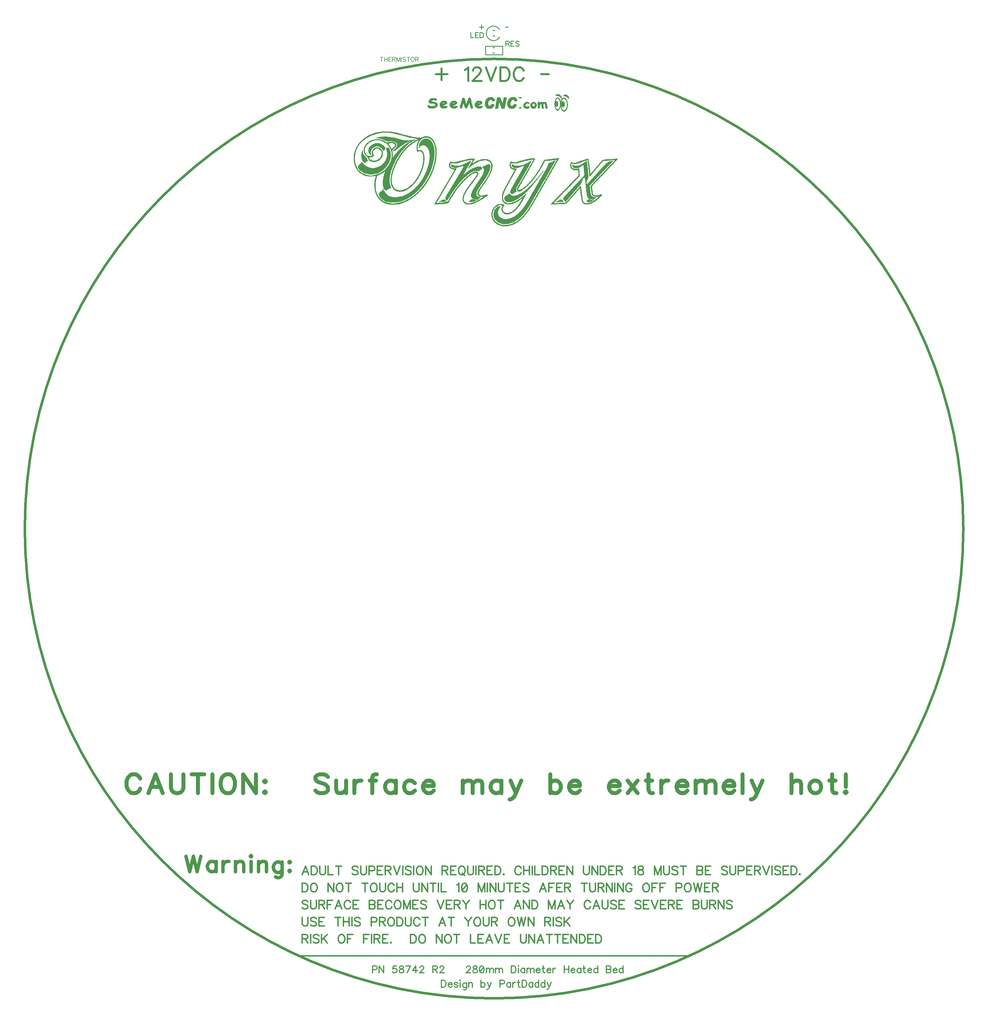
<source format=gbr>
G04 DipTrace 2.3.0.1*
%IN58742_R2_ONYX_TopSilk.gbr*%
%MOIN*%
%ADD10C,0.0098*%
%ADD12C,0.003*%
%ADD15C,0.03*%
%ADD20C,0.0*%
%ADD23C,0.015*%
%ADD37C,0.048*%
%ADD53C,0.0077*%
%ADD54C,0.0124*%
%ADD55C,0.0394*%
%ADD56C,0.0154*%
%ADD57C,0.0247*%
%ADD58C,0.0093*%
%FSLAX44Y44*%
G04*
G70*
G90*
G75*
G01*
%LNTopSilk*%
%LPD*%
X21305Y122433D2*
D10*
Y122552D1*
Y122433D2*
G02X21285Y123497I-671J519D01*
G01*
Y123378D1*
X20790Y123278D2*
X20555D1*
X20790Y122649D2*
X20555D1*
X20768Y121278D2*
X20532D1*
X20768Y120649D2*
X20532D1*
X21700Y120464D2*
X19703D1*
Y121464D2*
Y120464D1*
X21700Y121464D2*
X19703D1*
X21700D2*
Y120464D1*
X-34299Y64964D2*
D20*
G02X-34299Y64964I55000J0D01*
G01*
D15*
G02X-34299Y64964I55000J0D01*
G01*
X-2299Y14964D2*
D23*
X43701D1*
X7531Y111464D2*
D12*
X8491D1*
X7348Y111434D2*
X8692D1*
X7173Y111404D2*
X8877D1*
X7020Y111374D2*
X9038D1*
X6890Y111344D2*
X7642D1*
X8353D2*
X9179D1*
X6778Y111314D2*
X7456D1*
X8547D2*
X9305D1*
X6676Y111284D2*
X7285D1*
X8733D2*
X9421D1*
X6584Y111254D2*
X7137D1*
X8901D2*
X9531D1*
X6498Y111224D2*
X7005D1*
X9052D2*
X9641D1*
X6414Y111194D2*
X6883D1*
X9192D2*
X9748D1*
X6336Y111164D2*
X6771D1*
X9323D2*
X9853D1*
X6265Y111134D2*
X6673D1*
X9445D2*
X9960D1*
X6199Y111104D2*
X6583D1*
X9558D2*
X10068D1*
X6134Y111074D2*
X6499D1*
X9667D2*
X10177D1*
X6069Y111044D2*
X6418D1*
X9773D2*
X10290D1*
X6005Y111014D2*
X6340D1*
X9882D2*
X10409D1*
X5944Y110984D2*
X6262D1*
X9996D2*
X10531D1*
X5887Y110954D2*
X6187D1*
X10114D2*
X10654D1*
X5835Y110924D2*
X6121D1*
X10230D2*
X10780D1*
X12631D2*
X12751D1*
X12811D2*
D3*
X5786Y110894D2*
X6063D1*
X7831D2*
D3*
X7891D2*
X7921D1*
X10344D2*
X10916D1*
X12512D2*
X12991D1*
X5740Y110864D2*
X6008D1*
X7471D2*
X8169D1*
X10461D2*
X11065D1*
X12413D2*
X13058D1*
X5694Y110834D2*
X5953D1*
X7307D2*
X8394D1*
X10580D2*
X11233D1*
X12333D2*
X13122D1*
X5649Y110804D2*
X5899D1*
X7165D2*
X8593D1*
X10705D2*
X11425D1*
X12265D2*
X13182D1*
X5604Y110774D2*
X5845D1*
X7047D2*
X8768D1*
X10842D2*
X11638D1*
X12208D2*
X13237D1*
X5559Y110744D2*
X5793D1*
X6953D2*
X8919D1*
X10988D2*
X11850D1*
X12158D2*
X12457D1*
X12920D2*
X13283D1*
X5514Y110714D2*
X5743D1*
X6871D2*
X9050D1*
X11137D2*
X12049D1*
X12110D2*
X12381D1*
X13014D2*
X13322D1*
X5470Y110684D2*
X5696D1*
X7097D2*
X9171D1*
X11292D2*
X12315D1*
X13090D2*
X13355D1*
X5429Y110654D2*
X5650D1*
X7286D2*
X9288D1*
X11455D2*
X12259D1*
X13151D2*
X13370D1*
X5391Y110624D2*
X5604D1*
X7434D2*
X9406D1*
X11622D2*
X12213D1*
X12511D2*
X12901D1*
X13203D2*
X13441D1*
X5355Y110594D2*
X5559D1*
X7549D2*
X9526D1*
X11791D2*
X12173D1*
X12442D2*
X12971D1*
X13247D2*
X13461D1*
X5318Y110564D2*
X5515D1*
X6781D2*
X7201D1*
X7643D2*
X9651D1*
X11431D2*
X11461D1*
X11716D2*
X12137D1*
X12379D2*
X13035D1*
X13285D2*
X13486D1*
X5281Y110534D2*
X5474D1*
X6643D2*
X7335D1*
X7723D2*
X9773D1*
X11293D2*
X11420D1*
X11650D2*
X12106D1*
X12325D2*
X13092D1*
X13319D2*
X13511D1*
X5246Y110504D2*
X5437D1*
X6524D2*
X7451D1*
X7792D2*
X9895D1*
X11146D2*
X11377D1*
X11592D2*
X12080D1*
X12282D2*
X13139D1*
X13350D2*
X13533D1*
X5214Y110474D2*
X5403D1*
X6424D2*
X7545D1*
X7853D2*
X10017D1*
X10991D2*
X11333D1*
X11537D2*
X12070D1*
X12246D2*
X13180D1*
X13381D2*
X13552D1*
X5186Y110444D2*
X5367D1*
X6340D2*
X6688D1*
X7270D2*
X7623D1*
X7908D2*
X10139D1*
X10836D2*
X11289D1*
X11484D2*
X11720D1*
X11856D2*
X12001D1*
X12213D2*
X13216D1*
X13410D2*
X13572D1*
X5159Y110414D2*
X5330D1*
X6269D2*
X6594D1*
X7371D2*
X7692D1*
X7960D2*
X11243D1*
X11431D2*
X11689D1*
X11835D2*
X11991D1*
X12182D2*
X13247D1*
X13436D2*
X13592D1*
X5130Y110384D2*
X5292D1*
X6206D2*
X6504D1*
X7469D2*
X7757D1*
X8010D2*
X11193D1*
X11379D2*
X11646D1*
X11817D2*
X11982D1*
X12153D2*
X13273D1*
X13459D2*
X13610D1*
X5101Y110354D2*
X5256D1*
X6150D2*
X6419D1*
X7559D2*
X7819D1*
X8057D2*
X8491D1*
X8551D2*
D3*
X8680D2*
X11139D1*
X11331D2*
X11596D1*
X11804D2*
X11976D1*
X12127D2*
X13283D1*
X13480D2*
X13627D1*
X5071Y110324D2*
X5222D1*
X6101D2*
X6340D1*
X7641D2*
X7874D1*
X8101D2*
X8191D1*
X8840D2*
X10757D1*
X10886D2*
X11088D1*
X11288D2*
X11539D1*
X11791D2*
X11911D1*
X12105D2*
X13351D1*
X13501D2*
X13644D1*
X5041Y110294D2*
X5188D1*
X6079D2*
X6272D1*
X7710D2*
X7925D1*
X8960D2*
X10666D1*
X10844D2*
X11045D1*
X11268D2*
X11483D1*
X11777D2*
X11901D1*
X12086D2*
X13363D1*
X13520D2*
X13663D1*
X5011Y110264D2*
X5154D1*
X5971D2*
X6214D1*
X7768D2*
X7976D1*
X8491D2*
X8731D1*
X9047D2*
X10590D1*
X10797D2*
X11026D1*
X11161D2*
X11430D1*
X11760D2*
X11891D1*
X12069D2*
X13377D1*
X13537D2*
X13682D1*
X4982Y110234D2*
X5123D1*
X5944D2*
X6162D1*
X7821D2*
X8035D1*
X8325D2*
X8847D1*
X9110D2*
X10522D1*
X10746D2*
X10921D1*
X11130D2*
X11382D1*
X11746D2*
X11880D1*
X12050D2*
X13394D1*
X13554D2*
X13700D1*
X4953Y110204D2*
X5092D1*
X5910D2*
X6112D1*
X7871D2*
X8109D1*
X8155D2*
X8944D1*
X9158D2*
X10460D1*
X10693D2*
X10890D1*
X11091D2*
X11335D1*
X11734D2*
X11866D1*
X12031D2*
X13412D1*
X13572D2*
X13716D1*
X4926Y110174D2*
X5062D1*
X5872D2*
X6062D1*
X7921D2*
X9018D1*
X9199D2*
X10401D1*
X10640D2*
X10853D1*
X11049D2*
X11289D1*
X11722D2*
X11850D1*
X12012D2*
X13431D1*
X13591D2*
X13728D1*
X4904Y110144D2*
X5034D1*
X5836D2*
X6018D1*
X7969D2*
X9072D1*
X9231D2*
X10346D1*
X10589D2*
X10813D1*
X11005D2*
X11244D1*
X11713D2*
X11836D1*
X11997D2*
X13447D1*
X13607D2*
X13737D1*
X4881Y110114D2*
X5012D1*
X5805D2*
X5979D1*
X8012D2*
X8538D1*
X8804D2*
X9112D1*
X9257D2*
X10293D1*
X10541D2*
X10776D1*
X10964D2*
X11199D1*
X11706D2*
X11824D1*
X11983D2*
X13463D1*
X13619D2*
X13745D1*
X4858Y110084D2*
X4997D1*
X5776D2*
X5945D1*
X6811D2*
X7171D1*
X8051D2*
X8390D1*
X8886D2*
X9142D1*
X9279D2*
X10243D1*
X10495D2*
X10739D1*
X10926D2*
X11155D1*
X11699D2*
X11812D1*
X11971D2*
X13479D1*
X13631D2*
X13758D1*
X4836Y110054D2*
X4988D1*
X5750D2*
X5913D1*
X6701D2*
X7277D1*
X8088D2*
X8251D1*
X8947D2*
X9163D1*
X9300D2*
X10196D1*
X10448D2*
X10700D1*
X10888D2*
X11113D1*
X11689D2*
X11803D1*
X11957D2*
X13494D1*
X13641D2*
X13773D1*
X4819Y110024D2*
X4921D1*
X5724D2*
X5882D1*
X6606D2*
X7370D1*
X8124D2*
X8281D1*
X8991D2*
X9178D1*
X9315D2*
X10149D1*
X10400D2*
X10662D1*
X10846D2*
X11071D1*
X11677D2*
X11796D1*
X11940D2*
X13508D1*
X13652D2*
X13786D1*
X4809Y109994D2*
X4905D1*
X5698D2*
X5853D1*
X6527D2*
X7447D1*
X8158D2*
X8310D1*
X9026D2*
X9191D1*
X9324D2*
X10100D1*
X10351D2*
X10626D1*
X10805D2*
X11028D1*
X11664D2*
X11789D1*
X11927D2*
X13520D1*
X13666D2*
X13796D1*
X4741Y109964D2*
X4885D1*
X5671D2*
X5825D1*
X6465D2*
X7509D1*
X8190D2*
X8336D1*
X9054D2*
X9206D1*
X9328D2*
X10051D1*
X10303D2*
X10593D1*
X10768D2*
X10984D1*
X11654D2*
X11779D1*
X11918D2*
X13531D1*
X13683D2*
X13803D1*
X4730Y109934D2*
X4863D1*
X5646D2*
X5800D1*
X6414D2*
X7563D1*
X8220D2*
X8359D1*
X9076D2*
X9223D1*
X9330D2*
X10002D1*
X10260D2*
X10558D1*
X10733D2*
X10944D1*
X11647D2*
X11767D1*
X11913D2*
X13541D1*
X13696D2*
X13812D1*
X4717Y109904D2*
X4842D1*
X5625D2*
X5774D1*
X6368D2*
X7612D1*
X8247D2*
X8381D1*
X9084D2*
X9241D1*
X9331D2*
X9956D1*
X10222D2*
X10525D1*
X10698D2*
X10906D1*
X11644D2*
X11754D1*
X11908D2*
X13550D1*
X13705D2*
X13821D1*
X4703Y109874D2*
X4822D1*
X5606D2*
X5750D1*
X6325D2*
X7657D1*
X8273D2*
X8405D1*
X9087D2*
X9211D1*
X9331D2*
X9911D1*
X10185D2*
X10494D1*
X10664D2*
X10870D1*
X11642D2*
X11744D1*
X11900D2*
X12279D1*
X12449D2*
X13557D1*
X13713D2*
X13828D1*
X4688Y109844D2*
X4801D1*
X5589D2*
X5729D1*
X6284D2*
X7699D1*
X8299D2*
X8429D1*
X9087D2*
X9241D1*
X9331D2*
X9869D1*
X10148D2*
X10465D1*
X10633D2*
X10835D1*
X11641D2*
X11737D1*
X11892D2*
X12206D1*
X12530D2*
X13565D1*
X13722D2*
X13834D1*
X4670Y109814D2*
X4782D1*
X5570D2*
X5710D1*
X6247D2*
X7735D1*
X8323D2*
X8450D1*
X9073D2*
X9223D1*
X9331D2*
X9830D1*
X10110D2*
X10434D1*
X10601D2*
X10802D1*
X11637D2*
X11734D1*
X11886D2*
X12147D1*
X12599D2*
X13578D1*
X13731D2*
X13843D1*
X4651Y109784D2*
X4762D1*
X5552D2*
X5691D1*
X6214D2*
X7769D1*
X8344D2*
X8471D1*
X9053D2*
X9207D1*
X9330D2*
X9790D1*
X10071D2*
X10398D1*
X10567D2*
X10767D1*
X11629D2*
X11732D1*
X11884D2*
X12099D1*
X12657D2*
X13593D1*
X13736D2*
X13852D1*
X4632Y109754D2*
X4741D1*
X5536D2*
X5671D1*
X6182D2*
X7799D1*
X8363D2*
X8491D1*
X9029D2*
X9193D1*
X9325D2*
X9746D1*
X10032D2*
X10361D1*
X10534D2*
X10730D1*
X11622D2*
X11732D1*
X11882D2*
X12059D1*
X12704D2*
X13606D1*
X13740D2*
X13861D1*
X4615Y109724D2*
X4723D1*
X5523D2*
X5652D1*
X6153D2*
X6785D1*
X7175D2*
X7826D1*
X8382D2*
X8510D1*
X9004D2*
X9181D1*
X9314D2*
X9701D1*
X9997D2*
X10327D1*
X10502D2*
X10693D1*
X11616D2*
X11732D1*
X11882D2*
X12026D1*
X12744D2*
X13614D1*
X13746D2*
X13871D1*
X4600Y109694D2*
X4706D1*
X5507D2*
X5635D1*
X6127D2*
X6710D1*
X7238D2*
X7848D1*
X8402D2*
X8527D1*
X8978D2*
X9166D1*
X9298D2*
X9660D1*
X9964D2*
X10300D1*
X10468D2*
X10660D1*
X11614D2*
X11731D1*
X11882D2*
X11997D1*
X12778D2*
X13619D1*
X13753D2*
X13880D1*
X4584Y109664D2*
X4690D1*
X5491D2*
X5620D1*
X6105D2*
X6648D1*
X7298D2*
X7866D1*
X8420D2*
X8544D1*
X8949D2*
X9144D1*
X9280D2*
X9621D1*
X9931D2*
X10281D1*
X10434D2*
X10631D1*
X11612D2*
X11731D1*
X11881D2*
X11970D1*
X12810D2*
X13621D1*
X13761D2*
X13886D1*
X4569Y109634D2*
X4674D1*
X5477D2*
X5604D1*
X6086D2*
X6622D1*
X6961D2*
X6991D1*
X7350D2*
X7883D1*
X8437D2*
X8562D1*
X8916D2*
X9118D1*
X9260D2*
X9584D1*
X9897D2*
X10269D1*
X10403D2*
X10600D1*
X11612D2*
X11731D1*
X11880D2*
X11945D1*
X12840D2*
X13626D1*
X13768D2*
X13889D1*
X4554Y109604D2*
X4659D1*
X5468D2*
X5589D1*
X6070D2*
X6511D1*
X6858D2*
X7103D1*
X7397D2*
X7897D1*
X8251D2*
X8281D1*
X8454D2*
X8581D1*
X8880D2*
X9089D1*
X9236D2*
X9544D1*
X9859D2*
X10201D1*
X10372D2*
X10567D1*
X11612D2*
X11731D1*
X11876D2*
X11924D1*
X12866D2*
X13633D1*
X13774D2*
X13891D1*
X4539Y109574D2*
X4645D1*
X5463D2*
X5575D1*
X6054D2*
X6486D1*
X6771D2*
X7197D1*
X7438D2*
X7909D1*
X8165D2*
X8321D1*
X8473D2*
X8597D1*
X8844D2*
X9057D1*
X9209D2*
X9503D1*
X9822D2*
X10185D1*
X10341D2*
X10534D1*
X11611D2*
X11731D1*
X11865D2*
X11907D1*
X12888D2*
X13641D1*
X13783D2*
X13892D1*
X4525Y109544D2*
X4633D1*
X5458D2*
X5564D1*
X6039D2*
X6459D1*
X6704D2*
X7270D1*
X7476D2*
X7916D1*
X8103D2*
X8351D1*
X8492D2*
X8609D1*
X8809D2*
X9023D1*
X9181D2*
X9462D1*
X9786D2*
X10164D1*
X10312D2*
X10503D1*
X11611D2*
X11731D1*
X11851D2*
X11895D1*
X12908D2*
X13647D1*
X13791D2*
X13896D1*
X4513Y109514D2*
X4622D1*
X5450D2*
X5557D1*
X6025D2*
X6432D1*
X6652D2*
X7327D1*
X7507D2*
X7919D1*
X8057D2*
X8373D1*
X8510D2*
X8622D1*
X8773D2*
X8989D1*
X9151D2*
X9423D1*
X9754D2*
X10139D1*
X10286D2*
X10472D1*
X11612D2*
X11731D1*
X11867D2*
X11887D1*
X12928D2*
X13649D1*
X13796D2*
X13904D1*
X4502Y109484D2*
X4611D1*
X5442D2*
X5553D1*
X6013D2*
X6405D1*
X6610D2*
X7371D1*
X7532D2*
X7920D1*
X8059D2*
X8392D1*
X8526D2*
X8636D1*
X8733D2*
X8954D1*
X9121D2*
X9385D1*
X9722D2*
X10114D1*
X10258D2*
X10442D1*
X11613D2*
X11731D1*
X11881D2*
D3*
X12950D2*
X13651D1*
X13799D2*
X13911D1*
X4491Y109454D2*
X4597D1*
X5436D2*
X5547D1*
X6002D2*
X6380D1*
X6576D2*
X6813D1*
X7181D2*
X7406D1*
X7556D2*
X7920D1*
X8064D2*
X8408D1*
X8539D2*
X8653D1*
X8688D2*
X8919D1*
X9091D2*
X9350D1*
X9692D2*
X10089D1*
X10230D2*
X10413D1*
X11616D2*
X11731D1*
X12969D2*
X13651D1*
X13801D2*
X13917D1*
X4477Y109424D2*
X4583D1*
X5434D2*
X5540D1*
X5992D2*
X6359D1*
X6547D2*
X6758D1*
X7226D2*
X7436D1*
X7580D2*
X7916D1*
X8068D2*
X8424D1*
X8551D2*
X8885D1*
X9060D2*
X9313D1*
X9662D2*
X10064D1*
X10201D2*
X10385D1*
X11624D2*
X11731D1*
X12982D2*
X13651D1*
X13801D2*
X13919D1*
X4463Y109394D2*
X4569D1*
X5432D2*
X5532D1*
X5983D2*
X6340D1*
X6520D2*
X6710D1*
X7271D2*
X7462D1*
X7603D2*
X7907D1*
X8071D2*
X8438D1*
X8566D2*
X8852D1*
X9026D2*
X9274D1*
X9631D2*
X10038D1*
X10172D2*
X10359D1*
X11631D2*
X11732D1*
X12992D2*
X13653D1*
X13803D2*
X13921D1*
X4449Y109364D2*
X4555D1*
X5432D2*
X5526D1*
X5977D2*
X6321D1*
X6494D2*
X6670D1*
X7312D2*
X7488D1*
X7624D2*
X7890D1*
X8076D2*
X8449D1*
X8582D2*
X8818D1*
X8988D2*
X9233D1*
X9602D2*
X10010D1*
X10146D2*
X10330D1*
X11637D2*
X11733D1*
X13003D2*
X13656D1*
X13807D2*
X13921D1*
X4435Y109334D2*
X4543D1*
X5432D2*
X5524D1*
X5974D2*
X6302D1*
X6470D2*
X6635D1*
X7347D2*
X7513D1*
X7643D2*
X7866D1*
X8083D2*
X8457D1*
X8596D2*
X8786D1*
X8948D2*
X9192D1*
X9572D2*
X9981D1*
X10124D2*
X10303D1*
X11639D2*
X11737D1*
X13016D2*
X13664D1*
X13818D2*
X13921D1*
X4424Y109304D2*
X4532D1*
X5431D2*
X5522D1*
X5972D2*
X6286D1*
X6450D2*
X6604D1*
X7379D2*
X7533D1*
X7662D2*
X7835D1*
X8091D2*
X8464D1*
X8605D2*
X8760D1*
X8909D2*
X9153D1*
X9545D2*
X9953D1*
X10101D2*
X10283D1*
X11641D2*
X11748D1*
X11791D2*
X12091D1*
X13030D2*
X13671D1*
X13831D2*
X13921D1*
X4416Y109274D2*
X4522D1*
X5281D2*
D3*
X5431D2*
X5522D1*
X5972D2*
X6274D1*
X6435D2*
X6577D1*
X7406D2*
X7548D1*
X7681D2*
X7804D1*
X8097D2*
X8474D1*
X8613D2*
X8742D1*
X8876D2*
X9115D1*
X9519D2*
X9929D1*
X10077D2*
X10270D1*
X11642D2*
X12143D1*
X13044D2*
X13677D1*
X13801D2*
X13921D1*
X4409Y109244D2*
X4511D1*
X5270D2*
X5281D1*
X5431D2*
X5522D1*
X5972D2*
X6262D1*
X6423D2*
X6555D1*
X7428D2*
X7560D1*
X7697D2*
X7772D1*
X8100D2*
X8486D1*
X8622D2*
X8737D1*
X8848D2*
X9079D1*
X9490D2*
X9906D1*
X10051D2*
X10201D1*
X11646D2*
X12189D1*
X13058D2*
X13679D1*
X13815D2*
X13921D1*
X4399Y109214D2*
X4502D1*
X5256D2*
X5281D1*
X5431D2*
X5523D1*
X5971D2*
X6253D1*
X6412D2*
X6538D1*
X7446D2*
X7572D1*
X7711D2*
X7741D1*
X8106D2*
X8499D1*
X8631D2*
X8738D1*
X8821D2*
X9041D1*
X9463D2*
X9879D1*
X10027D2*
X10182D1*
X11654D2*
X12230D1*
X13069D2*
X13681D1*
X13824D2*
X13921D1*
X4387Y109184D2*
X4490D1*
X5239D2*
X5281D1*
X5431D2*
X5526D1*
X5971D2*
X6247D1*
X6403D2*
X6524D1*
X7463D2*
X7585D1*
X8113D2*
X8509D1*
X8638D2*
X8744D1*
X8851D2*
X9001D1*
X9443D2*
X9851D1*
X10009D2*
X10157D1*
X11663D2*
X11931D1*
X11984D2*
X12266D1*
X13077D2*
X13681D1*
X13828D2*
X13921D1*
X4374Y109154D2*
X4477D1*
X5222D2*
X5281D1*
X5431D2*
X5534D1*
X5972D2*
X6244D1*
X6396D2*
X6513D1*
X7477D2*
X7598D1*
X8121D2*
X8516D1*
X8644D2*
X8753D1*
X9430D2*
X9826D1*
X9999D2*
X10132D1*
X11672D2*
X11847D1*
X12066D2*
X12298D1*
X13084D2*
X13681D1*
X13830D2*
X13921D1*
X4364Y109124D2*
X4464D1*
X5207D2*
X5281D1*
X5432D2*
X5541D1*
X5973D2*
X6242D1*
X6389D2*
X6502D1*
X7490D2*
X7609D1*
X8128D2*
X8520D1*
X8653D2*
X8762D1*
X9361D2*
X9803D1*
X9931D2*
X10109D1*
X11686D2*
X11773D1*
X12127D2*
X12325D1*
X13093D2*
X13681D1*
X13831D2*
X13921D1*
X4356Y109094D2*
X4454D1*
X5198D2*
X5282D1*
X5433D2*
X5547D1*
X5976D2*
X6240D1*
X6380D2*
X6493D1*
X7501D2*
X7616D1*
X8134D2*
X8525D1*
X8662D2*
X8772D1*
X9345D2*
X9778D1*
X9919D2*
X10087D1*
X11701D2*
D3*
X12171D2*
X12348D1*
X13101D2*
X13681D1*
X13831D2*
X13921D1*
X4349Y109064D2*
X4447D1*
X5189D2*
X5283D1*
X5436D2*
X5550D1*
X5984D2*
X6236D1*
X6372D2*
X6487D1*
X7511D2*
X7619D1*
X8143D2*
X8533D1*
X8671D2*
X8780D1*
X9324D2*
X9754D1*
X9901D2*
X10063D1*
X12206D2*
X12366D1*
X13106D2*
X13681D1*
X13831D2*
X13921D1*
X4340Y109034D2*
X4443D1*
X5180D2*
X5287D1*
X5444D2*
X5556D1*
X5993D2*
X6225D1*
X6366D2*
X6484D1*
X7520D2*
X7620D1*
X8151D2*
X8541D1*
X8681D2*
X8786D1*
X9299D2*
X9733D1*
X9877D2*
X10038D1*
X12235D2*
X12383D1*
X13109D2*
X13681D1*
X13831D2*
X13921D1*
X4332Y109004D2*
X4437D1*
X5172D2*
X5295D1*
X5451D2*
X5564D1*
X6003D2*
X6211D1*
X6364D2*
X6483D1*
X7526D2*
X7621D1*
X8156D2*
X8546D1*
X8690D2*
X8789D1*
X9274D2*
X9712D1*
X9850D2*
X10014D1*
X12258D2*
X12399D1*
X13111D2*
X13681D1*
X13831D2*
X13921D1*
X4326Y108974D2*
X4430D1*
X5166D2*
X5306D1*
X5458D2*
X5576D1*
X6018D2*
X6225D1*
X6362D2*
X6487D1*
X7529D2*
X7621D1*
X8159D2*
X8549D1*
X8696D2*
X8791D1*
X9249D2*
X9691D1*
X9826D2*
X9989D1*
X12276D2*
X12414D1*
X13112D2*
X13681D1*
X13831D2*
X13921D1*
X4322Y108944D2*
X4422D1*
X5164D2*
X5319D1*
X5465D2*
X5590D1*
X6038D2*
X6234D1*
X6363D2*
X6494D1*
X7531D2*
X7621D1*
X8161D2*
X8551D1*
X8699D2*
X8791D1*
X9224D2*
X9672D1*
X9804D2*
X9965D1*
X12293D2*
X12428D1*
X13116D2*
X13681D1*
X13831D2*
X13921D1*
X4317Y108914D2*
X4416D1*
X5162D2*
X5330D1*
X5478D2*
X5604D1*
X6060D2*
X6238D1*
X6367D2*
X6501D1*
X7531D2*
X7621D1*
X8161D2*
X8551D1*
X8701D2*
X8791D1*
X9200D2*
X9652D1*
X9782D2*
X9943D1*
X12309D2*
X12439D1*
X13124D2*
X13681D1*
X13831D2*
X13921D1*
X4309Y108884D2*
X4414D1*
X5161D2*
X5341D1*
X5494D2*
X5620D1*
X6080D2*
X6241D1*
X6375D2*
X6508D1*
X7531D2*
X7621D1*
X8161D2*
X8551D1*
X8701D2*
X8791D1*
X9178D2*
X9631D1*
X9763D2*
X9922D1*
X12324D2*
X12447D1*
X13131D2*
X13681D1*
X13831D2*
X13921D1*
X4300Y108854D2*
X4412D1*
X5157D2*
X5352D1*
X5512D2*
X5640D1*
X6102D2*
X6246D1*
X6386D2*
X6514D1*
X7530D2*
X7621D1*
X8161D2*
X8551D1*
X8701D2*
X8791D1*
X9155D2*
X9611D1*
X9746D2*
X9901D1*
X12338D2*
X12454D1*
X13137D2*
X13681D1*
X13831D2*
X13921D1*
X4291Y108824D2*
X4411D1*
X5149D2*
X5367D1*
X5529D2*
X5665D1*
X6129D2*
X6254D1*
X6400D2*
X6524D1*
X7526D2*
X7621D1*
X8161D2*
X8551D1*
X8701D2*
X8791D1*
X9129D2*
X9591D1*
X9728D2*
X9882D1*
X12349D2*
X12463D1*
X13139D2*
X13681D1*
X13831D2*
X13921D1*
X4281Y108794D2*
X4407D1*
X5142D2*
X5383D1*
X5548D2*
X5693D1*
X6162D2*
X6262D1*
X6414D2*
X6537D1*
X7519D2*
X7621D1*
X8161D2*
X8551D1*
X8701D2*
X8791D1*
X9101D2*
X9567D1*
X9709D2*
X9861D1*
X12356D2*
X12471D1*
X13141D2*
X13681D1*
X13830D2*
X13921D1*
X4272Y108764D2*
X4399D1*
X5136D2*
X5403D1*
X5571D2*
X5722D1*
X6201D2*
X6272D1*
X6426D2*
X6554D1*
X7510D2*
X7621D1*
X8161D2*
X8551D1*
X8701D2*
X8791D1*
X9076D2*
X9544D1*
X9687D2*
X9840D1*
X12360D2*
X12476D1*
X13142D2*
X13680D1*
X13826D2*
X13921D1*
X4267Y108734D2*
X4391D1*
X5134D2*
X5422D1*
X5595D2*
X5754D1*
X6238D2*
X6286D1*
X6436D2*
X6571D1*
X7501D2*
X7621D1*
X8160D2*
X8551D1*
X8701D2*
X8791D1*
X9054D2*
X9523D1*
X9664D2*
X9818D1*
X12365D2*
X12479D1*
X13146D2*
X13676D1*
X13819D2*
X13921D1*
X4264Y108704D2*
X4385D1*
X5132D2*
X5443D1*
X5620D2*
X5792D1*
X6271D2*
X6301D1*
X6428D2*
X6585D1*
X7491D2*
X7620D1*
X8156D2*
X8551D1*
X8701D2*
X8791D1*
X9032D2*
X9502D1*
X9644D2*
X9793D1*
X12373D2*
X12481D1*
X13153D2*
X13665D1*
X13812D2*
X13921D1*
X4262Y108674D2*
X4378D1*
X5132D2*
X5467D1*
X5649D2*
X5837D1*
X6400D2*
X6595D1*
X7481D2*
X7616D1*
X8145D2*
X8551D1*
X8701D2*
X8791D1*
X9012D2*
X9482D1*
X9626D2*
X9770D1*
X12381D2*
X12482D1*
X13160D2*
X13651D1*
X13806D2*
X13921D1*
X4262Y108644D2*
X4366D1*
X5132D2*
X5494D1*
X5682D2*
X5888D1*
X6367D2*
X6595D1*
X7472D2*
X7608D1*
X8131D2*
X8551D1*
X8701D2*
X8791D1*
X8991D2*
X9463D1*
X9609D2*
X9749D1*
X12386D2*
X12486D1*
X13163D2*
X13681D1*
X13804D2*
X13921D1*
X4262Y108614D2*
X4351D1*
X5131D2*
X5522D1*
X5716D2*
X5944D1*
X6334D2*
X6581D1*
X7461D2*
X7596D1*
X8161D2*
X8551D1*
X8701D2*
X8791D1*
X8967D2*
X9447D1*
X9590D2*
X9731D1*
X12389D2*
X12494D1*
X13154D2*
X13668D1*
X13802D2*
X13921D1*
X4261Y108584D2*
X4381D1*
X5132D2*
X5552D1*
X5754D2*
X6547D1*
X7451D2*
X7583D1*
X8146D2*
X8551D1*
X8701D2*
X8791D1*
X8944D2*
X9435D1*
X9571D2*
X9715D1*
X12391D2*
X12501D1*
X13141D2*
X13659D1*
X13802D2*
X13921D1*
X4261Y108554D2*
X4368D1*
X5133D2*
X5583D1*
X5795D2*
X6503D1*
X7440D2*
X7569D1*
X8134D2*
X8551D1*
X8701D2*
X8792D1*
X8924D2*
X9427D1*
X9552D2*
X9698D1*
X12391D2*
X12507D1*
X13154D2*
X13655D1*
X13802D2*
X13920D1*
X4261Y108524D2*
X4359D1*
X5136D2*
X5616D1*
X5831D2*
X6443D1*
X7425D2*
X7555D1*
X8122D2*
X8551D1*
X8701D2*
X8794D1*
X8905D2*
X9361D1*
X9535D2*
X9680D1*
X12391D2*
X12509D1*
X13153D2*
X13653D1*
X13801D2*
X13916D1*
X4261Y108494D2*
X4355D1*
X5144D2*
X5652D1*
X5861D2*
X6344D1*
X7405D2*
X7544D1*
X8113D2*
X8551D1*
X8701D2*
X8799D1*
X8883D2*
X9350D1*
X9518D2*
X9661D1*
X12391D2*
X12511D1*
X13149D2*
X13652D1*
X13801D2*
X13909D1*
X4261Y108464D2*
X4353D1*
X5151D2*
X5685D1*
X5873D2*
X6190D1*
X7383D2*
X7537D1*
X8107D2*
X8551D1*
X8700D2*
X8823D1*
X8855D2*
X9337D1*
X9500D2*
X9642D1*
X12391D2*
X12511D1*
X13145D2*
X13652D1*
X13801D2*
X13902D1*
X4261Y108434D2*
X4352D1*
X5157D2*
X5709D1*
X5882D2*
X6001D1*
X7362D2*
X7534D1*
X8103D2*
X8550D1*
X8696D2*
X9323D1*
X9481D2*
X9625D1*
X12391D2*
X12511D1*
X13143D2*
X13651D1*
X13800D2*
X13896D1*
X4261Y108404D2*
X4352D1*
X5160D2*
X5726D1*
X5892D2*
X6007D1*
X7341D2*
X7471D1*
X8097D2*
X8546D1*
X8689D2*
X9308D1*
X9462D2*
X9608D1*
X12391D2*
X12511D1*
X13142D2*
X13650D1*
X13796D2*
X13894D1*
X4261Y108374D2*
X4351D1*
X5166D2*
X5740D1*
X5902D2*
X6019D1*
X7316D2*
X7456D1*
X8090D2*
X8539D1*
X8680D2*
X9290D1*
X9447D2*
X9590D1*
X12391D2*
X12511D1*
X13141D2*
X13646D1*
X13789D2*
X13892D1*
X4261Y108344D2*
X4351D1*
X5173D2*
X5755D1*
X5912D2*
X6035D1*
X7289D2*
X7439D1*
X8082D2*
X8532D1*
X8671D2*
X9271D1*
X9435D2*
X9571D1*
X12391D2*
X12511D1*
X13137D2*
X13639D1*
X13781D2*
X13892D1*
X28261D2*
X28291D1*
X4261Y108314D2*
X4351D1*
X5181D2*
X5768D1*
X5927D2*
X6053D1*
X7260D2*
X7420D1*
X8075D2*
X8526D1*
X8661D2*
X9252D1*
X9427D2*
X9552D1*
X12391D2*
X12511D1*
X13129D2*
X13632D1*
X13775D2*
X13892D1*
X25051D2*
D3*
X25141D2*
X25321D1*
X28051D2*
X28282D1*
X4261Y108284D2*
X4351D1*
X5188D2*
X5780D1*
X5944D2*
X6073D1*
X7227D2*
X7399D1*
X8067D2*
X8522D1*
X8652D2*
X9235D1*
X9361D2*
X9535D1*
X12391D2*
X12511D1*
X13122D2*
X13626D1*
X13769D2*
X13891D1*
X17851D2*
X18361D1*
X24854D2*
X25501D1*
X27661D2*
X28266D1*
X35101D2*
X35161D1*
X4261Y108254D2*
X4351D1*
X5194D2*
X5791D1*
X5961D2*
X6097D1*
X7192D2*
X7372D1*
X8055D2*
X8517D1*
X8647D2*
X9220D1*
X9357D2*
X9518D1*
X12391D2*
X12511D1*
X13116D2*
X13624D1*
X13760D2*
X13890D1*
X17704D2*
X18421D1*
X24680D2*
X25486D1*
X27481D2*
X28247D1*
X31561D2*
X31741D1*
X34681D2*
D3*
X34743D2*
X35156D1*
X4261Y108224D2*
X4351D1*
X5204D2*
X5803D1*
X5978D2*
X6125D1*
X7152D2*
X7342D1*
X8039D2*
X8508D1*
X8642D2*
X9204D1*
X9348D2*
X9500D1*
X12391D2*
X12511D1*
X13114D2*
X13622D1*
X13752D2*
X13886D1*
X17559D2*
X18403D1*
X19291D2*
X19891D1*
X24529D2*
X25473D1*
X27121D2*
X28229D1*
X31449D2*
X31755D1*
X33961D2*
D3*
X34051D2*
X35143D1*
X4261Y108194D2*
X4351D1*
X5216D2*
X5820D1*
X5995D2*
X6158D1*
X7105D2*
X7312D1*
X8022D2*
X8497D1*
X8637D2*
X9189D1*
X9335D2*
X9481D1*
X12391D2*
X12511D1*
X13112D2*
X13621D1*
X13746D2*
X13879D1*
X17417D2*
X18386D1*
X19188D2*
X19964D1*
X24394D2*
X25457D1*
X26941D2*
X28216D1*
X31345D2*
X31764D1*
X33735D2*
X35123D1*
X4261Y108164D2*
X4352D1*
X5229D2*
X5842D1*
X6014D2*
X6198D1*
X7047D2*
X7281D1*
X8006D2*
X8484D1*
X8630D2*
X9174D1*
X9319D2*
X9462D1*
X12391D2*
X12511D1*
X13112D2*
X13617D1*
X13744D2*
X13871D1*
X17278D2*
X18369D1*
X19085D2*
X20033D1*
X24267D2*
X24971D1*
X25021D2*
D3*
X25326D2*
X25439D1*
X26581D2*
X27935D1*
X28047D2*
X28208D1*
X31247D2*
X31768D1*
X33565D2*
X35098D1*
X4261Y108134D2*
X4353D1*
X5240D2*
X5865D1*
X6038D2*
X6252D1*
X6973D2*
X7244D1*
X7993D2*
X8473D1*
X8622D2*
X9158D1*
X9300D2*
X9445D1*
X12391D2*
X12510D1*
X13111D2*
X13609D1*
X13742D2*
X13865D1*
X17149D2*
X17941D1*
X18121D2*
D3*
X18181D2*
X18350D1*
X18990D2*
X20091D1*
X24150D2*
X24787D1*
X25304D2*
X25422D1*
X26563D2*
X27601D1*
X27661D2*
D3*
X28039D2*
X28204D1*
X31156D2*
X31770D1*
X33456D2*
X35070D1*
X4261Y108104D2*
X4356D1*
X5251D2*
X5888D1*
X6068D2*
X6331D1*
X6874D2*
X7201D1*
X7981D2*
X8462D1*
X8615D2*
X9140D1*
X9282D2*
X9428D1*
X12391D2*
X12506D1*
X13110D2*
X13601D1*
X13741D2*
X13859D1*
X17031D2*
X17573D1*
X18179D2*
X18331D1*
X18903D2*
X19378D1*
X19804D2*
X20139D1*
X24043D2*
X24630D1*
X25282D2*
X25405D1*
X26546D2*
X27211D1*
X27271D2*
D3*
X28029D2*
X28141D1*
X31071D2*
X31481D1*
X31681D2*
X31771D1*
X33389D2*
X34171D1*
X34865D2*
X35041D1*
X4261Y108074D2*
X4364D1*
X5262D2*
X5911D1*
X6102D2*
X6444D1*
X6745D2*
X7154D1*
X7967D2*
X8452D1*
X8607D2*
X9121D1*
X9265D2*
X9410D1*
X12391D2*
X12499D1*
X13106D2*
X13595D1*
X13737D2*
X13850D1*
X16920D2*
X17469D1*
X18174D2*
X18312D1*
X18823D2*
X19256D1*
X19892D2*
X20185D1*
X23941D2*
X24495D1*
X25262D2*
X25388D1*
X26529D2*
X27031D1*
X27091D2*
D3*
X27841D2*
X27871D1*
X28016D2*
X28137D1*
X30992D2*
X31414D1*
X31681D2*
X31771D1*
X33342D2*
X33840D1*
X33841D2*
D3*
X34839D2*
X35011D1*
X4261Y108044D2*
X4371D1*
X5277D2*
X5865D1*
X6142D2*
X6590D1*
X7102D1*
X7949D2*
X8441D1*
X8595D2*
X9102D1*
X9250D2*
X9391D1*
X12391D2*
X12492D1*
X13099D2*
X13589D1*
X13729D2*
X13842D1*
X16811D2*
X17358D1*
X18157D2*
X18295D1*
X18748D2*
X19140D1*
X19971D2*
X20227D1*
X23837D2*
X24372D1*
X25051D2*
X25081D1*
X25243D2*
X25370D1*
X26510D2*
X26636D1*
X27781D2*
X27860D1*
X27998D2*
X28128D1*
X30915D2*
X31333D1*
X31681D2*
X31771D1*
X33322D2*
X33635D1*
X34810D2*
X34980D1*
X4262Y108014D2*
X4378D1*
X5295D2*
X5816D1*
X6194D2*
X7040D1*
X7931D2*
X8432D1*
X8580D2*
X9086D1*
X9234D2*
X9372D1*
X12390D2*
X12486D1*
X13092D2*
X13580D1*
X13722D2*
X13836D1*
X16700D2*
X17241D1*
X17911D2*
X18001D1*
X18137D2*
X18278D1*
X18679D2*
X19036D1*
X20037D2*
X20264D1*
X23733D2*
X24252D1*
X24995D2*
X25067D1*
X25225D2*
X25351D1*
X26492D2*
X26624D1*
X27720D2*
X27846D1*
X27978D2*
X28115D1*
X30837D2*
X31244D1*
X31561D2*
D3*
X31681D2*
X31773D1*
X33310D2*
X33506D1*
X34471D2*
X34621D1*
X34783D2*
X34948D1*
X4263Y107984D2*
X4384D1*
X5316D2*
X5768D1*
X6261D2*
X6962D1*
X7911D2*
X8420D1*
X8565D2*
X9073D1*
X9219D2*
X9355D1*
X12386D2*
X12484D1*
X13086D2*
X13572D1*
X13716D2*
X13834D1*
X16588D2*
X17123D1*
X17839D2*
X17976D1*
X18119D2*
X18260D1*
X18616D2*
X18943D1*
X20094D2*
X20293D1*
X23629D2*
X24136D1*
X24940D2*
X25050D1*
X25209D2*
X25332D1*
X26476D2*
X26609D1*
X27657D2*
X27829D1*
X27959D2*
X28099D1*
X30756D2*
X31158D1*
X31508D2*
X31561D1*
X31681D2*
X31776D1*
X33241D2*
X33418D1*
X34352D2*
X34591D1*
X34763D2*
X34914D1*
X4266Y107954D2*
X4393D1*
X5340D2*
X5726D1*
X6339D2*
X6873D1*
X7891D2*
X8407D1*
X8553D2*
X9061D1*
X9204D2*
X9340D1*
X12379D2*
X12482D1*
X13084D2*
X13566D1*
X13713D2*
X13832D1*
X15571D2*
D3*
X16472D2*
X17013D1*
X17773D2*
X17955D1*
X18106D2*
X18241D1*
X18557D2*
X18862D1*
X20142D2*
X20318D1*
X22651D2*
X22681D1*
X23524D2*
X24026D1*
X24884D2*
X25035D1*
X25190D2*
X25315D1*
X26463D2*
X26595D1*
X27593D2*
X27810D1*
X27946D2*
X28080D1*
X30673D2*
X31080D1*
X31454D2*
X31561D1*
X31682D2*
X31784D1*
X33225D2*
X33384D1*
X34253D2*
X34561D1*
X34750D2*
X34884D1*
X4274Y107924D2*
X4401D1*
X5191D2*
X5221D1*
X5365D2*
X5686D1*
X6421D2*
X6781D1*
X7871D2*
X8393D1*
X8542D2*
X9047D1*
X9189D2*
X9324D1*
X12372D2*
X12482D1*
X13082D2*
X13562D1*
X13711D2*
X13831D1*
X15552D2*
X15661D1*
X16338D2*
X16908D1*
X17713D2*
X17936D1*
X18098D2*
X18222D1*
X18501D2*
X18791D1*
X20179D2*
X20340D1*
X22633D2*
X22755D1*
X23420D2*
X23919D1*
X24830D2*
X25022D1*
X25171D2*
X25298D1*
X26447D2*
X26583D1*
X27530D2*
X27792D1*
X27938D2*
X28062D1*
X30588D2*
X31008D1*
X31400D2*
X31561D1*
X31683D2*
X31791D1*
X33204D2*
X33355D1*
X34173D2*
X34531D1*
X34681D2*
X34856D1*
X4281Y107894D2*
X4406D1*
X5187D2*
X5237D1*
X5394D2*
X5644D1*
X7851D2*
X8379D1*
X8531D2*
X9030D1*
X9174D2*
X9309D1*
X12366D2*
X12481D1*
X13081D2*
X13557D1*
X13707D2*
X13827D1*
X15532D2*
X15767D1*
X16167D2*
X16803D1*
X17655D2*
X17920D1*
X18094D2*
X18205D1*
X18449D2*
X18726D1*
X20210D2*
X20360D1*
X22616D2*
X22825D1*
X23319D2*
X23814D1*
X24779D2*
X25007D1*
X25152D2*
X25280D1*
X26430D2*
X26571D1*
X27467D2*
X27775D1*
X27934D2*
X28045D1*
X29731D2*
D3*
X30504D2*
X30935D1*
X31349D2*
X31561D1*
X31687D2*
X31798D1*
X33179D2*
X33328D1*
X34104D2*
X34501D1*
X34665D2*
X34829D1*
X4288Y107864D2*
X4409D1*
X5177D2*
X5255D1*
X5427D2*
X5599D1*
X7830D2*
X8365D1*
X8521D2*
X9016D1*
X9158D2*
X9294D1*
X12364D2*
X12480D1*
X13077D2*
X13550D1*
X13698D2*
X13819D1*
X15511D2*
X15901D1*
X15931D2*
D3*
X15955D2*
X16699D1*
X17598D2*
X17904D1*
X18031D2*
X18188D1*
X18400D2*
X18667D1*
X20237D2*
X20377D1*
X22600D2*
X23708D1*
X24730D2*
X24989D1*
X25135D2*
X25261D1*
X26416D2*
X26557D1*
X27400D2*
X27758D1*
X27871D2*
X28028D1*
X29717D2*
X29851D1*
X30418D2*
X30861D1*
X31300D2*
X31562D1*
X31698D2*
X31804D1*
X33154D2*
X33300D1*
X34043D2*
X34471D1*
X34643D2*
X34800D1*
X4294Y107834D2*
X4412D1*
X5161D2*
X5276D1*
X5461D2*
X5551D1*
X7808D2*
X8354D1*
X8506D2*
X9003D1*
X9140D2*
X9279D1*
X12362D2*
X12476D1*
X13069D2*
X13542D1*
X13687D2*
X13812D1*
X15493D2*
X16594D1*
X17540D2*
X17888D1*
X18027D2*
X18170D1*
X18351D2*
X18610D1*
X20262D2*
X20393D1*
X22585D2*
X23598D1*
X24681D2*
X24972D1*
X25118D2*
X25242D1*
X26403D2*
X26540D1*
X27313D2*
X27740D1*
X27867D2*
X28010D1*
X29700D2*
X29911D1*
X30330D2*
X30781D1*
X31252D2*
X31563D1*
X31711D2*
X31813D1*
X33129D2*
X33272D1*
X33987D2*
X34441D1*
X34613D2*
X34771D1*
X4303Y107804D2*
X4416D1*
X5140D2*
X5300D1*
X7783D2*
X8347D1*
X8489D2*
X8991D1*
X9122D2*
X9265D1*
X12362D2*
X12469D1*
X13060D2*
X13536D1*
X13674D2*
X13806D1*
X15477D2*
X16479D1*
X17480D2*
X17870D1*
X18017D2*
X18151D1*
X18301D2*
X18554D1*
X20282D2*
X20409D1*
X22573D2*
X23472D1*
X24630D2*
X24955D1*
X25100D2*
X25225D1*
X26391D2*
X26522D1*
X27196D2*
X27721D1*
X27857D2*
X27991D1*
X29686D2*
X30692D1*
X31208D2*
X31566D1*
X31681D2*
X31821D1*
X33104D2*
X33246D1*
X33934D2*
X34411D1*
X34578D2*
X34741D1*
X4311Y107774D2*
X4423D1*
X5113D2*
X5323D1*
X7758D2*
X8344D1*
X8472D2*
X8977D1*
X9106D2*
X9253D1*
X12360D2*
X12462D1*
X13051D2*
X13532D1*
X13664D2*
X13802D1*
X15463D2*
X15570D1*
X15631D2*
X16346D1*
X17418D2*
X17851D1*
X18002D2*
X18132D1*
X18250D2*
X18500D1*
X20298D2*
X20424D1*
X22562D2*
X22687D1*
X22831D2*
X23323D1*
X24576D2*
X24939D1*
X25081D2*
X25208D1*
X26377D2*
X26506D1*
X27061D2*
X27702D1*
X27842D2*
X27972D1*
X29674D2*
X30595D1*
X31171D2*
X31574D1*
X31695D2*
X31826D1*
X33079D2*
X33224D1*
X33885D2*
X34382D1*
X34542D2*
X34711D1*
X4317Y107744D2*
X4431D1*
X5081D2*
X5345D1*
X7733D2*
X8281D1*
X8455D2*
X8960D1*
X9094D2*
X9241D1*
X12356D2*
X12456D1*
X13041D2*
X13527D1*
X13657D2*
X13797D1*
X15453D2*
X15566D1*
X15751D2*
X16201D1*
X17357D2*
X17832D1*
X17982D2*
X18116D1*
X18195D2*
X18449D1*
X20310D2*
X20438D1*
X22552D2*
X22670D1*
X22951D2*
X23161D1*
X24518D2*
X24924D1*
X25062D2*
X25190D1*
X26360D2*
X26494D1*
X27060D2*
X27687D1*
X27822D2*
X27955D1*
X29662D2*
X30489D1*
X31154D2*
X31581D1*
X31704D2*
X31829D1*
X33054D2*
X33201D1*
X33842D2*
X34353D1*
X34510D2*
X34681D1*
X4320Y107714D2*
X4437D1*
X5047D2*
X5367D1*
X7704D2*
X8277D1*
X8439D2*
X8942D1*
X9082D2*
X9227D1*
X12349D2*
X12454D1*
X13032D2*
X13519D1*
X13654D2*
X13788D1*
X15442D2*
X15559D1*
X17296D2*
X17815D1*
X17963D2*
X18103D1*
X18131D2*
X18401D1*
X20322D2*
X20449D1*
X22542D2*
X22659D1*
X24457D2*
X24908D1*
X25046D2*
X25171D1*
X26342D2*
X26481D1*
X27056D2*
X27675D1*
X27803D2*
X27938D1*
X29653D2*
X29757D1*
X29835D2*
X30370D1*
X31051D2*
X31587D1*
X31709D2*
X31831D1*
X33028D2*
X33177D1*
X33807D2*
X34328D1*
X34482D2*
X34652D1*
X4326Y107684D2*
X4441D1*
X5010D2*
X5390D1*
X7671D2*
X8268D1*
X8424D2*
X8926D1*
X9071D2*
X9210D1*
X12340D2*
X12452D1*
X13027D2*
X13510D1*
X13651D2*
X13777D1*
X15431D2*
X15552D1*
X17231D2*
X17800D1*
X17947D2*
X18356D1*
X20335D2*
X20457D1*
X22536D2*
X22650D1*
X24398D2*
X24890D1*
X25032D2*
X25152D1*
X26326D2*
X26467D1*
X27049D2*
X27667D1*
X27787D2*
X27920D1*
X29646D2*
X29749D1*
X30001D2*
X30241D1*
X31051D2*
X31589D1*
X31715D2*
X31831D1*
X33001D2*
X33149D1*
X33776D2*
X34310D1*
X34455D2*
X34622D1*
X4333Y107654D2*
X4447D1*
X4970D2*
X5416D1*
X7638D2*
X8255D1*
X8408D2*
X8914D1*
X9061D2*
X9196D1*
X12331D2*
X12451D1*
X13022D2*
X13501D1*
X13647D2*
X13764D1*
X15422D2*
X15546D1*
X17162D2*
X17784D1*
X17932D2*
X18313D1*
X20348D2*
X20464D1*
X22529D2*
X22641D1*
X22771D2*
D3*
X24337D2*
X24871D1*
X25018D2*
X25136D1*
X26313D2*
X26449D1*
X27041D2*
X27664D1*
X27772D2*
X27901D1*
X29639D2*
X29742D1*
X30985D2*
X31591D1*
X31723D2*
X31831D1*
X32977D2*
X33122D1*
X33745D2*
X34299D1*
X34428D2*
X34595D1*
X4342Y107624D2*
X4458D1*
X4927D2*
X5443D1*
X7604D2*
X8238D1*
X8390D2*
X8901D1*
X9046D2*
X9183D1*
X12321D2*
X12447D1*
X13017D2*
X13491D1*
X13639D2*
X13754D1*
X15413D2*
X15544D1*
X15661D2*
D3*
X17087D2*
X17768D1*
X17917D2*
X18271D1*
X19981D2*
X20101D1*
X20359D2*
X20473D1*
X22520D2*
X22632D1*
X22771D2*
X22801D1*
X24269D2*
X24852D1*
X24999D2*
X25122D1*
X26297D2*
X26430D1*
X27035D2*
X27601D1*
X27757D2*
X27882D1*
X29630D2*
X29736D1*
X30931D2*
X31591D1*
X31731D2*
X31831D1*
X32960D2*
X33096D1*
X33713D2*
X34231D1*
X34400D2*
X34569D1*
X4352Y107594D2*
X4473D1*
X4886D2*
X5472D1*
X7568D2*
X8216D1*
X8371D2*
X8888D1*
X9029D2*
X9171D1*
X12312D2*
X12439D1*
X13010D2*
X13482D1*
X13630D2*
X13747D1*
X15405D2*
X15542D1*
X15661D2*
X15721D1*
X17007D2*
X17750D1*
X17900D2*
X18227D1*
X19898D2*
X20148D1*
X20366D2*
X20481D1*
X22512D2*
X22626D1*
X22771D2*
X22858D1*
X24190D2*
X24836D1*
X24981D2*
X25108D1*
X26279D2*
X26412D1*
X27029D2*
X27591D1*
X27740D2*
X27866D1*
X29622D2*
X29734D1*
X30875D2*
X31591D1*
X31736D2*
X31833D1*
X32949D2*
X33073D1*
X33683D2*
X34212D1*
X34371D2*
X34540D1*
X4363Y107564D2*
X4486D1*
X4849D2*
X5501D1*
X7530D2*
X8194D1*
X8351D2*
X8873D1*
X9012D2*
X9157D1*
X12307D2*
X12430D1*
X13002D2*
X13475D1*
X13621D2*
X13743D1*
X15408D2*
X15542D1*
X15661D2*
X15793D1*
X16921D2*
X17731D1*
X17881D2*
X18179D1*
X19829D2*
X20181D1*
X20369D2*
X20486D1*
X22508D2*
X22624D1*
X22771D2*
X22916D1*
X24103D2*
X24822D1*
X24966D2*
X25089D1*
X26262D2*
X26395D1*
X27020D2*
X27580D1*
X27721D2*
X27852D1*
X29616D2*
X29732D1*
X29851D2*
X29911D1*
X30819D2*
X31591D1*
X31739D2*
X31836D1*
X32881D2*
X33051D1*
X33656D2*
X34187D1*
X34342D2*
X34511D1*
X4375Y107534D2*
X4496D1*
X4819D2*
X5528D1*
X7490D2*
X8173D1*
X8331D2*
X8859D1*
X8996D2*
X9140D1*
X12302D2*
X12421D1*
X12995D2*
X13469D1*
X13611D2*
X13737D1*
X15413D2*
X15542D1*
X15661D2*
X15878D1*
X16825D2*
X17712D1*
X17862D2*
X18133D1*
X19769D2*
X20203D1*
X20370D2*
X20489D1*
X22509D2*
X22623D1*
X22771D2*
X22984D1*
X24005D2*
X24808D1*
X24952D2*
X25071D1*
X26245D2*
X26380D1*
X27011D2*
X27567D1*
X27702D2*
X27837D1*
X29614D2*
X29732D1*
X29852D2*
X29988D1*
X30759D2*
X31044D1*
X31146D2*
X31593D1*
X31741D2*
X31844D1*
X32865D2*
X33027D1*
X33629D2*
X34161D1*
X34316D2*
X34483D1*
X4388Y107504D2*
X4504D1*
X4795D2*
X5560D1*
X7447D2*
X8152D1*
X8311D2*
X8845D1*
X8984D2*
X9122D1*
X12297D2*
X12411D1*
X12988D2*
X13460D1*
X13601D2*
X13730D1*
X15417D2*
X15542D1*
X15662D2*
X15978D1*
X16720D2*
X17695D1*
X17845D2*
X18090D1*
X19714D2*
X20218D1*
X20371D2*
X20491D1*
X22514D2*
X22627D1*
X22772D2*
X23075D1*
X23879D2*
X24789D1*
X24938D2*
X25056D1*
X26229D2*
X26364D1*
X27001D2*
X27549D1*
X27685D2*
X27818D1*
X29613D2*
X29732D1*
X29853D2*
X30069D1*
X30697D2*
X31022D1*
X31155D2*
X31597D1*
X31741D2*
X31851D1*
X32844D2*
X32999D1*
X33600D2*
X34135D1*
X34288D2*
X34455D1*
X4399Y107474D2*
X4514D1*
X4774D2*
X5596D1*
X7403D2*
X8131D1*
X8292D2*
X8833D1*
X8976D2*
X9106D1*
X12290D2*
X12402D1*
X12979D2*
X13452D1*
X13592D2*
X13722D1*
X15420D2*
X15543D1*
X15663D2*
X16088D1*
X16561D2*
D3*
X16612D2*
X17680D1*
X17828D2*
X18052D1*
X19661D2*
X20230D1*
X20371D2*
X20491D1*
X22522D2*
X22634D1*
X22773D2*
X23198D1*
X23698D2*
X24771D1*
X24923D2*
X25042D1*
X26214D2*
X26349D1*
X26990D2*
X27531D1*
X27668D2*
X27798D1*
X29617D2*
X29732D1*
X29857D2*
X30154D1*
X30634D2*
X30993D1*
X31166D2*
X31608D1*
X31741D2*
X31857D1*
X32819D2*
X32971D1*
X33571D2*
X34108D1*
X34260D2*
X34429D1*
X4407Y107444D2*
X4527D1*
X4758D2*
X5638D1*
X7356D2*
X8111D1*
X8274D2*
X8822D1*
X8968D2*
X9094D1*
X12282D2*
X12395D1*
X12967D2*
X13445D1*
X13581D2*
X13715D1*
X15422D2*
X15547D1*
X15668D2*
X17664D1*
X17810D2*
X18015D1*
X19604D2*
X20240D1*
X20371D2*
X20491D1*
X22528D2*
X22643D1*
X22778D2*
X23352D1*
X23371D2*
D3*
X23448D2*
X24757D1*
X24908D2*
X25027D1*
X26198D2*
X26334D1*
X26977D2*
X27516D1*
X27650D2*
X27779D1*
X29624D2*
X29733D1*
X29865D2*
X30962D1*
X31179D2*
X31621D1*
X31741D2*
X31859D1*
X32794D2*
X32942D1*
X33541D2*
X34080D1*
X34231D2*
X34404D1*
X4414Y107414D2*
X4544D1*
X4749D2*
X5684D1*
X7305D2*
X8091D1*
X8255D2*
X8812D1*
X8955D2*
X9082D1*
X12275D2*
X12389D1*
X12954D2*
X13438D1*
X13572D2*
X13708D1*
X15426D2*
X15555D1*
X15680D2*
X16920D1*
X17100D2*
X17648D1*
X17791D2*
X17978D1*
X19535D2*
X20246D1*
X20371D2*
X20491D1*
X22534D2*
X22652D1*
X22790D2*
X24021D1*
X24181D2*
X24744D1*
X24890D2*
X25010D1*
X26180D2*
X26318D1*
X26963D2*
X27502D1*
X27631D2*
X27766D1*
X29631D2*
X29736D1*
X29877D2*
X30926D1*
X31189D2*
X31591D1*
X31743D2*
X31861D1*
X32769D2*
X32916D1*
X33511D2*
X34051D1*
X34201D2*
X34378D1*
X4424Y107384D2*
X4561D1*
X4745D2*
X5734D1*
X7246D2*
X8067D1*
X8232D2*
X8801D1*
X8940D2*
X9071D1*
X12269D2*
X12380D1*
X12944D2*
X13429D1*
X13565D2*
X13699D1*
X15435D2*
X15568D1*
X15701D2*
X16826D1*
X17096D2*
X17630D1*
X17772D2*
X17940D1*
X19460D2*
X20248D1*
X20371D2*
X20491D1*
X22543D2*
X22664D1*
X22810D2*
X23941D1*
X24180D2*
X24733D1*
X24871D2*
X24991D1*
X26161D2*
X26300D1*
X26949D2*
X27488D1*
X27612D2*
X27758D1*
X29637D2*
X29744D1*
X29894D2*
X30884D1*
X31196D2*
X31605D1*
X31746D2*
X31861D1*
X32744D2*
X32894D1*
X33482D2*
X34021D1*
X34171D2*
X34350D1*
X4437Y107354D2*
X4577D1*
X4744D2*
X5787D1*
X7181D2*
X8044D1*
X8209D2*
X8791D1*
X8925D2*
X9061D1*
X12260D2*
X12372D1*
X12937D2*
X13417D1*
X13559D2*
X13687D1*
X15446D2*
X15585D1*
X15733D2*
X16727D1*
X17089D2*
X17611D1*
X17755D2*
X17900D1*
X18751D2*
X19111D1*
X19388D2*
X20246D1*
X20371D2*
X20491D1*
X22552D2*
X22681D1*
X22837D2*
X23852D1*
X24175D2*
X24726D1*
X24852D2*
X24972D1*
X26142D2*
X26281D1*
X26935D2*
X27473D1*
X27595D2*
X27754D1*
X29640D2*
X29753D1*
X29914D2*
X30837D1*
X31199D2*
X31614D1*
X31754D2*
X31861D1*
X32719D2*
X32871D1*
X33452D2*
X33991D1*
X34141D2*
X34321D1*
X4454Y107324D2*
X4589D1*
X4747D2*
X5849D1*
X7106D2*
X8023D1*
X8188D2*
X8776D1*
X8913D2*
X9047D1*
X12252D2*
X12366D1*
X12933D2*
X13404D1*
X13550D2*
X13674D1*
X15460D2*
X15609D1*
X15780D2*
X16619D1*
X17080D2*
X17592D1*
X17738D2*
X17857D1*
X18655D2*
X19155D1*
X19321D2*
X20239D1*
X20371D2*
X20491D1*
X22562D2*
X22702D1*
X22874D2*
X23758D1*
X24164D2*
X24661D1*
X24835D2*
X24955D1*
X26125D2*
X26262D1*
X26923D2*
X27458D1*
X27578D2*
X27691D1*
X29646D2*
X29763D1*
X29937D2*
X30785D1*
X31200D2*
X31619D1*
X31761D2*
X31861D1*
X32694D2*
X32847D1*
X33425D2*
X33961D1*
X34112D2*
X34291D1*
X4471Y107294D2*
X4601D1*
X4755D2*
X5925D1*
X7016D2*
X8001D1*
X8166D2*
X8760D1*
X8902D2*
X9030D1*
X12245D2*
X12362D1*
X12927D2*
X13393D1*
X13542D2*
X13664D1*
X15475D2*
X15639D1*
X15850D2*
X16500D1*
X17071D2*
X17575D1*
X17720D2*
X17814D1*
X18561D2*
X19193D1*
X19346D2*
X20231D1*
X20371D2*
X20490D1*
X22573D2*
X22727D1*
X22923D2*
X23660D1*
X24148D2*
X24657D1*
X24818D2*
X24940D1*
X26110D2*
X26245D1*
X26911D2*
X27440D1*
X27560D2*
X27687D1*
X29653D2*
X29778D1*
X29969D2*
X30724D1*
X31201D2*
X31625D1*
X31767D2*
X31862D1*
X32668D2*
X32819D1*
X33400D2*
X33932D1*
X34082D2*
X34261D1*
X4487Y107264D2*
X4611D1*
X4766D2*
X6024D1*
X6909D2*
X7976D1*
X8142D2*
X8747D1*
X8892D2*
X9017D1*
X12238D2*
X12357D1*
X12919D2*
X13382D1*
X13535D2*
X13656D1*
X15494D2*
X15678D1*
X15945D2*
X16368D1*
X17060D2*
X17558D1*
X17701D2*
X17774D1*
X18470D2*
X19222D1*
X19363D2*
X20226D1*
X20371D2*
X20486D1*
X22587D2*
X22756D1*
X22980D2*
X23560D1*
X24131D2*
X24648D1*
X24800D2*
X24924D1*
X26094D2*
X26230D1*
X26897D2*
X27421D1*
X27541D2*
X27678D1*
X29661D2*
X29800D1*
X30014D2*
X30648D1*
X31201D2*
X31633D1*
X31769D2*
X31863D1*
X32641D2*
X32792D1*
X33374D2*
X33902D1*
X34055D2*
X34231D1*
X4499Y107234D2*
X4622D1*
X4779D2*
X6145D1*
X6789D2*
X7949D1*
X8117D2*
X8737D1*
X8882D2*
X9007D1*
X12229D2*
X12348D1*
X12910D2*
X13372D1*
X13527D2*
X13649D1*
X15518D2*
X15728D1*
X16051D2*
X16231D1*
X17047D2*
X17540D1*
X17681D2*
X17737D1*
X18387D2*
X19245D1*
X19374D2*
X20224D1*
X20371D2*
X20479D1*
X22605D2*
X22796D1*
X23041D2*
X23461D1*
X24115D2*
X24635D1*
X24781D2*
X24908D1*
X26078D2*
X26214D1*
X26879D2*
X27402D1*
X27522D2*
X27665D1*
X29667D2*
X29831D1*
X30078D2*
X30555D1*
X31201D2*
X31641D1*
X31771D2*
X31866D1*
X32616D2*
X32766D1*
X33348D2*
X33875D1*
X34029D2*
X34201D1*
X4512Y107204D2*
X4637D1*
X4790D2*
X6280D1*
X6665D2*
X7921D1*
X8090D2*
X8729D1*
X8870D2*
X8999D1*
X12217D2*
X12337D1*
X12901D2*
X13362D1*
X13515D2*
X13640D1*
X15549D2*
X15804D1*
X17033D2*
X17521D1*
X17662D2*
X17704D1*
X18313D2*
X19253D1*
X19441D2*
X20222D1*
X20370D2*
X20472D1*
X22629D2*
X22854D1*
X24098D2*
X24619D1*
X24762D2*
X24890D1*
X26060D2*
X26198D1*
X26862D2*
X27385D1*
X27506D2*
X27649D1*
X29731D2*
X29871D1*
X30151D2*
X30451D1*
X31202D2*
X31646D1*
X31771D2*
X31874D1*
X32593D2*
X32743D1*
X33320D2*
X33849D1*
X34000D2*
X34171D1*
X4526Y107174D2*
X4658D1*
X4801D2*
X7891D1*
X8061D2*
X8720D1*
X8857D2*
X8990D1*
X12204D2*
X12324D1*
X12890D2*
X13355D1*
X13500D2*
X13632D1*
X15586D2*
X15917D1*
X17019D2*
X17502D1*
X17641D2*
X17671D1*
X18247D2*
X19258D1*
X19452D2*
X20222D1*
X20366D2*
X20466D1*
X22659D2*
X22935D1*
X24080D2*
X24600D1*
X24745D2*
X24871D1*
X26042D2*
X26180D1*
X26845D2*
X27368D1*
X27493D2*
X27630D1*
X29748D2*
X29920D1*
X31203D2*
X31649D1*
X31771D2*
X31881D1*
X32571D2*
X32721D1*
X33291D2*
X33820D1*
X33973D2*
X34141D1*
X4543Y107144D2*
X4679D1*
X4814D2*
X7860D1*
X8032D2*
X8711D1*
X8844D2*
X8981D1*
X12194D2*
X12313D1*
X12877D2*
X13347D1*
X13486D2*
X13625D1*
X15629D2*
X16066D1*
X16081D2*
D3*
X16171D2*
X16291D1*
X17004D2*
X17485D1*
X18184D2*
X19259D1*
X19462D2*
X20220D1*
X20359D2*
X20463D1*
X22697D2*
X23041D1*
X24061D2*
X24582D1*
X24728D2*
X24852D1*
X26026D2*
X26161D1*
X26829D2*
X27350D1*
X27482D2*
X27612D1*
X29770D2*
X29975D1*
X30631D2*
X30661D1*
X31206D2*
X31651D1*
X31773D2*
X31887D1*
X32546D2*
X32697D1*
X33263D2*
X33791D1*
X33953D2*
X34112D1*
X4562Y107114D2*
X4699D1*
X4830D2*
X7827D1*
X8006D2*
X8701D1*
X8833D2*
X8971D1*
X12186D2*
X12302D1*
X12864D2*
X13335D1*
X13477D2*
X13618D1*
X15682D2*
X16273D1*
X16988D2*
X17470D1*
X18126D2*
X19257D1*
X19471D2*
X20216D1*
X20350D2*
X20461D1*
X22743D2*
X23171D1*
X23221D2*
X23341D1*
X24042D2*
X24565D1*
X24710D2*
X24836D1*
X26013D2*
X26142D1*
X26814D2*
X27331D1*
X27471D2*
X27595D1*
X29800D2*
X30033D1*
X30571D2*
X30661D1*
X31214D2*
X31651D1*
X31776D2*
X31890D1*
X32519D2*
X32669D1*
X33242D2*
X33763D1*
X33940D2*
X34082D1*
X4582Y107084D2*
X4717D1*
X4852D2*
X7793D1*
X7978D2*
X8690D1*
X8822D2*
X8960D1*
X12179D2*
X12292D1*
X12853D2*
X13320D1*
X13469D2*
X13609D1*
X15750D2*
X16256D1*
X16970D2*
X17454D1*
X18070D2*
X19245D1*
X19481D2*
X20209D1*
X20341D2*
X20457D1*
X22802D2*
X23330D1*
X24025D2*
X24548D1*
X24691D2*
X24822D1*
X25997D2*
X26125D1*
X26799D2*
X27312D1*
X27456D2*
X27578D1*
X29837D2*
X30661D1*
X31221D2*
X31651D1*
X31784D2*
X31896D1*
X32492D2*
X32642D1*
X33227D2*
X33735D1*
X33871D2*
X34055D1*
X4601Y107054D2*
X4734D1*
X4875D2*
X7759D1*
X7949D2*
X8677D1*
X8812D2*
X8947D1*
X12169D2*
X12282D1*
X12842D2*
X13306D1*
X13460D2*
X13597D1*
X15840D2*
X16240D1*
X16951D2*
X17439D1*
X18014D2*
X19214D1*
X19491D2*
X20201D1*
X20331D2*
X20448D1*
X22876D2*
X23317D1*
X24008D2*
X24530D1*
X24672D2*
X24808D1*
X25979D2*
X26108D1*
X26784D2*
X27296D1*
X27439D2*
X27560D1*
X29883D2*
X30661D1*
X31227D2*
X31651D1*
X31791D2*
X31903D1*
X32466D2*
X32616D1*
X33218D2*
X33709D1*
X33855D2*
X34030D1*
X4622Y107024D2*
X4754D1*
X4899D2*
X7724D1*
X7916D2*
X8664D1*
X8802D2*
X8934D1*
X12157D2*
X12275D1*
X12832D2*
X13297D1*
X13451D2*
X13584D1*
X15954D2*
X16224D1*
X16932D2*
X17424D1*
X17960D2*
X19171D1*
X19497D2*
X20195D1*
X20321D2*
X20437D1*
X22963D2*
X23303D1*
X23990D2*
X24511D1*
X24655D2*
X24789D1*
X25961D2*
X26090D1*
X26768D2*
X27282D1*
X27420D2*
X27541D1*
X29938D2*
X30661D1*
X31229D2*
X31653D1*
X31797D2*
X31911D1*
X32443D2*
X32593D1*
X33151D2*
X33683D1*
X33834D2*
X34004D1*
X4641Y106994D2*
X4777D1*
X4925D2*
X7688D1*
X7880D2*
X8653D1*
X8795D2*
X8923D1*
X12143D2*
X12269D1*
X12821D2*
X13289D1*
X13441D2*
X13573D1*
X16081D2*
X16208D1*
X16915D2*
X17408D1*
X17909D2*
X19118D1*
X19504D2*
X20188D1*
X20312D2*
X20424D1*
X23050D2*
X23288D1*
X23971D2*
X24492D1*
X24638D2*
X24771D1*
X25941D2*
X26071D1*
X26750D2*
X27268D1*
X27402D2*
X27522D1*
X29998D2*
X30662D1*
X31231D2*
X31657D1*
X31800D2*
X31916D1*
X32421D2*
X32571D1*
X33132D2*
X33653D1*
X33808D2*
X33978D1*
X4662Y106964D2*
X4804D1*
X4954D2*
X7650D1*
X7845D2*
X8642D1*
X8789D2*
X8912D1*
X12129D2*
X12260D1*
X12812D2*
X13280D1*
X13430D2*
X13562D1*
X16066D2*
X16190D1*
X16898D2*
X17390D1*
X17861D2*
X19058D1*
X19513D2*
X20179D1*
X20301D2*
X20414D1*
X23131D2*
X23270D1*
X23952D2*
X24477D1*
X24620D2*
X24757D1*
X25921D2*
X26052D1*
X26731D2*
X27249D1*
X27385D2*
X27505D1*
X30061D2*
X30663D1*
X31231D2*
X31668D1*
X31806D2*
X31919D1*
X32397D2*
X32547D1*
X33107D2*
X33618D1*
X33780D2*
X33950D1*
X4685Y106934D2*
X4832D1*
X4987D2*
X7610D1*
X7813D2*
X8632D1*
X8779D2*
X8902D1*
X12115D2*
X12251D1*
X12800D2*
X13271D1*
X13417D2*
X13552D1*
X16049D2*
X16171D1*
X16880D2*
X17371D1*
X17816D2*
X18998D1*
X19520D2*
X20167D1*
X20292D2*
X20406D1*
X23113D2*
X23251D1*
X23936D2*
X24465D1*
X24602D2*
X24744D1*
X25903D2*
X26035D1*
X26712D2*
X27231D1*
X27368D2*
X27490D1*
X30571D2*
X30667D1*
X31231D2*
X31681D1*
X31813D2*
X31921D1*
X32369D2*
X32519D1*
X33081D2*
X33581D1*
X33751D2*
X33921D1*
X4709Y106904D2*
X4862D1*
X5024D2*
X7567D1*
X7780D2*
X8622D1*
X8767D2*
X8892D1*
X12103D2*
X12240D1*
X12787D2*
X13260D1*
X13403D2*
X13541D1*
X16032D2*
X16152D1*
X16861D2*
X17352D1*
X17773D2*
X18945D1*
X19521D2*
X20154D1*
X20285D2*
X20399D1*
X23096D2*
X23232D1*
X23922D2*
X24457D1*
X24586D2*
X24733D1*
X25885D2*
X26018D1*
X26695D2*
X27217D1*
X27350D2*
X27475D1*
X30571D2*
X30678D1*
X31231D2*
X31651D1*
X31821D2*
X31921D1*
X32341D2*
X32491D1*
X33055D2*
X33547D1*
X33721D2*
X33892D1*
X4730Y106874D2*
X4892D1*
X5063D2*
X7523D1*
X7742D2*
X7921D1*
X7981D2*
X8615D1*
X8754D2*
X8885D1*
X12092D2*
X12226D1*
X12773D2*
X13246D1*
X13389D2*
X13531D1*
X16015D2*
X16135D1*
X16842D2*
X17335D1*
X17731D2*
X18443D1*
X18680D2*
X18920D1*
X19517D2*
X20143D1*
X20277D2*
X20390D1*
X23079D2*
X23215D1*
X23908D2*
X24454D1*
X24573D2*
X24726D1*
X25868D2*
X26000D1*
X26678D2*
X27204D1*
X27331D2*
X27464D1*
X30571D2*
X30691D1*
X31232D2*
X31665D1*
X31826D2*
X31921D1*
X32311D2*
X32462D1*
X33028D2*
X33517D1*
X33691D2*
X33866D1*
X4752Y106844D2*
X4922D1*
X5103D2*
X7478D1*
X7701D2*
X7891D1*
X7951D2*
X8609D1*
X8744D2*
X8877D1*
X12082D2*
X12210D1*
X12759D2*
X13230D1*
X13375D2*
X13516D1*
X15998D2*
X16118D1*
X16825D2*
X17318D1*
X17687D2*
X18334D1*
X18749D2*
X18841D1*
X19511D2*
X20132D1*
X20265D2*
X20381D1*
X23060D2*
X23198D1*
X23889D2*
X24391D1*
X24557D2*
X24661D1*
X25849D2*
X25981D1*
X26401D2*
X26461D1*
X26660D2*
X27193D1*
X27312D2*
X27457D1*
X30571D2*
X30661D1*
X31233D2*
X31674D1*
X31829D2*
X31921D1*
X32282D2*
X32436D1*
X33000D2*
X33490D1*
X33661D2*
X33838D1*
X4777Y106814D2*
X4952D1*
X5147D2*
X7430D1*
X7658D2*
X8599D1*
X8736D2*
X8865D1*
X12071D2*
X12196D1*
X12745D2*
X13216D1*
X13363D2*
X13500D1*
X15980D2*
X16100D1*
X16808D2*
X17300D1*
X17639D2*
X18244D1*
X18811D2*
X18841D1*
X19505D2*
X20120D1*
X20250D2*
X20371D1*
X23041D2*
X23180D1*
X23871D2*
X24387D1*
X24539D2*
X24657D1*
X25827D2*
X25962D1*
X26391D2*
X26446D1*
X26641D2*
X27186D1*
X27295D2*
X27454D1*
X30572D2*
X30675D1*
X31237D2*
X31678D1*
X31831D2*
X31923D1*
X32256D2*
X32414D1*
X32971D2*
X33460D1*
X33631D2*
X33810D1*
X4805Y106784D2*
X4985D1*
X5194D2*
X7379D1*
X7614D2*
X7837D1*
X7917D2*
X8587D1*
X8729D2*
X8850D1*
X12061D2*
X12184D1*
X12734D2*
X13204D1*
X13352D2*
X13486D1*
X15961D2*
X16081D1*
X16790D2*
X17282D1*
X17593D2*
X18167D1*
X18481D2*
X18631D1*
X19498D2*
X20106D1*
X20236D2*
X20360D1*
X23022D2*
X23161D1*
X23856D2*
X24377D1*
X24522D2*
X24648D1*
X25804D2*
X25944D1*
X26382D2*
X26429D1*
X26622D2*
X27121D1*
X27278D2*
X27391D1*
X30573D2*
X30684D1*
X31248D2*
X31680D1*
X31831D2*
X31926D1*
X32234D2*
X32391D1*
X32941D2*
X33431D1*
X33601D2*
X33781D1*
X4836Y106754D2*
X5020D1*
X5241D2*
X7327D1*
X7569D2*
X7789D1*
X7909D2*
X8574D1*
X8720D2*
X8836D1*
X12046D2*
X12172D1*
X12726D2*
X13192D1*
X13341D2*
X13474D1*
X15942D2*
X16062D1*
X16771D2*
X17266D1*
X17550D2*
X18099D1*
X18391D2*
X18681D1*
X19490D2*
X20089D1*
X20227D2*
X20347D1*
X23005D2*
X23142D1*
X23842D2*
X24362D1*
X24505D2*
X24635D1*
X25784D2*
X25925D1*
X26376D2*
X26410D1*
X26605D2*
X27117D1*
X27260D2*
X27387D1*
X30576D2*
X30688D1*
X31261D2*
X31681D1*
X31831D2*
X31934D1*
X32211D2*
X32367D1*
X32911D2*
X33403D1*
X33572D2*
X33751D1*
X4870Y106724D2*
X5054D1*
X5289D2*
X7272D1*
X7524D2*
X7745D1*
X7901D2*
X8564D1*
X8712D2*
X8827D1*
X12030D2*
X12161D1*
X12718D2*
X13181D1*
X13327D2*
X13462D1*
X15925D2*
X16045D1*
X16752D2*
X17253D1*
X17512D2*
X18039D1*
X18309D2*
X18721D1*
X19482D2*
X20071D1*
X20219D2*
X20333D1*
X22990D2*
X23125D1*
X23827D2*
X24342D1*
X24489D2*
X24619D1*
X25766D2*
X25902D1*
X26311D2*
X26390D1*
X26590D2*
X27108D1*
X27241D2*
X27378D1*
X30584D2*
X30690D1*
X31231D2*
X31681D1*
X31831D2*
X31941D1*
X32187D2*
X32339D1*
X32883D2*
X33375D1*
X33542D2*
X33721D1*
X4904Y106694D2*
X5090D1*
X5340D2*
X7215D1*
X7478D2*
X7703D1*
X7895D2*
X8557D1*
X8706D2*
X8819D1*
X12016D2*
X12151D1*
X12705D2*
X13171D1*
X13313D2*
X13452D1*
X15908D2*
X16030D1*
X16735D2*
X17237D1*
X17475D2*
X17986D1*
X18238D2*
X18752D1*
X19475D2*
X20056D1*
X20209D2*
X20319D1*
X22974D2*
X23110D1*
X23810D2*
X24323D1*
X24474D2*
X24600D1*
X25749D2*
X25879D1*
X26301D2*
X26367D1*
X26574D2*
X27095D1*
X27222D2*
X27365D1*
X30591D2*
X30691D1*
X31245D2*
X31681D1*
X31831D2*
X31947D1*
X32159D2*
X32312D1*
X32856D2*
X33349D1*
X33515D2*
X33691D1*
X4940Y106664D2*
X5130D1*
X5397D2*
X7155D1*
X7429D2*
X7662D1*
X7887D2*
X8553D1*
X8702D2*
X8810D1*
X12003D2*
X12136D1*
X12689D2*
X13156D1*
X13299D2*
X13442D1*
X15890D2*
X16014D1*
X16718D2*
X17219D1*
X17438D2*
X17937D1*
X18175D2*
X18777D1*
X19469D2*
X20044D1*
X20196D2*
X20305D1*
X22959D2*
X23094D1*
X23791D2*
X24307D1*
X24458D2*
X24582D1*
X25729D2*
X25859D1*
X26292D2*
X26344D1*
X26558D2*
X27079D1*
X27205D2*
X27349D1*
X30597D2*
X30691D1*
X31254D2*
X31683D1*
X31832D2*
X31949D1*
X32131D2*
X32286D1*
X32834D2*
X33324D1*
X33489D2*
X33661D1*
X4979Y106634D2*
X5175D1*
X5464D2*
X7092D1*
X7376D2*
X7621D1*
X7875D2*
X8547D1*
X8697D2*
X8802D1*
X11991D2*
X12119D1*
X12672D2*
X13139D1*
X13285D2*
X13430D1*
X15871D2*
X15998D1*
X16700D2*
X17202D1*
X17400D2*
X17889D1*
X18117D2*
X18452D1*
X18627D2*
X18794D1*
X19460D2*
X20031D1*
X20179D2*
X20293D1*
X22944D2*
X23078D1*
X23772D2*
X24292D1*
X24440D2*
X24565D1*
X25707D2*
X25840D1*
X26286D2*
X26322D1*
X26540D2*
X27060D1*
X27188D2*
X27330D1*
X30599D2*
X30691D1*
X31259D2*
X31686D1*
X31833D2*
X31951D1*
X32102D2*
X32263D1*
X32811D2*
X33298D1*
X33460D2*
X33631D1*
X5021Y106604D2*
X5223D1*
X5542D2*
X7017D1*
X7319D2*
X7576D1*
X7860D2*
X8540D1*
X8688D2*
X8796D1*
X11977D2*
X12102D1*
X12656D2*
X13122D1*
X13273D2*
X13417D1*
X15852D2*
X15980D1*
X16681D2*
X17185D1*
X17361D2*
X17842D1*
X18064D2*
X18364D1*
X18648D2*
X18803D1*
X19451D2*
X20017D1*
X20160D2*
X20281D1*
X22928D2*
X23060D1*
X23755D2*
X24277D1*
X24421D2*
X24548D1*
X25684D2*
X25821D1*
X26221D2*
X26297D1*
X26521D2*
X27042D1*
X27170D2*
X27312D1*
X30601D2*
X30691D1*
X31265D2*
X31694D1*
X31836D2*
X31951D1*
X32076D2*
X32241D1*
X32787D2*
X33270D1*
X33431D2*
X33601D1*
X5065Y106574D2*
X5272D1*
X5630D2*
X6925D1*
X7260D2*
X7528D1*
X7846D2*
X8532D1*
X8677D2*
X8792D1*
X11960D2*
X12086D1*
X12643D2*
X13106D1*
X13262D2*
X13403D1*
X15835D2*
X15961D1*
X16662D2*
X17168D1*
X17322D2*
X17796D1*
X18013D2*
X18283D1*
X18665D2*
X18808D1*
X19440D2*
X20000D1*
X20142D2*
X20267D1*
X22910D2*
X23042D1*
X23738D2*
X24260D1*
X24402D2*
X24530D1*
X25664D2*
X25801D1*
X26205D2*
X26269D1*
X26502D2*
X27025D1*
X27151D2*
X27295D1*
X30601D2*
X30691D1*
X31273D2*
X31701D1*
X31844D2*
X31953D1*
X32052D2*
X32217D1*
X32759D2*
X33241D1*
X33403D2*
X33572D1*
X5109Y106544D2*
X5324D1*
X5731D2*
X6818D1*
X7200D2*
X7477D1*
X7837D2*
X8526D1*
X8664D2*
X8787D1*
X11942D2*
X12073D1*
X12631D2*
X13095D1*
X13251D2*
X13389D1*
X15818D2*
X15942D1*
X16645D2*
X17150D1*
X17286D2*
X17755D1*
X17966D2*
X18213D1*
X18678D2*
X18810D1*
X19426D2*
X19982D1*
X20126D2*
X20250D1*
X22891D2*
X23026D1*
X23720D2*
X24241D1*
X24385D2*
X24511D1*
X25646D2*
X25783D1*
X26185D2*
X26243D1*
X26485D2*
X27008D1*
X27132D2*
X27278D1*
X30601D2*
X30691D1*
X31281D2*
X31707D1*
X31851D2*
X31957D1*
X32025D2*
X32189D1*
X32731D2*
X33211D1*
X33375D2*
X33543D1*
X5155Y106514D2*
X5382D1*
X5853D2*
X6693D1*
X7136D2*
X7422D1*
X7829D2*
X8522D1*
X8654D2*
X8778D1*
X11926D2*
X12061D1*
X12617D2*
X13087D1*
X13237D2*
X13375D1*
X15800D2*
X15925D1*
X16628D2*
X17131D1*
X17250D2*
X17715D1*
X17921D2*
X18155D1*
X18684D2*
X18811D1*
X19410D2*
X19966D1*
X20113D2*
X20236D1*
X22872D2*
X23013D1*
X23701D2*
X24222D1*
X24368D2*
X24492D1*
X25629D2*
X25767D1*
X26163D2*
X26220D1*
X26468D2*
X26990D1*
X27116D2*
X27260D1*
X30601D2*
X30692D1*
X31286D2*
X31709D1*
X31857D2*
X31968D1*
X31991D2*
X32162D1*
X32701D2*
X33181D1*
X33348D2*
X33518D1*
X5203Y106484D2*
X5449D1*
X5997D2*
X6559D1*
X7065D2*
X7364D1*
X7820D2*
X8517D1*
X8647D2*
X8767D1*
X11914D2*
X12047D1*
X12599D2*
X13084D1*
X13223D2*
X13363D1*
X15781D2*
X15908D1*
X16610D2*
X17111D1*
X17214D2*
X17675D1*
X17879D2*
X18103D1*
X18684D2*
X18810D1*
X19395D2*
X19954D1*
X20101D2*
X20223D1*
X22855D2*
X22997D1*
X23682D2*
X24205D1*
X24350D2*
X24477D1*
X25610D2*
X25755D1*
X26142D2*
X26200D1*
X26450D2*
X26971D1*
X27102D2*
X27241D1*
X30601D2*
X30693D1*
X31288D2*
X31712D1*
X31859D2*
X32136D1*
X32671D2*
X33151D1*
X33319D2*
X33500D1*
X5254Y106454D2*
X5527D1*
X6151D2*
X6361D1*
X6421D2*
D3*
X6982D2*
X7304D1*
X7812D2*
X8509D1*
X8643D2*
X8754D1*
X11901D2*
X12030D1*
X12582D2*
X13082D1*
X13209D2*
X13351D1*
X15762D2*
X15890D1*
X16591D2*
X17092D1*
X17178D2*
X17633D1*
X17840D2*
X18055D1*
X18677D2*
X18806D1*
X19382D2*
X19941D1*
X20087D2*
X20211D1*
X22838D2*
X22979D1*
X23665D2*
X24188D1*
X24331D2*
X24465D1*
X25592D2*
X25747D1*
X26121D2*
X26180D1*
X26431D2*
X26952D1*
X27088D2*
X27222D1*
X30601D2*
X30696D1*
X31284D2*
X31716D1*
X31861D2*
X32113D1*
X32641D2*
X33121D1*
X33286D2*
X33489D1*
X5308Y106424D2*
X5624D1*
X6876D2*
X7239D1*
X7805D2*
X8500D1*
X8637D2*
X8744D1*
X11887D2*
X12016D1*
X12566D2*
X13021D1*
X13195D2*
X13337D1*
X15745D2*
X15871D1*
X16572D2*
X17071D1*
X17141D2*
X17592D1*
X17800D2*
X18009D1*
X18666D2*
X18798D1*
X19367D2*
X19927D1*
X20069D2*
X20197D1*
X22820D2*
X22962D1*
X23648D2*
X24170D1*
X24312D2*
X24457D1*
X25577D2*
X25681D1*
X26098D2*
X26157D1*
X26412D2*
X26935D1*
X27069D2*
X27205D1*
X30601D2*
X30704D1*
X31274D2*
X31723D1*
X31861D2*
X32091D1*
X32613D2*
X33091D1*
X33250D2*
X33421D1*
X5370Y106394D2*
X5740D1*
X6746D2*
X7168D1*
X7799D2*
X8491D1*
X8630D2*
X8737D1*
X11870D2*
X12003D1*
X12553D2*
X13017D1*
X13183D2*
X13320D1*
X15728D2*
X15852D1*
X16555D2*
X17553D1*
X17757D2*
X17961D1*
X18653D2*
X18786D1*
X19349D2*
X19909D1*
X20052D2*
X20179D1*
X22801D2*
X22945D1*
X23630D2*
X24151D1*
X24295D2*
X24454D1*
X25568D2*
X25670D1*
X26074D2*
X26134D1*
X26395D2*
X26918D1*
X27051D2*
X27188D1*
X30600D2*
X30711D1*
X31259D2*
X31731D1*
X31861D2*
X32067D1*
X32588D2*
X33061D1*
X33216D2*
X33402D1*
X5441Y106364D2*
X5867D1*
X6602D2*
X7097D1*
X7790D2*
X8481D1*
X8622D2*
X8734D1*
X11852D2*
X11991D1*
X12541D2*
X13008D1*
X13171D2*
X13306D1*
X15710D2*
X15835D1*
X16538D2*
X17516D1*
X17715D2*
X17916D1*
X18639D2*
X18773D1*
X19332D2*
X19890D1*
X20036D2*
X20160D1*
X22782D2*
X22928D1*
X23611D2*
X24132D1*
X24278D2*
X24391D1*
X25501D2*
X25656D1*
X26053D2*
X26113D1*
X26380D2*
X26900D1*
X27037D2*
X27170D1*
X30596D2*
X30716D1*
X31245D2*
X31737D1*
X31863D2*
X32039D1*
X32570D2*
X33032D1*
X33185D2*
X33377D1*
X5521Y106334D2*
X5995D1*
X6452D2*
X7042D1*
X7781D2*
X8472D1*
X8616D2*
X8732D1*
X11836D2*
X11977D1*
X12527D2*
X12996D1*
X13157D2*
X13293D1*
X15691D2*
X15818D1*
X16520D2*
X17481D1*
X17677D2*
X17875D1*
X18624D2*
X18759D1*
X19315D2*
X19872D1*
X20025D2*
X20142D1*
X22766D2*
X22910D1*
X23592D2*
X24116D1*
X24260D2*
X24381D1*
X25490D2*
X25639D1*
X26031D2*
X26091D1*
X26364D2*
X26881D1*
X27024D2*
X27151D1*
X30589D2*
X30718D1*
X31233D2*
X31739D1*
X31866D2*
X32011D1*
X32559D2*
X33002D1*
X33158D2*
X33351D1*
X5615Y106304D2*
X6999D1*
X7771D2*
X8467D1*
X8614D2*
X8731D1*
X11824D2*
X11960D1*
X12509D2*
X12983D1*
X13139D2*
X13281D1*
X15672D2*
X15800D1*
X16502D2*
X17448D1*
X17640D2*
X17836D1*
X18609D2*
X18744D1*
X19300D2*
X19855D1*
X20017D2*
X20125D1*
X22753D2*
X22891D1*
X23577D2*
X24102D1*
X24241D2*
X24370D1*
X25476D2*
X25620D1*
X26007D2*
X26068D1*
X26349D2*
X26862D1*
X27013D2*
X27132D1*
X30581D2*
X30714D1*
X31221D2*
X31741D1*
X31874D2*
X31982D1*
X32491D2*
X32975D1*
X33140D2*
X33325D1*
X5738Y106274D2*
X6981D1*
X7761D2*
X8464D1*
X8612D2*
X8727D1*
X11811D2*
X11942D1*
X12492D2*
X12969D1*
X13122D2*
X13268D1*
X15655D2*
X15781D1*
X16486D2*
X17417D1*
X17604D2*
X17800D1*
X18594D2*
X18729D1*
X19285D2*
X19840D1*
X20014D2*
X20110D1*
X22741D2*
X22872D1*
X23565D2*
X24088D1*
X24222D2*
X24357D1*
X25458D2*
X25601D1*
X25980D2*
X26044D1*
X26334D2*
X26846D1*
X27006D2*
X27116D1*
X30576D2*
X30704D1*
X31206D2*
X31741D1*
X31881D2*
X31956D1*
X32475D2*
X32950D1*
X33129D2*
X33298D1*
X5902Y106244D2*
X6721D1*
X6837D2*
X6969D1*
X7752D2*
X8462D1*
X8612D2*
X8719D1*
X11797D2*
X11926D1*
X12475D2*
X12954D1*
X13105D2*
X13253D1*
X15638D2*
X15762D1*
X16473D2*
X17387D1*
X17569D2*
X17764D1*
X18578D2*
X18714D1*
X19274D2*
X19824D1*
X19951D2*
X20094D1*
X22727D2*
X22857D1*
X23557D2*
X24069D1*
X24205D2*
X24339D1*
X25436D2*
X25580D1*
X25955D2*
X26023D1*
X26318D2*
X26832D1*
X26941D2*
X27102D1*
X30511D2*
X30687D1*
X31188D2*
X31741D1*
X31887D2*
X31934D1*
X32454D2*
X32924D1*
X33061D2*
X33269D1*
X6091Y106214D2*
X6361D1*
X6829D2*
X6960D1*
X7747D2*
X8462D1*
X8611D2*
X8712D1*
X11779D2*
X11912D1*
X12459D2*
X12939D1*
X13089D2*
X13238D1*
X15620D2*
X15745D1*
X16456D2*
X17355D1*
X17534D2*
X17728D1*
X18559D2*
X18698D1*
X19267D2*
X19808D1*
X19941D2*
X20078D1*
X22709D2*
X22845D1*
X23554D2*
X24051D1*
X24188D2*
X24321D1*
X25414D2*
X25556D1*
X25929D2*
X26001D1*
X26300D2*
X26817D1*
X26937D2*
X27087D1*
X30492D2*
X30665D1*
X31165D2*
X31741D1*
X31889D2*
X31913D1*
X32430D2*
X32898D1*
X33042D2*
X33236D1*
X6820Y106184D2*
X6949D1*
X7742D2*
X8461D1*
X8610D2*
X8706D1*
X11760D2*
X11896D1*
X12444D2*
X12924D1*
X13074D2*
X13220D1*
X15601D2*
X15728D1*
X16435D2*
X17323D1*
X17499D2*
X17690D1*
X18537D2*
X18680D1*
X19201D2*
X19790D1*
X19932D2*
X20060D1*
X22692D2*
X22837D1*
X23491D2*
X24036D1*
X24170D2*
X24306D1*
X25393D2*
X25530D1*
X25904D2*
X25977D1*
X26281D2*
X26798D1*
X26928D2*
X27068D1*
X30467D2*
X30639D1*
X31139D2*
X31741D1*
X31891D2*
D3*
X32406D2*
X32870D1*
X33017D2*
X33200D1*
X6811Y106154D2*
X6937D1*
X7737D2*
X8460D1*
X8606D2*
X8704D1*
X11742D2*
X11876D1*
X12429D2*
X12908D1*
X13059D2*
X13202D1*
X15582D2*
X15710D1*
X16414D2*
X17288D1*
X17465D2*
X17652D1*
X18514D2*
X18659D1*
X19190D2*
X19771D1*
X19927D2*
X20041D1*
X22675D2*
X22834D1*
X23487D2*
X24021D1*
X24152D2*
X24292D1*
X25371D2*
X25506D1*
X25880D2*
X25953D1*
X26262D2*
X26778D1*
X26915D2*
X27048D1*
X30441D2*
X30610D1*
X31110D2*
X31741D1*
X32389D2*
X32841D1*
X32991D2*
X33165D1*
X6801Y106124D2*
X6924D1*
X7730D2*
X8456D1*
X8599D2*
X8702D1*
X11727D2*
X11855D1*
X12414D2*
X12890D1*
X13044D2*
X13186D1*
X15565D2*
X15691D1*
X16394D2*
X17255D1*
X17433D2*
X17616D1*
X18493D2*
X18637D1*
X19176D2*
X19752D1*
X19923D2*
X20022D1*
X22658D2*
X22771D1*
X23478D2*
X24003D1*
X24136D2*
X24277D1*
X25348D2*
X25483D1*
X25860D2*
X25929D1*
X26245D2*
X26759D1*
X26899D2*
X27029D1*
X30415D2*
X30582D1*
X31081D2*
X31740D1*
X32379D2*
X32812D1*
X32965D2*
X33135D1*
X6792Y106094D2*
X6914D1*
X7722D2*
X8449D1*
X8592D2*
X8702D1*
X11715D2*
X11838D1*
X12399D2*
X12871D1*
X13029D2*
X13173D1*
X15550D2*
X15672D1*
X16377D2*
X17223D1*
X17402D2*
X17584D1*
X18472D2*
X18613D1*
X19159D2*
X19734D1*
X19861D2*
X20005D1*
X22640D2*
X22761D1*
X23465D2*
X23982D1*
X24124D2*
X24260D1*
X25324D2*
X25462D1*
X25846D2*
X25904D1*
X26230D2*
X26744D1*
X26880D2*
X27014D1*
X30388D2*
X30555D1*
X31051D2*
X31242D1*
X31286D2*
X31735D1*
X32311D2*
X32786D1*
X32938D2*
X33106D1*
X6785Y106064D2*
X6907D1*
X7716D2*
X8442D1*
X8586D2*
X8700D1*
X11707D2*
X11824D1*
X12384D2*
X12852D1*
X13014D2*
X13157D1*
X15534D2*
X15655D1*
X16365D2*
X17192D1*
X17372D2*
X17552D1*
X18451D2*
X18590D1*
X19140D2*
X19715D1*
X19850D2*
X19990D1*
X22621D2*
X22751D1*
X23449D2*
X23963D1*
X24112D2*
X24241D1*
X25303D2*
X25441D1*
X25838D2*
X25880D1*
X26214D2*
X26728D1*
X26862D2*
X26998D1*
X30359D2*
X30529D1*
X31021D2*
X31203D1*
X31303D2*
X31724D1*
X32295D2*
X32758D1*
X32910D2*
X33080D1*
X6779Y106034D2*
X6903D1*
X7713D2*
X8436D1*
X8584D2*
X8696D1*
X11641D2*
X11810D1*
X12368D2*
X12835D1*
X12998D2*
X13139D1*
X15518D2*
X15638D1*
X16358D2*
X17162D1*
X17342D2*
X17522D1*
X18432D2*
X18569D1*
X19122D2*
X19692D1*
X19837D2*
X19974D1*
X22602D2*
X22740D1*
X23430D2*
X23947D1*
X24103D2*
X24222D1*
X25281D2*
X25421D1*
X25771D2*
X25859D1*
X26198D2*
X26710D1*
X26845D2*
X26980D1*
X30326D2*
X30504D1*
X30991D2*
X31175D1*
X31314D2*
X31708D1*
X32274D2*
X32730D1*
X32881D2*
X33054D1*
X6770Y106004D2*
X6897D1*
X7711D2*
X8434D1*
X8582D2*
X8689D1*
X11630D2*
X11793D1*
X12350D2*
X12818D1*
X12980D2*
X13122D1*
X15500D2*
X15620D1*
X16354D2*
X17132D1*
X17311D2*
X17490D1*
X18411D2*
X18550D1*
X19105D2*
X19669D1*
X19823D2*
X19958D1*
X22585D2*
X22726D1*
X23412D2*
X23933D1*
X24096D2*
X24205D1*
X25257D2*
X25401D1*
X25752D2*
X25840D1*
X26180D2*
X26692D1*
X26828D2*
X26962D1*
X30290D2*
X30478D1*
X30961D2*
X31152D1*
X31323D2*
X31691D1*
X32248D2*
X32701D1*
X32851D2*
X33028D1*
X6761Y105974D2*
X6890D1*
X7707D2*
X8432D1*
X8582D2*
X8682D1*
X11616D2*
X11771D1*
X12331D2*
X12800D1*
X12961D2*
X13105D1*
X15481D2*
X15601D1*
X16291D2*
X17101D1*
X17281D2*
X17458D1*
X18390D2*
X18530D1*
X19088D2*
X19649D1*
X19808D2*
X19939D1*
X22568D2*
X22709D1*
X23395D2*
X23917D1*
X24031D2*
X24188D1*
X25233D2*
X25377D1*
X25727D2*
X25820D1*
X26161D2*
X26677D1*
X26810D2*
X26946D1*
X30255D2*
X30450D1*
X30932D2*
X31132D1*
X31332D2*
X31676D1*
X32220D2*
X32671D1*
X32821D2*
X33000D1*
X6751Y105944D2*
X6882D1*
X7699D2*
X8432D1*
X8581D2*
X8676D1*
X11599D2*
X11749D1*
X12312D2*
X12781D1*
X12942D2*
X13088D1*
X15461D2*
X15582D1*
X16280D2*
X17072D1*
X17251D2*
X17424D1*
X18368D2*
X18507D1*
X19070D2*
X19630D1*
X19790D2*
X19917D1*
X22550D2*
X22692D1*
X23378D2*
X23900D1*
X24027D2*
X24170D1*
X25209D2*
X25354D1*
X25702D2*
X25797D1*
X26142D2*
X26664D1*
X26791D2*
X26932D1*
X30225D2*
X30421D1*
X30902D2*
X31111D1*
X31342D2*
X31664D1*
X32191D2*
X32641D1*
X32791D2*
X32971D1*
X6741Y105914D2*
X6876D1*
X7692D2*
X8432D1*
X8580D2*
X8674D1*
X11580D2*
X11729D1*
X12295D2*
X12762D1*
X12925D2*
X13070D1*
X15441D2*
X15565D1*
X16266D2*
X17042D1*
X17221D2*
X17394D1*
X18343D2*
X18484D1*
X19051D2*
X19611D1*
X19771D2*
X19894D1*
X22531D2*
X22675D1*
X23360D2*
X23881D1*
X24018D2*
X24151D1*
X25184D2*
X25333D1*
X25679D2*
X25774D1*
X26125D2*
X26653D1*
X26772D2*
X26917D1*
X30196D2*
X30391D1*
X30875D2*
X31093D1*
X31351D2*
X31657D1*
X32161D2*
X32612D1*
X32761D2*
X32941D1*
X6732Y105884D2*
X6872D1*
X7686D2*
X8431D1*
X8576D2*
X8672D1*
X11561D2*
X11710D1*
X12278D2*
X12745D1*
X12908D2*
X13051D1*
X15421D2*
X15548D1*
X16249D2*
X17015D1*
X17190D2*
X17366D1*
X18319D2*
X18463D1*
X19031D2*
X19591D1*
X19751D2*
X19874D1*
X22512D2*
X22658D1*
X23341D2*
X23862D1*
X24005D2*
X24132D1*
X25158D2*
X25311D1*
X25655D2*
X25753D1*
X26108D2*
X26646D1*
X26755D2*
X26900D1*
X30169D2*
X30361D1*
X30849D2*
X31077D1*
X31361D2*
X31654D1*
X32131D2*
X32585D1*
X32731D2*
X32911D1*
X6727Y105854D2*
X6867D1*
X7682D2*
X8431D1*
X8569D2*
X8672D1*
X11540D2*
X11690D1*
X12259D2*
X12728D1*
X12890D2*
X13032D1*
X15403D2*
X15530D1*
X16230D2*
X16989D1*
X17158D2*
X17339D1*
X18294D2*
X18441D1*
X19010D2*
X19571D1*
X19731D2*
X19856D1*
X22496D2*
X22640D1*
X23322D2*
X23845D1*
X23989D2*
X24115D1*
X25130D2*
X25287D1*
X25629D2*
X25731D1*
X26090D2*
X26581D1*
X26738D2*
X26881D1*
X30141D2*
X30331D1*
X30820D2*
X31063D1*
X31370D2*
X31591D1*
X32101D2*
X32559D1*
X32701D2*
X32881D1*
X6724Y105824D2*
X6859D1*
X7677D2*
X8431D1*
X8562D2*
X8672D1*
X11517D2*
X11667D1*
X12237D2*
X12710D1*
X12871D2*
X13015D1*
X15385D2*
X15511D1*
X16212D2*
X16960D1*
X17126D2*
X17310D1*
X18269D2*
X18418D1*
X18987D2*
X19550D1*
X19711D2*
X19840D1*
X22483D2*
X22621D1*
X23305D2*
X23828D1*
X23970D2*
X24098D1*
X25101D2*
X25260D1*
X25602D2*
X25707D1*
X26071D2*
X26577D1*
X26720D2*
X26862D1*
X30111D2*
X30301D1*
X30793D2*
X31053D1*
X31376D2*
X31587D1*
X32072D2*
X32530D1*
X32672D2*
X32851D1*
X6721Y105794D2*
X6850D1*
X7670D2*
X8431D1*
X8557D2*
X8671D1*
X11494D2*
X11644D1*
X12214D2*
X12691D1*
X12852D2*
X12998D1*
X15368D2*
X15492D1*
X16195D2*
X16931D1*
X17100D2*
X17281D1*
X18245D2*
X18394D1*
X18964D2*
X19527D1*
X19691D2*
X19824D1*
X22471D2*
X22602D1*
X23288D2*
X23810D1*
X23952D2*
X24080D1*
X25073D2*
X25235D1*
X25582D2*
X25683D1*
X26052D2*
X26568D1*
X26701D2*
X26845D1*
X30082D2*
X30271D1*
X30773D2*
X31042D1*
X31379D2*
X31579D1*
X32043D2*
X32501D1*
X32643D2*
X32821D1*
X6717Y105764D2*
X6841D1*
X7662D2*
X8431D1*
X8559D2*
X8671D1*
X11473D2*
X11623D1*
X12194D2*
X12672D1*
X12835D2*
X12980D1*
X15350D2*
X15475D1*
X16178D2*
X16903D1*
X17083D2*
X17251D1*
X18223D2*
X18373D1*
X18943D2*
X19504D1*
X19672D2*
X19808D1*
X22457D2*
X22586D1*
X23270D2*
X23791D1*
X23935D2*
X24061D1*
X25052D2*
X25209D1*
X25570D2*
X25659D1*
X26035D2*
X26555D1*
X26682D2*
X26828D1*
X30056D2*
X30241D1*
X30760D2*
X31031D1*
X31381D2*
X31571D1*
X32016D2*
X32473D1*
X32616D2*
X32791D1*
X6709Y105734D2*
X6831D1*
X7656D2*
X8431D1*
X8564D2*
X8671D1*
X11451D2*
X11601D1*
X12176D2*
X12655D1*
X12818D2*
X12961D1*
X15332D2*
X15458D1*
X16160D2*
X16875D1*
X17011D2*
X17221D1*
X18201D2*
X18351D1*
X18922D2*
X19484D1*
X19651D2*
X19789D1*
X22439D2*
X22572D1*
X23252D2*
X23772D1*
X23918D2*
X24042D1*
X25037D2*
X25184D1*
X25501D2*
X25634D1*
X26020D2*
X26539D1*
X26667D2*
X26810D1*
X30028D2*
X30211D1*
X30691D2*
X31021D1*
X31381D2*
X31565D1*
X31994D2*
X32445D1*
X32594D2*
X32762D1*
X6702Y105704D2*
X6822D1*
X7654D2*
X8431D1*
X8570D2*
X8672D1*
X11428D2*
X11578D1*
X12159D2*
X12638D1*
X12800D2*
X12942D1*
X15316D2*
X15440D1*
X16141D2*
X16849D1*
X16995D2*
X17191D1*
X18178D2*
X18328D1*
X18901D2*
X19466D1*
X19631D2*
X19767D1*
X22422D2*
X22558D1*
X23236D2*
X23756D1*
X23900D2*
X24026D1*
X25028D2*
X25159D1*
X25485D2*
X25610D1*
X26004D2*
X26520D1*
X26655D2*
X26791D1*
X30000D2*
X30181D1*
X30675D2*
X31006D1*
X31381D2*
X31558D1*
X31971D2*
X32419D1*
X32571D2*
X32732D1*
X6696Y105674D2*
X6817D1*
X7652D2*
X8431D1*
X8574D2*
X8673D1*
X11404D2*
X11554D1*
X12139D2*
X12620D1*
X12781D2*
X12925D1*
X15303D2*
X15421D1*
X16122D2*
X16824D1*
X16974D2*
X17161D1*
X18154D2*
X18304D1*
X18882D2*
X19449D1*
X19611D2*
X19744D1*
X22405D2*
X22539D1*
X23223D2*
X23742D1*
X23881D2*
X24012D1*
X24961D2*
X25134D1*
X25464D2*
X25588D1*
X25988D2*
X26502D1*
X26647D2*
X26772D1*
X29971D2*
X30151D1*
X30654D2*
X30990D1*
X31381D2*
X31549D1*
X31947D2*
X32394D1*
X32547D2*
X32705D1*
X6694Y105644D2*
X6814D1*
X7652D2*
X8431D1*
X8564D2*
X8676D1*
X11383D2*
X11533D1*
X12117D2*
X12601D1*
X12761D2*
X12908D1*
X15286D2*
X15402D1*
X16105D2*
X16798D1*
X16948D2*
X17131D1*
X18133D2*
X18283D1*
X18862D2*
X19429D1*
X19587D2*
X19723D1*
X22389D2*
X22521D1*
X23206D2*
X23728D1*
X23862D2*
X23997D1*
X24945D2*
X25108D1*
X25439D2*
X25565D1*
X25970D2*
X26485D1*
X26644D2*
X26755D1*
X29941D2*
X30121D1*
X30628D2*
X30976D1*
X31383D2*
X31537D1*
X31919D2*
X32368D1*
X32519D2*
X32679D1*
X6692Y105614D2*
X6812D1*
X7652D2*
X8431D1*
X8551D2*
X8684D1*
X11361D2*
X11511D1*
X12094D2*
X12582D1*
X12740D2*
X12890D1*
X15265D2*
X15385D1*
X16088D2*
X16770D1*
X16920D2*
X17101D1*
X18111D2*
X18262D1*
X18841D2*
X19407D1*
X19564D2*
X19702D1*
X22374D2*
X22506D1*
X23186D2*
X23709D1*
X23845D2*
X23978D1*
X24924D2*
X25081D1*
X25414D2*
X25539D1*
X25951D2*
X26468D1*
X26581D2*
X26738D1*
X29911D2*
X30091D1*
X30600D2*
X30964D1*
X31386D2*
X31524D1*
X31891D2*
X32340D1*
X32491D2*
X32650D1*
X6692Y105584D2*
X6812D1*
X7651D2*
X8431D1*
X8565D2*
X8691D1*
X11337D2*
X11488D1*
X12073D2*
X12567D1*
X12717D2*
X12871D1*
X15244D2*
X15368D1*
X16070D2*
X16741D1*
X16891D2*
X17072D1*
X18088D2*
X18241D1*
X18821D2*
X19384D1*
X19543D2*
X19682D1*
X22358D2*
X22492D1*
X23165D2*
X23691D1*
X23828D2*
X23958D1*
X24898D2*
X25057D1*
X25389D2*
X25511D1*
X25932D2*
X26450D1*
X26577D2*
X26720D1*
X29882D2*
X30061D1*
X30571D2*
X30952D1*
X31394D2*
X31514D1*
X31861D2*
X32311D1*
X32461D2*
X32622D1*
X6692Y105554D2*
X6811D1*
X7651D2*
X8431D1*
X8574D2*
X8697D1*
X11310D2*
X11464D1*
X12051D2*
X12555D1*
X12694D2*
X12852D1*
X15224D2*
X15350D1*
X16051D2*
X16711D1*
X16862D2*
X17043D1*
X18064D2*
X18221D1*
X18801D2*
X19363D1*
X19522D2*
X19663D1*
X22340D2*
X22477D1*
X23148D2*
X23677D1*
X23810D2*
X23939D1*
X24870D2*
X25040D1*
X25364D2*
X25486D1*
X25915D2*
X26431D1*
X26567D2*
X26701D1*
X29855D2*
X30031D1*
X30541D2*
X30943D1*
X31401D2*
X31507D1*
X31831D2*
X32281D1*
X32431D2*
X32596D1*
X6691Y105524D2*
X6810D1*
X7651D2*
X8432D1*
X8579D2*
X8699D1*
X11286D2*
X11443D1*
X12028D2*
X12547D1*
X12674D2*
X12835D1*
X15207D2*
X15331D1*
X16032D2*
X16681D1*
X16836D2*
X17018D1*
X18044D2*
X18201D1*
X18777D2*
X19342D1*
X19501D2*
X19647D1*
X22322D2*
X22460D1*
X23134D2*
X23664D1*
X23791D2*
X23926D1*
X24841D2*
X25029D1*
X25339D2*
X25463D1*
X25900D2*
X26412D1*
X26552D2*
X26682D1*
X29830D2*
X30002D1*
X30511D2*
X30936D1*
X31407D2*
X31504D1*
X31802D2*
X32251D1*
X32401D2*
X32573D1*
X6690Y105494D2*
X6806D1*
X7651D2*
X8433D1*
X8585D2*
X8701D1*
X11263D2*
X11421D1*
X12004D2*
X12481D1*
X12656D2*
X12818D1*
X15192D2*
X15312D1*
X16015D2*
X16652D1*
X16814D2*
X17000D1*
X18025D2*
X18177D1*
X18754D2*
X19321D1*
X19481D2*
X19635D1*
X22306D2*
X22441D1*
X23121D2*
X23653D1*
X23772D2*
X23918D1*
X24811D2*
X24961D1*
X25314D2*
X25438D1*
X25884D2*
X26395D1*
X26532D2*
X26667D1*
X29803D2*
X29972D1*
X30481D2*
X30929D1*
X31409D2*
X31502D1*
X31775D2*
X32221D1*
X32371D2*
X32547D1*
X6686Y105464D2*
X6799D1*
X7651D2*
X8436D1*
X8593D2*
X8702D1*
X11241D2*
X11396D1*
X11983D2*
X12470D1*
X12639D2*
X12799D1*
X15177D2*
X15295D1*
X15998D2*
X16623D1*
X16791D2*
X16989D1*
X18005D2*
X18154D1*
X18733D2*
X19301D1*
X19461D2*
X19627D1*
X22293D2*
X22422D1*
X23107D2*
X23646D1*
X23755D2*
X23914D1*
X24781D2*
X24945D1*
X25288D2*
X25414D1*
X25868D2*
X26378D1*
X26513D2*
X26655D1*
X29774D2*
X29945D1*
X30451D2*
X30919D1*
X31411D2*
X31502D1*
X31749D2*
X32191D1*
X32341D2*
X32520D1*
X6675Y105434D2*
X6792D1*
X7651D2*
X8444D1*
X8601D2*
X8706D1*
X11216D2*
X11369D1*
X11961D2*
X12456D1*
X12619D2*
X12777D1*
X15158D2*
X15278D1*
X15980D2*
X16596D1*
X16767D2*
X16921D1*
X17982D2*
X18133D1*
X18712D2*
X19281D1*
X19437D2*
X19561D1*
X22277D2*
X22405D1*
X23089D2*
X23581D1*
X23738D2*
X23851D1*
X24751D2*
X24924D1*
X25260D2*
X25393D1*
X25850D2*
X26360D1*
X26497D2*
X26647D1*
X29742D2*
X29919D1*
X30421D2*
X30906D1*
X31411D2*
X31502D1*
X31720D2*
X32161D1*
X32311D2*
X32491D1*
X6661Y105404D2*
X6786D1*
X7651D2*
X8451D1*
X8607D2*
X8714D1*
X11189D2*
X11341D1*
X11938D2*
X12438D1*
X12597D2*
X12754D1*
X15138D2*
X15260D1*
X15961D2*
X16574D1*
X16739D2*
X16902D1*
X17958D2*
X18111D1*
X18692D2*
X19257D1*
X19414D2*
X19546D1*
X22259D2*
X22390D1*
X23070D2*
X23577D1*
X23720D2*
X23847D1*
X24722D2*
X24898D1*
X25231D2*
X25371D1*
X25831D2*
X26341D1*
X26482D2*
X26644D1*
X29708D2*
X29890D1*
X30392D2*
X30889D1*
X31411D2*
X31503D1*
X31688D2*
X32131D1*
X32282D2*
X32461D1*
X6691Y105374D2*
X6784D1*
X7651D2*
X8457D1*
X8610D2*
X8721D1*
X11160D2*
X11311D1*
X11914D2*
X12416D1*
X12574D2*
X12733D1*
X15119D2*
X15241D1*
X15942D2*
X16551D1*
X16711D2*
X16877D1*
X17934D2*
X18087D1*
X18673D2*
X19234D1*
X19394D2*
X19529D1*
X22242D2*
X22374D1*
X23052D2*
X23568D1*
X23701D2*
X23838D1*
X24693D2*
X24869D1*
X25201D2*
X25347D1*
X25812D2*
X26322D1*
X26467D2*
X26581D1*
X29675D2*
X29861D1*
X30363D2*
X30869D1*
X31411D2*
X31517D1*
X31649D2*
X32102D1*
X32253D2*
X32431D1*
X6678Y105344D2*
X6782D1*
X7651D2*
X8460D1*
X8616D2*
X8727D1*
X11130D2*
X11281D1*
X11893D2*
X12394D1*
X12553D2*
X12712D1*
X15106D2*
X15222D1*
X15925D2*
X16527D1*
X16681D2*
X16851D1*
X17909D2*
X18060D1*
X18657D2*
X19214D1*
X19377D2*
X19511D1*
X22225D2*
X22359D1*
X23035D2*
X23555D1*
X23682D2*
X23825D1*
X24668D2*
X24837D1*
X25171D2*
X25320D1*
X25795D2*
X26306D1*
X26450D2*
X26571D1*
X29643D2*
X29833D1*
X30338D2*
X30847D1*
X31412D2*
X31564D1*
X31595D2*
X32072D1*
X32228D2*
X32401D1*
X6669Y105314D2*
X6782D1*
X7651D2*
X8466D1*
X8623D2*
X8731D1*
X11097D2*
X11251D1*
X11871D2*
X12373D1*
X12532D2*
X12692D1*
X15098D2*
X15205D1*
X15910D2*
X16500D1*
X16651D2*
X16825D1*
X17885D2*
X18036D1*
X18645D2*
X19195D1*
X19365D2*
X19491D1*
X22209D2*
X22344D1*
X23018D2*
X23539D1*
X23665D2*
X23809D1*
X24650D2*
X24804D1*
X25141D2*
X25296D1*
X25780D2*
X26292D1*
X26431D2*
X26560D1*
X29613D2*
X29805D1*
X30320D2*
X30823D1*
X31413D2*
X32045D1*
X32210D2*
X32372D1*
X6665Y105284D2*
X6782D1*
X7652D2*
X8474D1*
X8631D2*
X8737D1*
X11064D2*
X11222D1*
X11846D2*
X12352D1*
X12511D2*
X12672D1*
X15094D2*
X15190D1*
X15894D2*
X16476D1*
X16623D2*
X16798D1*
X17863D2*
X18013D1*
X18637D2*
X19175D1*
X19357D2*
X19471D1*
X22194D2*
X22329D1*
X23000D2*
X23520D1*
X23648D2*
X23790D1*
X24639D2*
X24774D1*
X25111D2*
X25273D1*
X25764D2*
X26278D1*
X26412D2*
X26547D1*
X29585D2*
X29779D1*
X30309D2*
X30800D1*
X31416D2*
X32019D1*
X32199D2*
X32342D1*
X6663Y105254D2*
X6781D1*
X7653D2*
X8486D1*
X8637D2*
X8748D1*
X11033D2*
X11195D1*
X11819D2*
X12331D1*
X12491D2*
X12654D1*
X15031D2*
X15174D1*
X15878D2*
X16453D1*
X16596D2*
X16771D1*
X17841D2*
X17992D1*
X18571D2*
X19152D1*
X19291D2*
X19451D1*
X22178D2*
X22314D1*
X22981D2*
X23502D1*
X23630D2*
X23772D1*
X24571D2*
X24746D1*
X25080D2*
X25251D1*
X25748D2*
X26259D1*
X26395D2*
X26529D1*
X29559D2*
X29754D1*
X30241D2*
X30778D1*
X31424D2*
X31989D1*
X32131D2*
X32315D1*
X6662Y105224D2*
X6781D1*
X7656D2*
X8499D1*
X8641D2*
X8763D1*
X11002D2*
X11169D1*
X11792D2*
X12312D1*
X12470D2*
X12635D1*
X15020D2*
X15158D1*
X15860D2*
X16431D1*
X16574D2*
X16747D1*
X17818D2*
X17971D1*
X18560D2*
X19129D1*
X19280D2*
X19431D1*
X22160D2*
X22298D1*
X22962D2*
X23485D1*
X23611D2*
X23755D1*
X24545D2*
X24719D1*
X25048D2*
X25227D1*
X25730D2*
X26241D1*
X26378D2*
X26511D1*
X29530D2*
X29728D1*
X30222D2*
X30755D1*
X31431D2*
X31957D1*
X32112D2*
X32289D1*
X6662Y105194D2*
X6781D1*
X7664D2*
X8509D1*
X8647D2*
X8778D1*
X10970D2*
X11140D1*
X11766D2*
X12292D1*
X12446D2*
X12612D1*
X15006D2*
X15140D1*
X15841D2*
X16408D1*
X16551D2*
X16730D1*
X17794D2*
X17951D1*
X18546D2*
X19109D1*
X19266D2*
X19407D1*
X22141D2*
X22280D1*
X22945D2*
X23468D1*
X23592D2*
X23738D1*
X24515D2*
X24690D1*
X25014D2*
X25200D1*
X25711D2*
X26227D1*
X26360D2*
X26496D1*
X29501D2*
X29700D1*
X30197D2*
X30729D1*
X31437D2*
X31924D1*
X32087D2*
X32260D1*
X6661Y105164D2*
X6781D1*
X7672D2*
X8517D1*
X8658D2*
X8790D1*
X10937D2*
X11113D1*
X11743D2*
X12272D1*
X12420D2*
X12588D1*
X14989D2*
X15121D1*
X15822D2*
X16386D1*
X16528D2*
X16719D1*
X17774D2*
X17931D1*
X18529D2*
X19090D1*
X19249D2*
X19384D1*
X22122D2*
X22261D1*
X22928D2*
X23450D1*
X23575D2*
X23720D1*
X24483D2*
X24660D1*
X24984D2*
X25176D1*
X25692D2*
X26214D1*
X26341D2*
X26482D1*
X29473D2*
X29671D1*
X30171D2*
X30702D1*
X31440D2*
X31893D1*
X32062D2*
X32233D1*
X6662Y105134D2*
X6781D1*
X7682D2*
X8524D1*
X8673D2*
X8802D1*
X10903D2*
X11093D1*
X11721D2*
X12258D1*
X12396D2*
X12564D1*
X14970D2*
X15102D1*
X15805D2*
X16369D1*
X16504D2*
X16651D1*
X17755D2*
X17907D1*
X18510D2*
X19071D1*
X19230D2*
X19363D1*
X22105D2*
X22242D1*
X22910D2*
X23432D1*
X23558D2*
X23702D1*
X24452D2*
X24628D1*
X24956D2*
X25153D1*
X25675D2*
X26203D1*
X26322D2*
X26467D1*
X29445D2*
X29641D1*
X30145D2*
X30682D1*
X30841D2*
D3*
X31446D2*
X31861D1*
X32041D2*
X32213D1*
X6663Y105104D2*
X6781D1*
X7691D2*
X8533D1*
X8688D2*
X8815D1*
X10868D2*
X11080D1*
X11697D2*
X12248D1*
X12373D2*
X12539D1*
X14952D2*
X15085D1*
X15790D2*
X16359D1*
X16483D2*
X16635D1*
X17735D2*
X17884D1*
X18492D2*
X19051D1*
X19211D2*
X19342D1*
X22090D2*
X22225D1*
X22892D2*
X23416D1*
X23540D2*
X23686D1*
X24422D2*
X24595D1*
X24929D2*
X25131D1*
X25658D2*
X26196D1*
X26305D2*
X26450D1*
X29419D2*
X29611D1*
X30118D2*
X30670D1*
X30812D2*
X30871D1*
X31453D2*
X31875D1*
X32025D2*
X32200D1*
X6667Y105074D2*
X6781D1*
X7700D2*
X8542D1*
X8700D2*
X8830D1*
X10834D2*
X11011D1*
X11669D2*
X12181D1*
X12351D2*
X12515D1*
X14935D2*
X15070D1*
X15774D2*
X16291D1*
X16461D2*
X16615D1*
X17712D2*
X17864D1*
X18475D2*
X19033D1*
X19190D2*
X19321D1*
X22074D2*
X22210D1*
X22876D2*
X23404D1*
X23521D2*
X23674D1*
X24390D2*
X24570D1*
X24900D2*
X25106D1*
X25640D2*
X26131D1*
X26288D2*
X26431D1*
X29394D2*
X29581D1*
X30090D2*
X30601D1*
X30785D2*
X30871D1*
X31461D2*
X31885D1*
X32023D2*
X32131D1*
X6678Y105044D2*
X6781D1*
X7706D2*
X8553D1*
X8712D2*
X8845D1*
X10797D2*
X10985D1*
X11640D2*
X12169D1*
X12327D2*
X12493D1*
X14918D2*
X15054D1*
X15758D2*
X16281D1*
X16437D2*
X16593D1*
X17688D2*
X17845D1*
X18458D2*
X19017D1*
X19166D2*
X19301D1*
X22058D2*
X22194D1*
X22863D2*
X23391D1*
X23502D2*
X23661D1*
X24356D2*
X24553D1*
X24870D2*
X25079D1*
X25621D2*
X26127D1*
X26270D2*
X26412D1*
X29368D2*
X29551D1*
X30061D2*
X30589D1*
X30759D2*
X30871D1*
X31466D2*
X31893D1*
X32026D2*
X32133D1*
X6691Y105014D2*
X6781D1*
X7710D2*
X8566D1*
X8726D2*
X8863D1*
X10756D2*
X10954D1*
X11607D2*
X12151D1*
X12300D2*
X12471D1*
X14900D2*
X15038D1*
X15739D2*
X16272D1*
X16411D2*
X16571D1*
X17665D2*
X17824D1*
X18440D2*
X19005D1*
X19140D2*
X19281D1*
X22040D2*
X22178D1*
X22847D2*
X23377D1*
X23486D2*
X23647D1*
X24319D2*
X24481D1*
X24837D2*
X25051D1*
X25602D2*
X26118D1*
X26251D2*
X26395D1*
X29340D2*
X29520D1*
X30031D2*
X30571D1*
X30730D2*
X30871D1*
X31469D2*
X31902D1*
X32032D2*
X32136D1*
X6661Y104984D2*
X6781D1*
X7716D2*
X8583D1*
X8743D2*
X8881D1*
X10713D2*
X10918D1*
X11575D2*
X12127D1*
X12276D2*
X12448D1*
X14881D2*
X15020D1*
X15717D2*
X16266D1*
X16387D2*
X16547D1*
X17643D2*
X17798D1*
X18421D2*
X18997D1*
X19116D2*
X19257D1*
X22021D2*
X22160D1*
X22829D2*
X23360D1*
X23473D2*
X23629D1*
X24281D2*
X24455D1*
X24804D2*
X25022D1*
X25585D2*
X26105D1*
X26232D2*
X26378D1*
X29311D2*
X29488D1*
X30001D2*
X30547D1*
X30702D2*
X30871D1*
X31471D2*
X31911D1*
X32037D2*
X32144D1*
X6675Y104954D2*
X6782D1*
X7723D2*
X8596D1*
X8762D2*
X8896D1*
X10674D2*
X10880D1*
X11550D2*
X12099D1*
X12253D2*
X12424D1*
X14862D2*
X15001D1*
X15695D2*
X16201D1*
X16369D2*
X16519D1*
X17622D2*
X17771D1*
X18402D2*
X18931D1*
X19094D2*
X19234D1*
X22002D2*
X22141D1*
X22812D2*
X23342D1*
X23462D2*
X23610D1*
X24245D2*
X24424D1*
X24774D2*
X24996D1*
X25570D2*
X26089D1*
X26217D2*
X26360D1*
X29281D2*
X29454D1*
X29973D2*
X30519D1*
X30676D2*
X30872D1*
X31471D2*
X31916D1*
X32039D2*
X32151D1*
X6684Y104924D2*
X6783D1*
X7731D2*
X8605D1*
X8781D2*
X8905D1*
X10635D2*
X10842D1*
X11533D2*
X12072D1*
X12231D2*
X12403D1*
X14845D2*
X14982D1*
X15678D2*
X16185D1*
X16359D2*
X16493D1*
X17602D2*
X17746D1*
X18385D2*
X18920D1*
X19076D2*
X19214D1*
X21985D2*
X22122D1*
X22795D2*
X23327D1*
X23451D2*
X23592D1*
X24209D2*
X24388D1*
X24745D2*
X24974D1*
X25554D2*
X26070D1*
X26205D2*
X26341D1*
X29250D2*
X29424D1*
X29948D2*
X30492D1*
X30653D2*
X30873D1*
X31471D2*
X31919D1*
X32041D2*
X32157D1*
X6688Y104894D2*
X6787D1*
X7738D2*
X8611D1*
X8798D2*
X8971D1*
X10594D2*
X10805D1*
X11461D2*
X12045D1*
X12208D2*
X12381D1*
X14830D2*
X14965D1*
X15664D2*
X16165D1*
X16291D2*
X16469D1*
X17581D2*
X17724D1*
X18368D2*
X18906D1*
X19059D2*
X19196D1*
X21970D2*
X22105D1*
X22779D2*
X23318D1*
X23438D2*
X23575D1*
X24170D2*
X24350D1*
X24715D2*
X24951D1*
X25539D2*
X26052D1*
X26197D2*
X26322D1*
X29218D2*
X29396D1*
X29930D2*
X30465D1*
X30628D2*
X30876D1*
X31471D2*
X31921D1*
X32041D2*
X32159D1*
X6690Y104864D2*
X6798D1*
X7745D2*
X8525D1*
X8815D2*
X8988D1*
X10551D2*
X10769D1*
X11445D2*
X12020D1*
X12183D2*
X12357D1*
X14814D2*
X14949D1*
X15653D2*
X16143D1*
X16280D2*
X16447D1*
X17561D2*
X17702D1*
X18350D2*
X18889D1*
X19040D2*
X19179D1*
X21954D2*
X22090D1*
X22764D2*
X23309D1*
X23424D2*
X23560D1*
X24131D2*
X24312D1*
X24682D2*
X24927D1*
X25524D2*
X26035D1*
X26194D2*
X26305D1*
X29184D2*
X29369D1*
X29919D2*
X30440D1*
X30603D2*
X30884D1*
X31472D2*
X31921D1*
X32041D2*
X32162D1*
X6691Y104834D2*
X6811D1*
X7758D2*
X8452D1*
X8834D2*
X9009D1*
X10502D2*
X10730D1*
X11423D2*
X11998D1*
X12158D2*
X12330D1*
X14798D2*
X14933D1*
X15643D2*
X16124D1*
X16266D2*
X16423D1*
X17541D2*
X17683D1*
X18331D2*
X18870D1*
X19021D2*
X19159D1*
X21939D2*
X22074D1*
X22748D2*
X23300D1*
X23413D2*
X23544D1*
X24090D2*
X24276D1*
X24648D2*
X24899D1*
X25508D2*
X26018D1*
X26131D2*
X26288D1*
X29153D2*
X29340D1*
X29851D2*
X30418D1*
X30578D2*
X30891D1*
X31473D2*
X31921D1*
X32043D2*
X32166D1*
X6691Y104804D2*
X6781D1*
X7774D2*
X8391D1*
X8857D2*
X9036D1*
X10447D2*
X10690D1*
X11393D2*
X11975D1*
X12130D2*
X12306D1*
X14780D2*
X14914D1*
X15636D2*
X16107D1*
X16248D2*
X16398D1*
X17517D2*
X17667D1*
X18312D2*
X18852D1*
X19001D2*
X19137D1*
X21925D2*
X22059D1*
X22730D2*
X23291D1*
X23402D2*
X23529D1*
X24046D2*
X24242D1*
X24614D2*
X24871D1*
X25490D2*
X26000D1*
X26121D2*
X26270D1*
X29122D2*
X29311D1*
X29832D2*
X30395D1*
X30550D2*
X30686D1*
X30781D2*
X30897D1*
X31476D2*
X31921D1*
X32046D2*
X32173D1*
X6691Y104774D2*
X6795D1*
X7791D2*
X8340D1*
X8884D2*
X9068D1*
X10390D2*
X10647D1*
X11358D2*
X11949D1*
X12102D2*
X12283D1*
X14761D2*
X14893D1*
X15571D2*
X16095D1*
X16226D2*
X16375D1*
X17494D2*
X17655D1*
X18295D2*
X18835D1*
X18982D2*
X19114D1*
X21912D2*
X22044D1*
X22712D2*
X23281D1*
X23392D2*
X23515D1*
X23999D2*
X24207D1*
X24579D2*
X24841D1*
X25471D2*
X25981D1*
X26110D2*
X26251D1*
X29091D2*
X29281D1*
X29807D2*
X30369D1*
X30520D2*
X30673D1*
X30782D2*
X30900D1*
X31484D2*
X31921D1*
X32054D2*
X32181D1*
X6693Y104744D2*
X6804D1*
X7651D2*
X7681D1*
X7807D2*
X8295D1*
X8912D2*
X9105D1*
X10332D2*
X10602D1*
X11322D2*
X11922D1*
X12076D2*
X12261D1*
X14742D2*
X14873D1*
X15567D2*
X16087D1*
X16204D2*
X16353D1*
X17473D2*
X17647D1*
X18278D2*
X18818D1*
X18961D2*
X19093D1*
X21897D2*
X22029D1*
X22696D2*
X23271D1*
X23383D2*
X23504D1*
X23951D2*
X24168D1*
X24545D2*
X24811D1*
X25452D2*
X25962D1*
X26097D2*
X26232D1*
X29062D2*
X29251D1*
X29781D2*
X30342D1*
X30493D2*
X30653D1*
X30783D2*
X30906D1*
X31491D2*
X31922D1*
X32061D2*
X32187D1*
X6696Y104714D2*
X6808D1*
X7650D2*
X7693D1*
X7818D2*
X8254D1*
X8942D2*
X9149D1*
X10271D2*
X10555D1*
X11290D2*
X11902D1*
X12053D2*
X12236D1*
X14725D2*
X14857D1*
X15557D2*
X16021D1*
X16183D2*
X16332D1*
X17452D2*
X17581D1*
X18260D2*
X18800D1*
X18943D2*
X19072D1*
X21879D2*
X22015D1*
X22684D2*
X23262D1*
X23377D2*
X23497D1*
X23902D2*
X24127D1*
X24512D2*
X24782D1*
X25435D2*
X25945D1*
X26079D2*
X26217D1*
X29036D2*
X29221D1*
X29755D2*
X30322D1*
X30465D2*
X30629D1*
X30786D2*
X30913D1*
X31497D2*
X31923D1*
X32067D2*
X32189D1*
X6704Y104684D2*
X6811D1*
X7645D2*
X7706D1*
X7826D2*
X8214D1*
X8973D2*
X9203D1*
X10202D2*
X10506D1*
X11261D2*
X11890D1*
X12027D2*
X12209D1*
X14708D2*
X14843D1*
X15541D2*
X16010D1*
X16161D2*
X16312D1*
X17432D2*
X17570D1*
X18241D2*
X18781D1*
X18925D2*
X19052D1*
X21861D2*
X22003D1*
X22672D2*
X23257D1*
X23374D2*
X23494D1*
X23838D2*
X24083D1*
X24477D2*
X24755D1*
X25418D2*
X25928D1*
X26061D2*
X26205D1*
X29008D2*
X29191D1*
X29728D2*
X30310D1*
X30439D2*
X30604D1*
X30794D2*
X30921D1*
X31499D2*
X31926D1*
X32070D2*
X32191D1*
X6711Y104654D2*
X6816D1*
X7634D2*
X7718D1*
X7880D2*
X8173D1*
X9008D2*
X9275D1*
X10112D2*
X10454D1*
X11229D2*
X11821D1*
X12000D2*
X12181D1*
X14690D2*
X14827D1*
X15521D2*
X15996D1*
X16138D2*
X16290D1*
X17413D2*
X17556D1*
X18222D2*
X18762D1*
X18908D2*
X19033D1*
X21847D2*
X21991D1*
X22662D2*
X23254D1*
X23373D2*
X23492D1*
X23737D2*
X24036D1*
X24439D2*
X24729D1*
X25400D2*
X25910D1*
X26046D2*
X26197D1*
X28980D2*
X29161D1*
X29700D2*
X30241D1*
X30414D2*
X30578D1*
X30801D2*
X30926D1*
X31501D2*
X31934D1*
X32076D2*
X32191D1*
X6717Y104624D2*
X6824D1*
X7618D2*
X7729D1*
X7929D2*
X8125D1*
X9049D2*
X9376D1*
X9996D2*
X10397D1*
X11192D2*
X11802D1*
X11971D2*
X12151D1*
X14671D2*
X14810D1*
X15499D2*
X15978D1*
X16114D2*
X16268D1*
X17396D2*
X17539D1*
X18205D2*
X18746D1*
X18890D2*
X19017D1*
X21833D2*
X21977D1*
X22652D2*
X23253D1*
X23377D2*
X23491D1*
X23584D2*
X23986D1*
X24400D2*
X24700D1*
X25381D2*
X25891D1*
X26032D2*
X26194D1*
X28951D2*
X29131D1*
X29671D2*
X30225D1*
X30388D2*
X30550D1*
X30807D2*
X30929D1*
X31501D2*
X31941D1*
X32083D2*
X32192D1*
X6720Y104594D2*
X6832D1*
X7600D2*
X7736D1*
X7981D2*
X8071D1*
X9096D2*
X9513D1*
X9849D2*
X10334D1*
X11152D2*
X11776D1*
X11942D2*
X12121D1*
X14652D2*
X14791D1*
X15480D2*
X15956D1*
X16093D2*
X16243D1*
X17380D2*
X17520D1*
X18190D2*
X18733D1*
X18871D2*
X19003D1*
X21822D2*
X21959D1*
X22641D2*
X23257D1*
X23386D2*
X23932D1*
X24361D2*
X24671D1*
X25362D2*
X25872D1*
X26017D2*
X26131D1*
X28921D2*
X29102D1*
X29641D2*
X30204D1*
X30361D2*
X30521D1*
X30810D2*
X30931D1*
X31501D2*
X31947D1*
X32091D2*
X32196D1*
X6726Y104564D2*
X6841D1*
X7579D2*
X7739D1*
X9148D2*
X9684D1*
X9673D2*
X10263D1*
X11113D2*
X11746D1*
X11918D2*
X12091D1*
X14635D2*
X14772D1*
X15466D2*
X15934D1*
X16072D2*
X16220D1*
X17364D2*
X17502D1*
X18174D2*
X18721D1*
X18852D2*
X18991D1*
X21811D2*
X21942D1*
X22631D2*
X23265D1*
X23403D2*
X23878D1*
X24321D2*
X24643D1*
X25345D2*
X25855D1*
X26000D2*
X26127D1*
X28891D2*
X29072D1*
X29611D2*
X30179D1*
X30337D2*
X30493D1*
X30816D2*
X30931D1*
X31501D2*
X31949D1*
X32096D2*
X32204D1*
X6733Y104534D2*
X6851D1*
X7551D2*
X7801D1*
X9208D2*
X10184D1*
X11077D2*
X11713D1*
X11900D2*
X12062D1*
X14620D2*
X14755D1*
X15458D2*
X15913D1*
X16051D2*
X16199D1*
X17348D2*
X17485D1*
X18159D2*
X18707D1*
X18836D2*
X18977D1*
X21797D2*
X21926D1*
X22622D2*
X23276D1*
X23427D2*
X23823D1*
X24282D2*
X24615D1*
X25330D2*
X25838D1*
X25981D2*
X26117D1*
X28861D2*
X29045D1*
X29581D2*
X30154D1*
X30320D2*
X30465D1*
X30823D2*
X30931D1*
X31503D2*
X31951D1*
X32099D2*
X32211D1*
X6742Y104504D2*
X6861D1*
X7516D2*
X7806D1*
X9282D2*
X10089D1*
X11042D2*
X11679D1*
X11889D2*
X12032D1*
X14604D2*
X14740D1*
X15454D2*
X15892D1*
X16031D2*
X16180D1*
X17330D2*
X17468D1*
X18144D2*
X18690D1*
X18823D2*
X18960D1*
X21780D2*
X21913D1*
X22611D2*
X23290D1*
X23458D2*
X23763D1*
X24245D2*
X24589D1*
X25314D2*
X25820D1*
X25962D2*
X26102D1*
X28831D2*
X29020D1*
X29551D2*
X30129D1*
X30309D2*
X30440D1*
X30831D2*
X30931D1*
X31506D2*
X31951D1*
X32101D2*
X32217D1*
X6751Y104474D2*
X6867D1*
X7474D2*
X7816D1*
X9377D2*
X9964D1*
X11006D2*
X11649D1*
X11821D2*
X12005D1*
X14588D2*
X14724D1*
X15391D2*
X15871D1*
X16011D2*
X16161D1*
X17311D2*
X17450D1*
X18129D2*
X18676D1*
X18811D2*
X18946D1*
X21766D2*
X21902D1*
X22602D2*
X23305D1*
X23491D2*
X23701D1*
X24207D2*
X24563D1*
X25298D2*
X25801D1*
X25945D2*
X26082D1*
X28801D2*
X28994D1*
X29521D2*
X30104D1*
X30241D2*
X30418D1*
X30836D2*
X30933D1*
X31514D2*
X31951D1*
X32101D2*
X32219D1*
X6761Y104444D2*
X6874D1*
X7429D2*
X7831D1*
X9498D2*
X9807D1*
X10965D2*
X11620D1*
X11801D2*
X11979D1*
X14570D2*
X14708D1*
X15380D2*
X15851D1*
X15987D2*
X16141D1*
X17292D2*
X17431D1*
X18115D2*
X18664D1*
X18797D2*
X18934D1*
X21754D2*
X21891D1*
X22597D2*
X23322D1*
X24165D2*
X24533D1*
X25280D2*
X25782D1*
X25928D2*
X26063D1*
X28771D2*
X28968D1*
X29491D2*
X30079D1*
X30225D2*
X30395D1*
X30839D2*
X30936D1*
X31521D2*
X31951D1*
X32102D2*
X32221D1*
X6771Y104414D2*
X6883D1*
X7381D2*
X7852D1*
X9631D2*
D3*
X10919D2*
X11590D1*
X11772D2*
X11950D1*
X14551D2*
X14690D1*
X15366D2*
X15831D1*
X15964D2*
X16123D1*
X17275D2*
X17412D1*
X18103D2*
X18652D1*
X18780D2*
X18922D1*
X21742D2*
X21878D1*
X22594D2*
X23341D1*
X24119D2*
X24498D1*
X25261D2*
X25767D1*
X25910D2*
X26047D1*
X28741D2*
X28939D1*
X29462D2*
X30055D1*
X30204D2*
X30369D1*
X30841D2*
X30944D1*
X31527D2*
X31953D1*
X32106D2*
X32221D1*
X6777Y104384D2*
X6891D1*
X7338D2*
X7874D1*
X10875D2*
X11557D1*
X11738D2*
X11920D1*
X14532D2*
X14671D1*
X15349D2*
X15807D1*
X15944D2*
X16107D1*
X17260D2*
X17395D1*
X18092D2*
X18643D1*
X18767D2*
X18912D1*
X21733D2*
X21864D1*
X22593D2*
X23254D1*
X24071D2*
X24461D1*
X25242D2*
X25755D1*
X25891D2*
X26032D1*
X28711D2*
X28906D1*
X29432D2*
X30034D1*
X30179D2*
X30342D1*
X30841D2*
X30951D1*
X31530D2*
X31956D1*
X32114D2*
X32221D1*
X6784Y104354D2*
X6898D1*
X7304D2*
X7894D1*
X10833D2*
X11524D1*
X11705D2*
X11891D1*
X14515D2*
X14652D1*
X15330D2*
X15784D1*
X15926D2*
X16095D1*
X17244D2*
X17380D1*
X18081D2*
X18637D1*
X18759D2*
X18902D1*
X21726D2*
X21853D1*
X22597D2*
X23172D1*
X24025D2*
X24427D1*
X25225D2*
X25747D1*
X25872D2*
X26017D1*
X28681D2*
X28870D1*
X29405D2*
X30018D1*
X30154D2*
X30322D1*
X30841D2*
X30957D1*
X31536D2*
X31964D1*
X32121D2*
X32223D1*
X6793Y104324D2*
X6905D1*
X7278D2*
X7913D1*
X10791D2*
X11492D1*
X11673D2*
X11860D1*
X14500D2*
X14635D1*
X15312D2*
X15764D1*
X15909D2*
X16087D1*
X17229D2*
X17364D1*
X18068D2*
X18633D1*
X18754D2*
X18892D1*
X21719D2*
X21842D1*
X22605D2*
X23100D1*
X23979D2*
X24397D1*
X25208D2*
X25744D1*
X25855D2*
X26000D1*
X28651D2*
X28836D1*
X29380D2*
X30008D1*
X30129D2*
X30310D1*
X30841D2*
X30959D1*
X31543D2*
X31971D1*
X32127D2*
X32226D1*
X6802Y104294D2*
X6918D1*
X7258D2*
X7933D1*
X10747D2*
X11458D1*
X11642D2*
X11827D1*
X14484D2*
X14618D1*
X15295D2*
X15746D1*
X15890D2*
X16021D1*
X17214D2*
X17348D1*
X18054D2*
X18627D1*
X18753D2*
X18882D1*
X21709D2*
X21832D1*
X22617D2*
X23037D1*
X23934D2*
X24369D1*
X25190D2*
X25681D1*
X25838D2*
X25981D1*
X28621D2*
X28804D1*
X29354D2*
X29941D1*
X30104D2*
X30241D1*
X30842D2*
X30961D1*
X31551D2*
X31978D1*
X32129D2*
X32234D1*
X6812Y104264D2*
X6933D1*
X7240D2*
X7957D1*
X10702D2*
X11424D1*
X11612D2*
X11794D1*
X14468D2*
X14600D1*
X15278D2*
X15729D1*
X15871D2*
X16010D1*
X17199D2*
X17330D1*
X18044D2*
X18620D1*
X18752D2*
X18877D1*
X21697D2*
X21822D1*
X22501D2*
D3*
X22631D2*
X22982D1*
X23888D2*
X24339D1*
X25171D2*
X25677D1*
X25820D2*
X25962D1*
X28591D2*
X28776D1*
X29328D2*
X29925D1*
X30079D2*
X30229D1*
X30843D2*
X30961D1*
X31556D2*
X31984D1*
X32131D2*
X32242D1*
X6823Y104234D2*
X6947D1*
X7226D2*
X7984D1*
X10654D2*
X11393D1*
X11581D2*
X11762D1*
X14450D2*
X14581D1*
X15260D2*
X15710D1*
X15852D2*
X15996D1*
X17184D2*
X17311D1*
X18036D2*
X18612D1*
X18752D2*
X18874D1*
X21684D2*
X21815D1*
X22485D2*
X22501D1*
X22651D2*
X22931D1*
X23839D2*
X24306D1*
X24481D2*
D3*
X25152D2*
X25667D1*
X25801D2*
X25945D1*
X28561D2*
X28749D1*
X29300D2*
X29904D1*
X30055D2*
X30211D1*
X30846D2*
X30961D1*
X31559D2*
X31993D1*
X32132D2*
X32252D1*
X6836Y104204D2*
X6959D1*
X7214D2*
X8012D1*
X10602D2*
X11361D1*
X11550D2*
X11728D1*
X14431D2*
X14562D1*
X15241D2*
X15691D1*
X15837D2*
X15979D1*
X17168D2*
X17292D1*
X18029D2*
X18608D1*
X18751D2*
X18873D1*
X21674D2*
X21809D1*
X22464D2*
X22531D1*
X22679D2*
X22882D1*
X23786D2*
X24270D1*
X24451D2*
D3*
X25135D2*
X25652D1*
X25782D2*
X25928D1*
X28531D2*
X28720D1*
X29271D2*
X29879D1*
X30034D2*
X30187D1*
X30854D2*
X30961D1*
X31561D2*
X32002D1*
X32136D2*
X32262D1*
X6850Y104174D2*
X6971D1*
X7207D2*
X8040D1*
X10548D2*
X11325D1*
X11517D2*
X11694D1*
X14412D2*
X14545D1*
X15222D2*
X15671D1*
X15825D2*
X15960D1*
X17150D2*
X17276D1*
X18020D2*
X18609D1*
X18751D2*
X18877D1*
X21667D2*
X21799D1*
X22439D2*
X22543D1*
X22711D2*
X22831D1*
X23730D2*
X24234D1*
X24408D2*
X24451D1*
X25120D2*
X25632D1*
X25767D2*
X25910D1*
X28501D2*
X28691D1*
X29242D2*
X29854D1*
X30018D2*
X30159D1*
X30861D2*
X30962D1*
X31561D2*
X32011D1*
X32145D2*
X32272D1*
X6864Y104144D2*
X6980D1*
X7204D2*
X8065D1*
X10494D2*
X11286D1*
X11483D2*
X11663D1*
X14395D2*
X14528D1*
X15205D2*
X15652D1*
X15817D2*
X15942D1*
X17132D2*
X17263D1*
X18012D2*
X18614D1*
X18752D2*
X18885D1*
X21663D2*
X21787D1*
X22413D2*
X22556D1*
X23674D2*
X24199D1*
X24369D2*
X24433D1*
X25104D2*
X25613D1*
X25755D2*
X25891D1*
X28472D2*
X28663D1*
X29216D2*
X29829D1*
X30008D2*
X30132D1*
X30867D2*
X30963D1*
X31561D2*
X32021D1*
X32156D2*
X32282D1*
X6878Y104114D2*
X6986D1*
X7203D2*
X8083D1*
X10439D2*
X11247D1*
X11449D2*
X11631D1*
X14380D2*
X14510D1*
X15190D2*
X15631D1*
X15751D2*
X15925D1*
X17117D2*
X17251D1*
X18006D2*
X18622D1*
X18753D2*
X18897D1*
X21657D2*
X21774D1*
X22383D2*
X22570D1*
X23618D2*
X24163D1*
X24335D2*
X24416D1*
X25089D2*
X25597D1*
X25747D2*
X25872D1*
X28442D2*
X28635D1*
X29188D2*
X29804D1*
X29941D2*
X30105D1*
X30869D2*
X30966D1*
X31563D2*
X32031D1*
X32169D2*
X32298D1*
X33211D2*
X33301D1*
X6890Y104084D2*
X6989D1*
X7203D2*
X8094D1*
X10383D2*
X11211D1*
X11413D2*
X11598D1*
X14364D2*
X14491D1*
X15174D2*
X15613D1*
X15747D2*
X15908D1*
X17108D2*
X17237D1*
X18004D2*
X18627D1*
X18758D2*
X18913D1*
X19831D2*
X19861D1*
X21650D2*
X21764D1*
X22344D2*
X22587D1*
X23558D2*
X24125D1*
X24303D2*
X24400D1*
X25074D2*
X25582D1*
X25744D2*
X25855D1*
X28415D2*
X28609D1*
X29160D2*
X29779D1*
X29925D2*
X30079D1*
X30871D2*
X30974D1*
X31566D2*
X32037D1*
X32180D2*
X32319D1*
X33115D2*
X33315D1*
X6902Y104054D2*
X7051D1*
X7207D2*
X8161D1*
X10327D2*
X11175D1*
X11374D2*
X11564D1*
X14348D2*
X14472D1*
X15159D2*
X15595D1*
X15737D2*
X15890D1*
X17100D2*
X17220D1*
X18002D2*
X18631D1*
X18770D2*
X18933D1*
X19710D2*
X19895D1*
X21642D2*
X21757D1*
X22296D2*
X22611D1*
X23489D2*
X24087D1*
X24271D2*
X24384D1*
X25058D2*
X25567D1*
X25681D2*
X25838D1*
X28389D2*
X28584D1*
X29131D2*
X29754D1*
X29904D2*
X30054D1*
X30871D2*
X30981D1*
X31574D2*
X32045D1*
X32191D2*
X32345D1*
X33015D2*
X33325D1*
X6916Y104024D2*
X7056D1*
X7215D2*
X8193D1*
X10264D2*
X11138D1*
X11333D2*
X11532D1*
X14330D2*
X14455D1*
X15144D2*
X15578D1*
X15721D2*
X15871D1*
X17090D2*
X17206D1*
X18002D2*
X18636D1*
X18790D2*
X18979D1*
X19574D2*
X19924D1*
X21636D2*
X21753D1*
X22240D2*
X22648D1*
X23410D2*
X24050D1*
X24237D2*
X24368D1*
X25040D2*
X25550D1*
X25671D2*
X25820D1*
X28360D2*
X28558D1*
X29101D2*
X29728D1*
X29878D2*
X30028D1*
X30871D2*
X30987D1*
X31581D2*
X32058D1*
X32204D2*
X32373D1*
X32918D2*
X33325D1*
X6934Y103994D2*
X7066D1*
X7226D2*
X8232D1*
X10192D2*
X11100D1*
X11292D2*
X11496D1*
X14311D2*
X14438D1*
X15129D2*
X15559D1*
X15701D2*
X15852D1*
X17081D2*
X17194D1*
X18002D2*
X18646D1*
X18815D2*
X19041D1*
X19422D2*
X19951D1*
X21634D2*
X21747D1*
X22182D2*
X22710D1*
X23311D2*
X24015D1*
X24199D2*
X24350D1*
X25021D2*
X25531D1*
X25660D2*
X25801D1*
X28331D2*
X28530D1*
X29071D2*
X29701D1*
X29850D2*
X30001D1*
X30871D2*
X30990D1*
X31587D2*
X32074D1*
X32222D2*
X33309D1*
X6951Y103964D2*
X7081D1*
X7240D2*
X8276D1*
X10115D2*
X11060D1*
X11253D2*
X11455D1*
X14292D2*
X14420D1*
X15114D2*
X15537D1*
X15679D2*
X15837D1*
X17071D2*
X17182D1*
X18001D2*
X18661D1*
X18845D2*
X19906D1*
X21632D2*
X21740D1*
X22128D2*
X22817D1*
X23175D2*
X23978D1*
X24162D2*
X24332D1*
X25002D2*
X25512D1*
X25647D2*
X25782D1*
X28303D2*
X28501D1*
X29041D2*
X29677D1*
X29822D2*
X29976D1*
X30873D2*
X30996D1*
X31590D2*
X32093D1*
X32250D2*
X33286D1*
X6966Y103934D2*
X7102D1*
X7254D2*
X8325D1*
X10034D2*
X11017D1*
X11215D2*
X11414D1*
X14274D2*
X14401D1*
X15098D2*
X15514D1*
X15659D2*
X15825D1*
X17060D2*
X17173D1*
X18002D2*
X18682D1*
X18882D2*
X19864D1*
X21632D2*
X21732D1*
X22079D2*
X22986D1*
X22989D2*
X23940D1*
X24126D2*
X24316D1*
X24985D2*
X25495D1*
X25629D2*
X25767D1*
X28275D2*
X28471D1*
X29012D2*
X29660D1*
X29796D2*
X29953D1*
X30876D2*
X31003D1*
X31596D2*
X32114D1*
X32298D2*
X33259D1*
X6978Y103904D2*
X7124D1*
X7269D2*
X8384D1*
X9946D2*
X10973D1*
X11180D2*
X11377D1*
X14255D2*
X14382D1*
X15080D2*
X15494D1*
X15641D2*
X15817D1*
X17047D2*
X17166D1*
X18003D2*
X18707D1*
X18926D2*
X19821D1*
X21632D2*
X21726D1*
X22036D2*
X23900D1*
X24093D2*
X24304D1*
X24970D2*
X25478D1*
X25611D2*
X25755D1*
X28249D2*
X28441D1*
X28982D2*
X29649D1*
X29774D2*
X29931D1*
X30884D2*
X31011D1*
X31604D2*
X32141D1*
X32385D2*
X32982D1*
X33024D2*
X33230D1*
X6985Y103874D2*
X7144D1*
X7285D2*
X8456D1*
X9846D2*
X10929D1*
X11143D2*
X11340D1*
X14233D2*
X14365D1*
X15061D2*
X15477D1*
X15625D2*
X15751D1*
X17034D2*
X17159D1*
X18007D2*
X18736D1*
X18974D2*
X19778D1*
X21631D2*
X21724D1*
X21999D2*
X23857D1*
X24061D2*
X24292D1*
X24954D2*
X25460D1*
X25596D2*
X25747D1*
X28224D2*
X28411D1*
X28955D2*
X29581D1*
X29751D2*
X29906D1*
X30892D2*
X31016D1*
X31616D2*
X32176D1*
X32533D2*
X32824D1*
X33002D2*
X33197D1*
X6989Y103844D2*
X7163D1*
X7303D2*
X8550D1*
X9724D2*
X10884D1*
X11103D2*
X11304D1*
X14213D2*
X14348D1*
X15042D2*
X15465D1*
X15608D2*
X15740D1*
X17024D2*
X17150D1*
X18015D2*
X18777D1*
X19021D2*
X19351D1*
X19467D2*
X19733D1*
X21631D2*
X21722D1*
X21969D2*
X23813D1*
X24027D2*
X24283D1*
X24939D2*
X25441D1*
X25582D2*
X25744D1*
X28197D2*
X28381D1*
X28929D2*
X29565D1*
X29727D2*
X29879D1*
X30902D2*
X31019D1*
X31630D2*
X32223D1*
X32739D2*
X32671D1*
X32973D2*
X33164D1*
X7051Y103814D2*
X7183D1*
X7322D2*
X8670D1*
X9571D2*
X10838D1*
X11058D2*
X11268D1*
X14197D2*
X14330D1*
X15026D2*
X15458D1*
X15590D2*
X15726D1*
X17017D2*
X17141D1*
X18027D2*
X18839D1*
X19428D2*
X19688D1*
X21631D2*
X21722D1*
X21946D2*
X23769D1*
X23989D2*
X24277D1*
X24924D2*
X25422D1*
X25567D2*
X25681D1*
X28165D2*
X28351D1*
X28900D2*
X29544D1*
X29699D2*
X29851D1*
X30911D2*
X31021D1*
X31644D2*
X32291D1*
X32943D2*
X33133D1*
X7063Y103784D2*
X7207D1*
X7342D2*
X8815D1*
X9384D2*
X10790D1*
X11010D2*
X11229D1*
X14184D2*
X14311D1*
X15013D2*
X15454D1*
X15571D2*
X15709D1*
X17014D2*
X17131D1*
X18044D2*
X18925D1*
X19387D2*
X19640D1*
X21631D2*
X21722D1*
X21928D2*
X23725D1*
X23950D2*
X24273D1*
X24908D2*
X25405D1*
X25550D2*
X25677D1*
X28129D2*
X28321D1*
X28872D2*
X29519D1*
X29671D2*
X29822D1*
X30920D2*
X31021D1*
X31659D2*
X32371D1*
X32671D2*
X32731D1*
X32911D2*
X33101D1*
X7077Y103754D2*
X7232D1*
X7363D2*
X10739D1*
X10962D2*
X11185D1*
X14173D2*
X14292D1*
X15003D2*
X15391D1*
X15552D2*
X15690D1*
X17012D2*
X17121D1*
X18064D2*
X19029D1*
X19344D2*
X19591D1*
X21631D2*
X21721D1*
X21915D2*
X23683D1*
X23911D2*
X24211D1*
X24890D2*
X25388D1*
X25531D2*
X25667D1*
X28093D2*
X28291D1*
X28848D2*
X29494D1*
X29642D2*
X29796D1*
X30926D2*
X31021D1*
X31675D2*
X32690D1*
X32878D2*
X33067D1*
X7095Y103724D2*
X7256D1*
X7387D2*
X10687D1*
X10915D2*
X11140D1*
X14166D2*
X14275D1*
X14992D2*
X15380D1*
X15535D2*
X15672D1*
X17011D2*
X17112D1*
X18087D2*
X19141D1*
X19302D2*
X19542D1*
X21631D2*
X21721D1*
X21908D2*
X23642D1*
X23870D2*
X24207D1*
X24871D2*
X25370D1*
X25512D2*
X25652D1*
X28063D2*
X28261D1*
X28829D2*
X29469D1*
X29616D2*
X29774D1*
X30929D2*
X31021D1*
X31694D2*
X32646D1*
X32843D2*
X33034D1*
X7116Y103694D2*
X7273D1*
X7414D2*
X10633D1*
X10869D2*
X11096D1*
X14101D2*
X14258D1*
X14983D2*
X15366D1*
X15520D2*
X15655D1*
X17006D2*
X17107D1*
X18117D2*
X19069D1*
X19262D2*
X19495D1*
X21631D2*
X21721D1*
X21904D2*
X23601D1*
X23828D2*
X24198D1*
X24852D2*
X25351D1*
X25495D2*
X25632D1*
X28039D2*
X28231D1*
X28816D2*
X29444D1*
X29594D2*
X29751D1*
X30931D2*
X31023D1*
X31718D2*
X32596D1*
X32809D2*
X33002D1*
X7139Y103664D2*
X7284D1*
X7442D2*
X10580D1*
X10824D2*
X11053D1*
X14097D2*
X14240D1*
X14978D2*
X15349D1*
X15504D2*
X15640D1*
X16995D2*
X17104D1*
X18158D2*
X18991D1*
X19220D2*
X19450D1*
X21631D2*
X21722D1*
X21902D2*
X23557D1*
X23788D2*
X24185D1*
X24835D2*
X25332D1*
X25478D2*
X25613D1*
X28029D2*
X28201D1*
X28808D2*
X29419D1*
X29571D2*
X29727D1*
X30931D2*
X31026D1*
X31749D2*
X32535D1*
X32774D2*
X32968D1*
X7160Y103634D2*
X7351D1*
X7472D2*
X10528D1*
X10778D2*
X11012D1*
X14087D2*
X14221D1*
X14979D2*
X15330D1*
X15489D2*
X15624D1*
X16981D2*
X17102D1*
X18210D2*
X18906D1*
X19176D2*
X19404D1*
X21631D2*
X21723D1*
X21902D2*
X23513D1*
X23750D2*
X24169D1*
X24818D2*
X25317D1*
X25460D2*
X25597D1*
X27961D2*
X28171D1*
X28805D2*
X29394D1*
X29547D2*
X29699D1*
X30931D2*
X31034D1*
X31785D2*
X32464D1*
X32738D2*
X32933D1*
X7182Y103604D2*
X7371D1*
X7503D2*
X10475D1*
X10729D2*
X10969D1*
X14071D2*
X14202D1*
X14986D2*
X15312D1*
X15474D2*
X15608D1*
X16995D2*
X17102D1*
X18269D2*
X18815D1*
X19129D2*
X19358D1*
X21631D2*
X21726D1*
X21902D2*
X23468D1*
X23710D2*
X23906D1*
X23996D2*
X24150D1*
X24800D2*
X25305D1*
X25441D2*
X25582D1*
X27942D2*
X28141D1*
X28807D2*
X29368D1*
X29519D2*
X29671D1*
X30933D2*
X31041D1*
X31823D2*
X32388D1*
X32700D2*
X32899D1*
X7206Y103574D2*
X7397D1*
X7537D2*
X10419D1*
X10676D2*
X10922D1*
X14051D2*
X14185D1*
X14998D2*
X15295D1*
X15458D2*
X15590D1*
X17004D2*
X17102D1*
X18331D2*
X18721D1*
X19080D2*
X19310D1*
X21632D2*
X21734D1*
X21903D2*
X23420D1*
X23666D2*
X23864D1*
X23984D2*
X24132D1*
X24781D2*
X25297D1*
X25422D2*
X25567D1*
X27917D2*
X28111D1*
X28814D2*
X29341D1*
X29491D2*
X29641D1*
X30936D2*
X31047D1*
X31861D2*
X32311D1*
X32661D2*
X32864D1*
X7234Y103544D2*
X7427D1*
X7575D2*
X10360D1*
X10620D2*
X10871D1*
X14029D2*
X14168D1*
X15015D2*
X15278D1*
X15440D2*
X15571D1*
X17008D2*
X17103D1*
X18121D2*
X18181D1*
X18811D2*
D3*
X19032D2*
X19261D1*
X21633D2*
X21741D1*
X21907D2*
X23369D1*
X23620D2*
X23818D1*
X23968D2*
X24115D1*
X24762D2*
X25294D1*
X25405D2*
X25550D1*
X27891D2*
X28081D1*
X28823D2*
X29317D1*
X29461D2*
X29611D1*
X30944D2*
X31049D1*
X32622D2*
X32828D1*
X7262Y103514D2*
X7460D1*
X7615D2*
X10301D1*
X10564D2*
X10819D1*
X14010D2*
X14150D1*
X15038D2*
X15260D1*
X15421D2*
X15552D1*
X17010D2*
X17107D1*
X18073D2*
X18241D1*
X18751D2*
X18811D1*
X18984D2*
X19212D1*
X21636D2*
X21748D1*
X21915D2*
X23316D1*
X23573D2*
X23772D1*
X23951D2*
X24100D1*
X24745D2*
X25231D1*
X25388D2*
X25531D1*
X27865D2*
X28051D1*
X28833D2*
X29300D1*
X29433D2*
X29583D1*
X30951D2*
X31052D1*
X31741D2*
X31771D1*
X32585D2*
X32790D1*
X7292Y103484D2*
X7496D1*
X7656D2*
X10239D1*
X10507D2*
X10769D1*
X13996D2*
X14131D1*
X14701D2*
X14911D1*
X15064D2*
X15241D1*
X15402D2*
X15535D1*
X17011D2*
X17115D1*
X18023D2*
X18745D1*
X18933D2*
X19164D1*
X21644D2*
X21755D1*
X21928D2*
X23258D1*
X23524D2*
X23729D1*
X23935D2*
X24084D1*
X24728D2*
X25221D1*
X25370D2*
X25512D1*
X27838D2*
X28021D1*
X28501D2*
X28621D1*
X28848D2*
X29289D1*
X29408D2*
X29556D1*
X30957D2*
X31056D1*
X31694D2*
X31889D1*
X32311D2*
X32371D1*
X32547D2*
X32751D1*
X7323Y103454D2*
X7533D1*
X7698D2*
X10170D1*
X10445D2*
X10719D1*
X13988D2*
X14112D1*
X14638D2*
X14945D1*
X15092D2*
X15221D1*
X15385D2*
X15518D1*
X17012D2*
X17126D1*
X17967D2*
X18678D1*
X18878D2*
X19113D1*
X21652D2*
X21768D1*
X21945D2*
X23196D1*
X23472D2*
X23687D1*
X23918D2*
X24068D1*
X24710D2*
X25210D1*
X25351D2*
X25495D1*
X27810D2*
X27991D1*
X28430D2*
X28662D1*
X28869D2*
X29221D1*
X29390D2*
X29534D1*
X30960D2*
X31064D1*
X31653D2*
X32043D1*
X32095D2*
X32328D1*
X32505D2*
X32711D1*
X7357Y103424D2*
X7573D1*
X7745D2*
X10092D1*
X10378D2*
X10666D1*
X13984D2*
X14095D1*
X14573D2*
X14977D1*
X15122D2*
X15202D1*
X15368D2*
X15500D1*
X17016D2*
X17139D1*
X17907D2*
X18609D1*
X18820D2*
X19058D1*
X21662D2*
X21784D1*
X21967D2*
X23134D1*
X23418D2*
X23642D1*
X23900D2*
X24050D1*
X24691D2*
X25197D1*
X25332D2*
X25478D1*
X27781D2*
X27961D1*
X28354D2*
X28701D1*
X28895D2*
X29202D1*
X29379D2*
X29511D1*
X30966D2*
X31072D1*
X31622D2*
X32283D1*
X32459D2*
X32671D1*
X7395Y103394D2*
X7616D1*
X7798D2*
X10006D1*
X10311D2*
X10609D1*
X13921D2*
X14078D1*
X14510D2*
X15003D1*
X15151D2*
X15181D1*
X15350D2*
X15481D1*
X17025D2*
X17150D1*
X17852D2*
X18535D1*
X18762D2*
X19000D1*
X21673D2*
X21801D1*
X21990D2*
X23071D1*
X23365D2*
X23594D1*
X23881D2*
X24031D1*
X24672D2*
X25179D1*
X25317D2*
X25460D1*
X27751D2*
X27932D1*
X28280D2*
X28736D1*
X28923D2*
X29177D1*
X29311D2*
X29487D1*
X30973D2*
X31082D1*
X31600D2*
X32234D1*
X32411D2*
X32630D1*
X7435Y103364D2*
X7661D1*
X7854D2*
X9917D1*
X10244D2*
X10551D1*
X13911D2*
X14060D1*
X14449D2*
X15020D1*
X15331D2*
X15462D1*
X17036D2*
X17162D1*
X17812D2*
X18460D1*
X18705D2*
X18943D1*
X21686D2*
X21818D1*
X22015D2*
X23007D1*
X23312D2*
X23547D1*
X23862D2*
X24012D1*
X24655D2*
X25161D1*
X25305D2*
X25441D1*
X27721D2*
X27902D1*
X28213D2*
X28769D1*
X28952D2*
X29152D1*
X29295D2*
X29459D1*
X30982D2*
X31092D1*
X31581D2*
X32183D1*
X32365D2*
X32589D1*
X7472Y103334D2*
X7708D1*
X7916D2*
X9826D1*
X10175D2*
X10494D1*
X13901D2*
X14041D1*
X14392D2*
X15091D1*
X15312D2*
X15445D1*
X17050D2*
X17176D1*
X17781D2*
X18383D1*
X18649D2*
X18889D1*
X21700D2*
X21835D1*
X22047D2*
X22937D1*
X23258D2*
X23499D1*
X23845D2*
X23995D1*
X24640D2*
X25146D1*
X25297D2*
X25422D1*
X27691D2*
X27875D1*
X28152D2*
X28801D1*
X28982D2*
X29131D1*
X29274D2*
X29431D1*
X30991D2*
X31102D1*
X31561D2*
X32131D1*
X32319D2*
X32551D1*
X7505Y103304D2*
X7758D1*
X7988D2*
X9730D1*
X10104D2*
X10434D1*
X13890D2*
X14022D1*
X14341D2*
X14975D1*
X15091D2*
D3*
X15294D2*
X15430D1*
X17064D2*
X17195D1*
X17770D2*
X18303D1*
X18593D2*
X18837D1*
X21714D2*
X21854D1*
X22088D2*
X22860D1*
X23202D2*
X23450D1*
X23828D2*
X23980D1*
X24624D2*
X25132D1*
X25294D2*
X25405D1*
X27661D2*
X27850D1*
X28090D2*
X28831D1*
X29011D2*
X29115D1*
X29248D2*
X29401D1*
X31001D2*
X31111D1*
X31576D2*
X32076D1*
X32274D2*
X32518D1*
X7520Y103274D2*
X7809D1*
X8076D2*
X9624D1*
X10029D2*
X10372D1*
X13875D2*
X14005D1*
X14296D2*
X14851D1*
X15274D2*
X15414D1*
X17079D2*
X17217D1*
X17772D2*
X18217D1*
X18531D2*
X18782D1*
X21730D2*
X21878D1*
X22140D2*
X22776D1*
X23142D2*
X23400D1*
X23810D2*
X23964D1*
X24608D2*
X25117D1*
X25231D2*
X25388D1*
X27630D2*
X27824D1*
X28027D2*
X28861D1*
X29041D2*
X29101D1*
X29220D2*
X29371D1*
X31011D2*
X31123D1*
X31590D2*
X32015D1*
X32227D2*
X32503D1*
X7598Y103244D2*
X7867D1*
X8188D2*
X9499D1*
X9945D2*
X10307D1*
X13855D2*
X13988D1*
X14258D2*
X14431D1*
X15205D2*
X15399D1*
X17095D2*
X17245D1*
X17794D2*
X18125D1*
X18457D2*
X18722D1*
X21750D2*
X21909D1*
X22199D2*
X22684D1*
X23077D2*
X23346D1*
X23791D2*
X23948D1*
X24590D2*
X25100D1*
X25221D2*
X25370D1*
X27598D2*
X27798D1*
X27964D2*
X28591D1*
X29191D2*
X29343D1*
X31017D2*
X31137D1*
X31609D2*
X31939D1*
X32175D2*
X32426D1*
X7652Y103214D2*
X7935D1*
X8330D2*
X9348D1*
X9852D2*
X10239D1*
X13833D2*
X13970D1*
X14221D2*
X14251D1*
X15083D2*
X15385D1*
X17114D2*
X17278D1*
X17821D2*
X18031D1*
X18374D2*
X18659D1*
X21775D2*
X21947D1*
X22261D2*
X22591D1*
X23003D2*
X23289D1*
X23772D2*
X23930D1*
X24571D2*
X25081D1*
X25210D2*
X25351D1*
X27564D2*
X27770D1*
X27901D2*
X28261D1*
X28321D2*
D3*
X29161D2*
X29316D1*
X31025D2*
X31155D1*
X31669D2*
X31845D1*
X32117D2*
X32374D1*
X7708Y103184D2*
X8012D1*
X8491D2*
X9181D1*
X9753D2*
X10164D1*
X13814D2*
X13951D1*
X14918D2*
X15373D1*
X17137D2*
X17315D1*
X18285D2*
X18594D1*
X21803D2*
X21993D1*
X22924D2*
X23230D1*
X23755D2*
X23911D1*
X24551D2*
X25062D1*
X25197D2*
X25332D1*
X27534D2*
X27741D1*
X29131D2*
X29294D1*
X31039D2*
X31179D1*
X31741D2*
D3*
X32055D2*
X32322D1*
X7764Y103154D2*
X8104D1*
X9639D2*
X10085D1*
X13796D2*
X13931D1*
X14736D2*
X15360D1*
X17164D2*
X17359D1*
X18193D2*
X18529D1*
X21832D2*
X22047D1*
X22837D2*
X23172D1*
X23738D2*
X23892D1*
X24531D2*
X25045D1*
X25179D2*
X25317D1*
X27506D2*
X27712D1*
X29101D2*
X29271D1*
X31060D2*
X31214D1*
X31983D2*
X32268D1*
X7826Y103124D2*
X8225D1*
X9500D2*
X10001D1*
X13780D2*
X13912D1*
X14281D2*
X15343D1*
X17194D2*
X17409D1*
X18098D2*
X18462D1*
X21864D2*
X22108D1*
X22746D2*
X23113D1*
X23720D2*
X23875D1*
X24511D2*
X25028D1*
X25161D2*
X25305D1*
X27479D2*
X27686D1*
X28471D2*
X29245D1*
X31086D2*
X31271D1*
X31890D2*
X32208D1*
X7895Y103094D2*
X8389D1*
X9324D2*
X9914D1*
X13764D2*
X13891D1*
X14017D2*
X15271D1*
X17227D2*
X17464D1*
X18004D2*
X18388D1*
X21901D2*
X22169D1*
X22654D2*
X23049D1*
X23701D2*
X23858D1*
X24493D2*
X25010D1*
X25147D2*
X25297D1*
X27450D2*
X27659D1*
X28051D2*
D3*
X28111D2*
X29215D1*
X31117D2*
X31361D1*
X31766D2*
X32146D1*
X7972Y103064D2*
X8596D1*
X9111D2*
X9824D1*
X13748D2*
X15140D1*
X17268D2*
X18307D1*
X21945D2*
X22976D1*
X23681D2*
X23839D1*
X24475D2*
X24991D1*
X25134D2*
X25294D1*
X27421D2*
X29134D1*
X31152D2*
X31483D1*
X31501D2*
D3*
X31591D2*
D3*
X31611D2*
X32080D1*
X8059Y103034D2*
X9724D1*
X13730D2*
X14949D1*
X17319D2*
X18215D1*
X22004D2*
X22884D1*
X23660D2*
X23817D1*
X24458D2*
X24972D1*
X25123D2*
X25231D1*
X27391D2*
X29000D1*
X31197D2*
X31997D1*
X8167Y103004D2*
X9601D1*
X13711D2*
X14731D1*
X17386D2*
X18112D1*
X22095D2*
X22761D1*
X23637D2*
X23794D1*
X24440D2*
X24955D1*
X25116D2*
X25227D1*
X27361D2*
X28831D1*
X31267D2*
X31877D1*
X8302Y102974D2*
X9448D1*
X13695D2*
X14251D1*
X17461D2*
X18001D1*
X21301D2*
X21571D1*
X22227D2*
X22597D1*
X23614D2*
X23773D1*
X24421D2*
X24940D1*
X25051D2*
X25217D1*
X27331D2*
X28141D1*
X31374D2*
X31705D1*
X8454Y102944D2*
X9273D1*
X13681D2*
X13741D1*
X13801D2*
D3*
X21207D2*
X21666D1*
X22381D2*
X22411D1*
X23594D2*
X23752D1*
X24401D2*
X24924D1*
X25041D2*
X25201D1*
X27301D2*
X27391D1*
X31501D2*
D3*
X8611Y102914D2*
D3*
X8671D2*
X9031D1*
X9091D2*
D3*
X21122D2*
X21750D1*
X23576D2*
X23732D1*
X24382D2*
X24908D1*
X25031D2*
X25181D1*
X21051Y102884D2*
X21815D1*
X23559D2*
X23713D1*
X24361D2*
X24890D1*
X25020D2*
X25159D1*
X20994Y102854D2*
X21865D1*
X23539D2*
X23695D1*
X24341D2*
X24871D1*
X25006D2*
X25140D1*
X20947Y102824D2*
X21200D1*
X21618D2*
X21890D1*
X23517D2*
X23677D1*
X24322D2*
X24851D1*
X24989D2*
X25126D1*
X20902Y102794D2*
X21147D1*
X21657D2*
X21865D1*
X23493D2*
X23655D1*
X24301D2*
X24831D1*
X24972D2*
X25118D1*
X20859Y102764D2*
X21086D1*
X21667D2*
X21839D1*
X23469D2*
X23629D1*
X24281D2*
X24811D1*
X24955D2*
X25114D1*
X20820Y102734D2*
X21028D1*
X21661D2*
X21811D1*
X23444D2*
X23602D1*
X24261D2*
X24793D1*
X24939D2*
X25051D1*
X20786Y102704D2*
X20980D1*
X21211D2*
X21481D1*
X21652D2*
X21786D1*
X23420D2*
X23580D1*
X24237D2*
X24776D1*
X24924D2*
X25040D1*
X20757Y102674D2*
X20940D1*
X21156D2*
X21439D1*
X21641D2*
X21765D1*
X23398D2*
X23560D1*
X24214D2*
X24760D1*
X24908D2*
X25027D1*
X20729Y102644D2*
X20924D1*
X21105D2*
X21404D1*
X21631D2*
X21747D1*
X23375D2*
X23540D1*
X24193D2*
X24745D1*
X24889D2*
X25013D1*
X20701Y102614D2*
X20851D1*
X21058D2*
X21377D1*
X21617D2*
X21734D1*
X23349D2*
X23516D1*
X24172D2*
X24734D1*
X24867D2*
X24998D1*
X20676Y102584D2*
X20832D1*
X21015D2*
X21354D1*
X21600D2*
X21723D1*
X23321D2*
X23489D1*
X24151D2*
X24727D1*
X24844D2*
X24980D1*
X20654Y102554D2*
X20807D1*
X20979D2*
X21332D1*
X21587D2*
X21711D1*
X23296D2*
X23462D1*
X24131D2*
X24661D1*
X24824D2*
X24961D1*
X20632Y102524D2*
X20782D1*
X20950D2*
X21313D1*
X21579D2*
X21698D1*
X23273D2*
X23436D1*
X24111D2*
X24650D1*
X24806D2*
X24942D1*
X20612Y102494D2*
X20759D1*
X20928D2*
X21295D1*
X21574D2*
X21685D1*
X23248D2*
X23413D1*
X24087D2*
X24636D1*
X24790D2*
X24925D1*
X20593Y102464D2*
X20737D1*
X20919D2*
X21279D1*
X21573D2*
X21674D1*
X23223D2*
X23391D1*
X24064D2*
X24619D1*
X24774D2*
X24908D1*
X20576Y102434D2*
X20713D1*
X20851D2*
X21260D1*
X21572D2*
X21667D1*
X23198D2*
X23367D1*
X24042D2*
X24600D1*
X24758D2*
X24890D1*
X20560Y102404D2*
X20690D1*
X20840D2*
X21242D1*
X21572D2*
X21665D1*
X23169D2*
X23339D1*
X24017D2*
X24581D1*
X24739D2*
X24871D1*
X20544Y102374D2*
X20670D1*
X20826D2*
X21226D1*
X21571D2*
X21667D1*
X23137D2*
X23311D1*
X23989D2*
X24561D1*
X24717D2*
X24852D1*
X20529Y102344D2*
X20655D1*
X20809D2*
X21214D1*
X21571D2*
X21674D1*
X23104D2*
X23281D1*
X23963D2*
X24541D1*
X24694D2*
X24837D1*
X20514Y102314D2*
X20642D1*
X20790D2*
X21202D1*
X21572D2*
X21683D1*
X23072D2*
X23251D1*
X23939D2*
X24521D1*
X24673D2*
X24825D1*
X20499Y102284D2*
X20627D1*
X20772D2*
X21193D1*
X21573D2*
X21692D1*
X23037D2*
X23221D1*
X23916D2*
X24501D1*
X24651D2*
X24817D1*
X20485Y102254D2*
X20610D1*
X20756D2*
X21186D1*
X21578D2*
X21703D1*
X22999D2*
X23190D1*
X23889D2*
X24480D1*
X24628D2*
X24751D1*
X20474Y102224D2*
X20596D1*
X20743D2*
X21179D1*
X21589D2*
X21716D1*
X22960D2*
X23156D1*
X23862D2*
X24458D1*
X24604D2*
X24740D1*
X20467Y102194D2*
X20584D1*
X20732D2*
X21170D1*
X21604D2*
X21730D1*
X22921D2*
X23119D1*
X23842D2*
X24433D1*
X24584D2*
X24726D1*
X20463Y102164D2*
X20572D1*
X20721D2*
X21162D1*
X21618D2*
X21745D1*
X22880D2*
X23081D1*
X23830D2*
X24410D1*
X24567D2*
X24709D1*
X20457Y102134D2*
X20563D1*
X20708D2*
X21155D1*
X21630D2*
X21764D1*
X22837D2*
X23045D1*
X23761D2*
X24389D1*
X24555D2*
X24690D1*
X20448Y102104D2*
X20557D1*
X20695D2*
X21149D1*
X21642D2*
X21788D1*
X22793D2*
X23008D1*
X23745D2*
X24370D1*
X24547D2*
X24671D1*
X20437Y102074D2*
X20553D1*
X20684D2*
X21140D1*
X21656D2*
X21819D1*
X22745D2*
X22969D1*
X23724D2*
X24350D1*
X24481D2*
X24650D1*
X20424Y102044D2*
X20547D1*
X20677D2*
X21132D1*
X21675D2*
X21856D1*
X22689D2*
X22926D1*
X23698D2*
X24326D1*
X24465D2*
X24626D1*
X20414Y102014D2*
X20539D1*
X20674D2*
X21126D1*
X21699D2*
X21898D1*
X22621D2*
X22879D1*
X23670D2*
X24300D1*
X24445D2*
X24600D1*
X20407Y101984D2*
X20530D1*
X20671D2*
X21124D1*
X21729D2*
X21945D1*
X22549D2*
X22829D1*
X23641D2*
X24275D1*
X24423D2*
X24576D1*
X20404Y101954D2*
X20520D1*
X20667D2*
X21122D1*
X21765D2*
X21997D1*
X22479D2*
X22776D1*
X23610D2*
X24253D1*
X24402D2*
X24553D1*
X20402Y101924D2*
X20507D1*
X20659D2*
X21123D1*
X21804D2*
X22716D1*
X23578D2*
X24231D1*
X24381D2*
X24531D1*
X20402Y101894D2*
X20491D1*
X20652D2*
X21127D1*
X21848D2*
X22646D1*
X23544D2*
X24206D1*
X24356D2*
X24508D1*
X20402Y101864D2*
X20521D1*
X20646D2*
X21135D1*
X21900D2*
X22569D1*
X23513D2*
X24179D1*
X24330D2*
X24484D1*
X20401Y101834D2*
X20508D1*
X20644D2*
X21146D1*
X21960D2*
X22490D1*
X23481D2*
X24151D1*
X24306D2*
X24463D1*
X20401Y101804D2*
X20499D1*
X20642D2*
X21159D1*
X22021D2*
X22411D1*
X23446D2*
X24121D1*
X24283D2*
X24441D1*
X20401Y101774D2*
X20495D1*
X20642D2*
X21169D1*
X23410D2*
X24091D1*
X24261D2*
X24416D1*
X20401Y101744D2*
X20493D1*
X20642D2*
X21177D1*
X23375D2*
X24062D1*
X24236D2*
X24389D1*
X20401Y101714D2*
X20492D1*
X20641D2*
X21184D1*
X23338D2*
X24035D1*
X24209D2*
X24361D1*
X20401Y101684D2*
X20493D1*
X20642D2*
X21194D1*
X23300D2*
X24010D1*
X24181D2*
X24332D1*
X20401Y101654D2*
X20496D1*
X20643D2*
X21207D1*
X23261D2*
X23984D1*
X24151D2*
X24305D1*
X20401Y101624D2*
X20504D1*
X20646D2*
X21224D1*
X23221D2*
X23958D1*
X24121D2*
X24279D1*
X20402Y101594D2*
X20512D1*
X20654D2*
X21243D1*
X23180D2*
X23929D1*
X24091D2*
X24250D1*
X20403Y101564D2*
X20522D1*
X20661D2*
X21262D1*
X23137D2*
X23896D1*
X24062D2*
X24223D1*
X20406Y101534D2*
X20531D1*
X20667D2*
X21283D1*
X23092D2*
X23860D1*
X24035D2*
X24203D1*
X20414Y101504D2*
X20540D1*
X20670D2*
X21307D1*
X23044D2*
X23826D1*
X24010D2*
X24190D1*
X20422Y101474D2*
X20546D1*
X20676D2*
X21335D1*
X22991D2*
X23793D1*
X23983D2*
X24121D1*
X20432Y101444D2*
X20550D1*
X20684D2*
X21367D1*
X22937D2*
X23762D1*
X23954D2*
X24104D1*
X20441Y101414D2*
X20556D1*
X20696D2*
X21405D1*
X22878D2*
X23731D1*
X23922D2*
X24079D1*
X20451Y101384D2*
X20563D1*
X20709D2*
X21449D1*
X22813D2*
X23697D1*
X23887D2*
X24046D1*
X20457Y101354D2*
X20572D1*
X20720D2*
X21499D1*
X22739D2*
X23659D1*
X23851D2*
X24010D1*
X20464Y101324D2*
X20583D1*
X20731D2*
X21559D1*
X22655D2*
X23621D1*
X23816D2*
X23977D1*
X20473Y101294D2*
X20597D1*
X20742D2*
X21631D1*
X22552D2*
X23585D1*
X23783D2*
X23947D1*
X20482Y101264D2*
X20614D1*
X20757D2*
X21723D1*
X22420D2*
X23547D1*
X23751D2*
X23919D1*
X20493Y101234D2*
X20631D1*
X20775D2*
X21837D1*
X22258D2*
X23506D1*
X23715D2*
X23889D1*
X20507Y101204D2*
X20648D1*
X20796D2*
X23464D1*
X23676D2*
X23856D1*
X20524Y101174D2*
X20664D1*
X20819D2*
X23424D1*
X23637D2*
X23820D1*
X20541Y101144D2*
X20683D1*
X20840D2*
X23385D1*
X23601D2*
X23784D1*
X20558Y101114D2*
X20702D1*
X20862D2*
X23345D1*
X23563D2*
X23749D1*
X20575Y101084D2*
X20723D1*
X20887D2*
X23302D1*
X23523D2*
X23713D1*
X20594Y101054D2*
X20746D1*
X20915D2*
X23257D1*
X23479D2*
X23674D1*
X20616Y101024D2*
X20774D1*
X20946D2*
X23209D1*
X23437D2*
X23633D1*
X20640Y100994D2*
X20801D1*
X20980D2*
X23156D1*
X23401D2*
X23592D1*
X20664Y100964D2*
X20828D1*
X21014D2*
X23100D1*
X23384D2*
X23552D1*
X20689Y100934D2*
X20855D1*
X21050D2*
X23044D1*
X23306D2*
X23510D1*
X20714Y100904D2*
X20884D1*
X21089D2*
X22989D1*
X23254D2*
X23467D1*
X20739Y100874D2*
X20917D1*
X21131D2*
X22933D1*
X23202D2*
X23423D1*
X20765Y100844D2*
X20954D1*
X21177D2*
X22871D1*
X23148D2*
X23378D1*
X20794Y100814D2*
X20993D1*
X21230D2*
X22802D1*
X23090D2*
X23330D1*
X20827Y100784D2*
X21033D1*
X21292D2*
X22720D1*
X23032D2*
X23281D1*
X20864Y100754D2*
X21078D1*
X21366D2*
X22630D1*
X22974D2*
X23232D1*
X20903Y100724D2*
X21128D1*
X21456D2*
X22535D1*
X22913D2*
X23184D1*
X20942Y100694D2*
X21182D1*
X21573D2*
X22442D1*
X22845D2*
X23133D1*
X20983Y100664D2*
X21243D1*
X21726D2*
X22351D1*
X22767D2*
X23076D1*
X21028Y100634D2*
X21316D1*
X21901D2*
D3*
X22675D2*
X23010D1*
X21080Y100604D2*
X21401D1*
X22571D2*
X22938D1*
X21141Y100574D2*
X21484D1*
X22464D2*
X22862D1*
X21210Y100544D2*
X21560D1*
X22361D2*
X22785D1*
X21287Y100514D2*
X22702D1*
X21376Y100484D2*
X22610D1*
X21478Y100454D2*
X22503D1*
X21596Y100424D2*
X22385D1*
X21721Y100394D2*
X22261D1*
X28051Y115824D2*
X28291D1*
X27994Y115794D2*
X28353D1*
X28981D2*
X29131D1*
X27945Y115764D2*
X28403D1*
X28915D2*
X29199D1*
X27901Y115734D2*
X28443D1*
X28864D2*
X29256D1*
X27921Y115704D2*
X28473D1*
X28826D2*
X29300D1*
X27941Y115674D2*
X28498D1*
X28814D2*
X29336D1*
X27961Y115644D2*
X28051D1*
X28160D2*
X28519D1*
X28818D2*
X29365D1*
X28253Y115614D2*
X28537D1*
X28824D2*
X29387D1*
X28329Y115584D2*
X28553D1*
X28831D2*
X28891D1*
X29094D2*
X29406D1*
X28386Y115554D2*
X28567D1*
X29168D2*
X29423D1*
X28430Y115524D2*
X28579D1*
X29228D2*
X29437D1*
X20131Y115494D2*
X20431D1*
X22771D2*
X23041D1*
X23491D2*
X23641D1*
X23701D2*
X23761D1*
X23821D2*
X23881D1*
X28467D2*
X28586D1*
X29276D2*
X29449D1*
X20066Y115464D2*
X20499D1*
X21061D2*
X21391D1*
X21841D2*
X22171D1*
X22693D2*
X23114D1*
X23519D2*
X23614D1*
X23701D2*
X23775D1*
X23807D2*
X23881D1*
X28498D2*
X28589D1*
X29313D2*
X29456D1*
X17071Y115434D2*
X17161D1*
X17731D2*
X17881D1*
X20006D2*
X20556D1*
X21051D2*
X21410D1*
X21828D2*
X22158D1*
X22627D2*
X23177D1*
X23540D2*
X23593D1*
X23701D2*
X23881D1*
X28021D2*
X28231D1*
X28525D2*
X28590D1*
X28771D2*
X29011D1*
X29329D2*
X29459D1*
X17029Y115404D2*
X17187D1*
X17707D2*
X17907D1*
X19953D2*
X20600D1*
X21042D2*
X21426D1*
X21819D2*
X22149D1*
X22573D2*
X23229D1*
X23546D2*
X23587D1*
X23701D2*
X23881D1*
X27992D2*
X28261D1*
X28544D2*
X28591D1*
X28741D2*
X29041D1*
X29401D2*
X29460D1*
X13441Y115374D2*
X13771D1*
X16995D2*
X17208D1*
X17689D2*
X17928D1*
X19907D2*
X20637D1*
X21036D2*
X21439D1*
X21813D2*
X22144D1*
X22527D2*
X23267D1*
X23549D2*
X23584D1*
X23701D2*
X23881D1*
X27963D2*
X28290D1*
X28559D2*
X28591D1*
X28712D2*
X29071D1*
X29413D2*
X29461D1*
X13362Y115344D2*
X13848D1*
X16972D2*
X17225D1*
X17675D2*
X17945D1*
X19870D2*
X20668D1*
X21032D2*
X21450D1*
X21808D2*
X22141D1*
X22489D2*
X23295D1*
X23551D2*
X23581D1*
X23701D2*
X23881D1*
X27937D2*
X28316D1*
X28575D2*
X28591D1*
X28683D2*
X29100D1*
X29427D2*
X29461D1*
X13293Y115314D2*
X13908D1*
X16956D2*
X17239D1*
X17663D2*
X17958D1*
X19839D2*
X20695D1*
X21027D2*
X21461D1*
X21800D2*
X22137D1*
X22460D2*
X23319D1*
X27915D2*
X28058D1*
X28194D2*
X28338D1*
X28591D2*
D3*
X28656D2*
X28812D1*
X28946D2*
X29126D1*
X29443D2*
X29461D1*
X13236Y115284D2*
X13953D1*
X16943D2*
X17250D1*
X17652D2*
X17966D1*
X19815D2*
X20714D1*
X21020D2*
X21471D1*
X21792D2*
X22129D1*
X22435D2*
X23340D1*
X27897D2*
X28015D1*
X28238D2*
X28356D1*
X28634D2*
X28772D1*
X28993D2*
X29148D1*
X29461D2*
D3*
X13188Y115254D2*
X13970D1*
X16932D2*
X17261D1*
X17642D2*
X17974D1*
X19793D2*
X20728D1*
X21012D2*
X21481D1*
X21786D2*
X22122D1*
X22413D2*
X23356D1*
X27884D2*
X27982D1*
X28270D2*
X28373D1*
X28613D2*
X28740D1*
X29033D2*
X29166D1*
X13149Y115224D2*
X13973D1*
X16922D2*
X17270D1*
X17632D2*
X17983D1*
X19772D2*
X20741D1*
X21006D2*
X21491D1*
X21783D2*
X22116D1*
X22393D2*
X23369D1*
X27873D2*
X27956D1*
X28293D2*
X28387D1*
X28593D2*
X28711D1*
X29067D2*
X29183D1*
X13116Y115194D2*
X13960D1*
X16912D2*
X17276D1*
X17622D2*
X17991D1*
X19753D2*
X20755D1*
X21002D2*
X21502D1*
X21781D2*
X22113D1*
X22376D2*
X23380D1*
X27861D2*
X27934D1*
X28312D2*
X28400D1*
X28577D2*
X28686D1*
X29094D2*
X29199D1*
X13088Y115164D2*
X13570D1*
X13621D2*
X13928D1*
X16902D2*
X17280D1*
X17615D2*
X17996D1*
X19736D2*
X20201D1*
X20397D2*
X20768D1*
X20997D2*
X21511D1*
X21777D2*
X22111D1*
X22360D2*
X22801D1*
X23010D2*
X23390D1*
X27848D2*
X27917D1*
X28327D2*
X28411D1*
X28564D2*
X28664D1*
X29114D2*
X29214D1*
X13065Y115134D2*
X13472D1*
X13801D2*
X13891D1*
X16897D2*
X17286D1*
X17609D2*
X17999D1*
X19720D2*
X20158D1*
X20418D2*
X20779D1*
X20990D2*
X21521D1*
X21769D2*
X22107D1*
X22344D2*
X22772D1*
X23035D2*
X23396D1*
X27835D2*
X27904D1*
X28340D2*
X28421D1*
X28552D2*
X28646D1*
X29128D2*
X29228D1*
X13048Y115104D2*
X13397D1*
X16892D2*
X17293D1*
X17600D2*
X18001D1*
X19705D2*
X20122D1*
X20435D2*
X20786D1*
X20982D2*
X21532D1*
X21761D2*
X22099D1*
X22329D2*
X22743D1*
X23053D2*
X23399D1*
X27824D2*
X27893D1*
X28350D2*
X28433D1*
X28540D2*
X28630D1*
X29141D2*
X29240D1*
X13035Y115074D2*
X13341D1*
X16887D2*
X17302D1*
X17591D2*
X18002D1*
X19693D2*
X20093D1*
X20448D2*
X20789D1*
X20976D2*
X21541D1*
X21755D2*
X22091D1*
X22315D2*
X22717D1*
X23063D2*
X23401D1*
X27817D2*
X27884D1*
X28361D2*
X28448D1*
X28525D2*
X28615D1*
X29155D2*
X29251D1*
X13028Y115044D2*
X13299D1*
X14641D2*
X14971D1*
X15811D2*
X16171D1*
X16879D2*
X17311D1*
X17581D2*
X18006D1*
X18751D2*
X19111D1*
X19682D2*
X20071D1*
X20456D2*
X20791D1*
X20972D2*
X21553D1*
X21749D2*
X22085D1*
X22303D2*
X22695D1*
X23068D2*
X23401D1*
X27813D2*
X27880D1*
X28371D2*
X28472D1*
X28501D2*
X28603D1*
X29168D2*
X29261D1*
X13024Y115014D2*
X13261D1*
X14574D2*
X15038D1*
X15754D2*
X16225D1*
X16870D2*
X17321D1*
X17571D2*
X18014D1*
X18697D2*
X19169D1*
X19672D2*
X20052D1*
X20461D2*
X20581D1*
X20967D2*
X21565D1*
X21740D2*
X22079D1*
X22292D2*
X22677D1*
X23071D2*
X23191D1*
X27807D2*
X27889D1*
X27931D2*
X28051D1*
X28381D2*
X28592D1*
X29180D2*
X29270D1*
X13023Y114984D2*
X13385D1*
X14518D2*
X15090D1*
X15703D2*
X16272D1*
X16861D2*
X17330D1*
X17561D2*
X18021D1*
X18650D2*
X19215D1*
X19662D2*
X20036D1*
X20960D2*
X21578D1*
X21732D2*
X22070D1*
X22282D2*
X22664D1*
X27800D2*
X28089D1*
X28391D2*
X28582D1*
X28681D2*
X28831D1*
X29191D2*
X29276D1*
X13023Y114954D2*
X13533D1*
X14478D2*
X15126D1*
X15662D2*
X16307D1*
X16851D2*
X17336D1*
X17552D2*
X18027D1*
X18610D2*
X19249D1*
X19656D2*
X20024D1*
X20952D2*
X21590D1*
X21726D2*
X22062D1*
X22273D2*
X22653D1*
X25861D2*
X25981D1*
X27792D2*
X28117D1*
X28400D2*
X28574D1*
X28656D2*
X28857D1*
X29201D2*
X29279D1*
X13028Y114924D2*
X13682D1*
X14448D2*
X15151D1*
X15630D2*
X16333D1*
X16842D2*
X17340D1*
X17540D2*
X18030D1*
X18576D2*
X19274D1*
X19649D2*
X20016D1*
X20946D2*
X21601D1*
X21723D2*
X22056D1*
X22267D2*
X22642D1*
X24391D2*
X24631D1*
X25321D2*
X25411D1*
X25843D2*
X25996D1*
X26161D2*
X26341D1*
X26551D2*
X26731D1*
X27786D2*
X28135D1*
X28406D2*
X28570D1*
X28634D2*
X28879D1*
X29210D2*
X29282D1*
X13038Y114894D2*
X13800D1*
X14424D2*
X15166D1*
X15601D2*
X16343D1*
X16835D2*
X17346D1*
X17527D2*
X18036D1*
X18548D2*
X19283D1*
X19640D2*
X20009D1*
X20943D2*
X21614D1*
X21720D2*
X22053D1*
X22264D2*
X22631D1*
X24351D2*
X24699D1*
X25229D2*
X25479D1*
X25827D2*
X26010D1*
X26112D2*
X26400D1*
X26433D2*
X26767D1*
X27783D2*
X28149D1*
X28409D2*
X28579D1*
X28613D2*
X28900D1*
X29216D2*
X29286D1*
X13065Y114864D2*
X13884D1*
X14402D2*
X15174D1*
X15576D2*
X16348D1*
X16829D2*
X17353D1*
X17514D2*
X18043D1*
X18525D2*
X19288D1*
X19632D2*
X20000D1*
X20941D2*
X21271D1*
X21333D2*
X21632D1*
X21714D2*
X22051D1*
X22262D2*
X22622D1*
X24313D2*
X24754D1*
X25156D2*
X25534D1*
X25815D2*
X26025D1*
X26062D2*
X26797D1*
X27781D2*
X28160D1*
X28411D2*
X28920D1*
X29219D2*
X29293D1*
X13104Y114834D2*
X13940D1*
X14383D2*
X14672D1*
X14910D2*
X15177D1*
X15555D2*
X15842D1*
X16070D2*
X16349D1*
X16820D2*
X17362D1*
X17503D2*
X18051D1*
X18507D2*
X18822D1*
X19050D2*
X19290D1*
X19626D2*
X19992D1*
X20937D2*
X21270D1*
X21337D2*
X21659D1*
X21690D2*
X22047D1*
X22261D2*
X22611D1*
X24282D2*
X24799D1*
X25101D2*
X25575D1*
X25808D2*
X26820D1*
X27777D2*
X28167D1*
X28411D2*
X28935D1*
X29221D2*
X29301D1*
X13157Y114804D2*
X13978D1*
X14366D2*
X14643D1*
X14846D2*
X15177D1*
X15537D2*
X15813D1*
X16016D2*
X16345D1*
X16811D2*
X17372D1*
X17492D2*
X17757D1*
X17821D2*
X18058D1*
X18490D2*
X18782D1*
X18985D2*
X19290D1*
X19624D2*
X19986D1*
X20929D2*
X21266D1*
X21345D2*
X22039D1*
X22257D2*
X22602D1*
X24256D2*
X24819D1*
X25061D2*
X25603D1*
X25804D2*
X26837D1*
X27769D2*
X28174D1*
X28411D2*
X28944D1*
X29221D2*
X29307D1*
X13221Y114774D2*
X14006D1*
X14350D2*
X14619D1*
X14778D2*
X15163D1*
X15525D2*
X15789D1*
X15950D2*
X16333D1*
X16801D2*
X17383D1*
X17480D2*
X17748D1*
X17822D2*
X18064D1*
X18475D2*
X18751D1*
X18912D2*
X19285D1*
X19622D2*
X19984D1*
X20921D2*
X21259D1*
X21356D2*
X22031D1*
X22249D2*
X22597D1*
X24233D2*
X24833D1*
X25030D2*
X25625D1*
X25802D2*
X26849D1*
X27762D2*
X28183D1*
X28411D2*
X28948D1*
X29221D2*
X29309D1*
X13291Y114744D2*
X14028D1*
X14335D2*
X14601D1*
X14706D2*
X15142D1*
X15516D2*
X15771D1*
X15877D2*
X16313D1*
X16791D2*
X17077D1*
X17133D2*
X17396D1*
X17467D2*
X17737D1*
X17823D2*
X18073D1*
X18464D2*
X18726D1*
X18827D2*
X19275D1*
X19622D2*
X19982D1*
X20915D2*
X21251D1*
X21369D2*
X22025D1*
X22242D2*
X22594D1*
X24212D2*
X24488D1*
X24601D2*
X24810D1*
X25006D2*
X25642D1*
X25802D2*
X26861D1*
X27756D2*
X28191D1*
X28411D2*
X28950D1*
X29221D2*
X29311D1*
X13668Y114714D2*
X14045D1*
X14324D2*
X14604D1*
X14630D2*
X15112D1*
X15509D2*
X15774D1*
X15800D2*
X16287D1*
X16781D2*
X17059D1*
X17136D2*
X17413D1*
X17450D2*
X17724D1*
X17826D2*
X18081D1*
X18456D2*
X18707D1*
X18732D2*
X19248D1*
X19622D2*
X19982D1*
X20909D2*
X21245D1*
X21380D2*
X22019D1*
X22237D2*
X22592D1*
X24193D2*
X24445D1*
X24691D2*
X24781D1*
X24988D2*
X25262D1*
X25410D2*
X25657D1*
X25802D2*
X26554D1*
X26646D2*
X26870D1*
X27754D2*
X28195D1*
X28411D2*
X28951D1*
X29221D2*
X29311D1*
X13730Y114684D2*
X14058D1*
X14317D2*
X15072D1*
X15500D2*
X16253D1*
X16772D2*
X17045D1*
X17144D2*
X17712D1*
X17834D2*
X18088D1*
X18449D2*
X19209D1*
X19621D2*
X19982D1*
X20401D2*
X20491D1*
X20900D2*
X21239D1*
X21391D2*
X22010D1*
X22239D2*
X22592D1*
X23011D2*
X23131D1*
X24176D2*
X24413D1*
X24975D2*
X25233D1*
X25435D2*
X25669D1*
X25803D2*
X26171D1*
X26251D2*
X26504D1*
X26653D2*
X26876D1*
X27753D2*
X28194D1*
X28411D2*
X28951D1*
X29221D2*
X29311D1*
X13772Y114654D2*
X14065D1*
X14314D2*
X15021D1*
X15492D2*
X16207D1*
X16761D2*
X17033D1*
X17151D2*
X17702D1*
X17841D2*
X18094D1*
X18440D2*
X19157D1*
X19622D2*
X19983D1*
X20383D2*
X20596D1*
X20892D2*
X21230D1*
X21402D2*
X22002D1*
X22244D2*
X22593D1*
X23000D2*
X23221D1*
X24160D2*
X24390D1*
X24967D2*
X25208D1*
X25454D2*
X25675D1*
X25806D2*
X26128D1*
X26221D2*
X26463D1*
X26661D2*
X26879D1*
X27757D2*
X28188D1*
X28411D2*
X28951D1*
X29221D2*
X29311D1*
X13804Y114624D2*
X14069D1*
X14312D2*
X14963D1*
X15486D2*
X16150D1*
X16752D2*
X17023D1*
X17158D2*
X17690D1*
X17848D2*
X18103D1*
X18432D2*
X19094D1*
X19623D2*
X19987D1*
X20366D2*
X20672D1*
X20886D2*
X21222D1*
X21415D2*
X21996D1*
X22252D2*
X22597D1*
X22986D2*
X23283D1*
X24145D2*
X24371D1*
X24959D2*
X25189D1*
X25468D2*
X25679D1*
X25814D2*
X26094D1*
X26235D2*
X26444D1*
X26668D2*
X26881D1*
X27764D2*
X28181D1*
X28411D2*
X28951D1*
X29221D2*
X29311D1*
X13831Y114594D2*
X14070D1*
X14312D2*
X14898D1*
X15484D2*
X16083D1*
X16745D2*
X17016D1*
X17164D2*
X17677D1*
X17854D2*
X18112D1*
X18428D2*
X19025D1*
X19626D2*
X19995D1*
X20348D2*
X20731D1*
X20883D2*
X21216D1*
X21428D2*
X21993D1*
X22257D2*
X22605D1*
X22968D2*
X23328D1*
X24134D2*
X24356D1*
X24950D2*
X25175D1*
X25479D2*
X25680D1*
X25821D2*
X26065D1*
X26244D2*
X26440D1*
X26674D2*
X26882D1*
X27771D2*
X28176D1*
X28411D2*
X28951D1*
X29221D2*
X29311D1*
X12961Y114564D2*
X13051D1*
X13806D2*
X14071D1*
X14312D2*
X14829D1*
X15483D2*
X16010D1*
X16739D2*
X17009D1*
X17174D2*
X17663D1*
X17863D2*
X18121D1*
X18429D2*
X18952D1*
X19634D2*
X20009D1*
X20327D2*
X20716D1*
X20881D2*
X21213D1*
X21440D2*
X21991D1*
X22259D2*
X22619D1*
X22944D2*
X23323D1*
X24127D2*
X24344D1*
X24943D2*
X25164D1*
X25488D2*
X25681D1*
X25827D2*
X26053D1*
X26248D2*
X26445D1*
X26683D2*
X26886D1*
X27777D2*
X28172D1*
X28411D2*
X28951D1*
X29221D2*
X29311D1*
X12937Y114534D2*
X13091D1*
X13772D2*
X14070D1*
X14312D2*
X14754D1*
X15487D2*
X15931D1*
X16730D2*
X17000D1*
X17186D2*
X17649D1*
X17871D2*
X18132D1*
X18435D2*
X18877D1*
X19642D2*
X20029D1*
X20296D2*
X20704D1*
X20877D2*
X21211D1*
X21451D2*
X21987D1*
X22262D2*
X22639D1*
X22909D2*
X23314D1*
X24124D2*
X24337D1*
X24941D2*
X25155D1*
X25484D2*
X25681D1*
X25829D2*
X26046D1*
X26250D2*
X26452D1*
X26691D2*
X26894D1*
X27779D2*
X28166D1*
X28411D2*
X28950D1*
X29221D2*
X29311D1*
X12920Y114504D2*
X13126D1*
X13722D2*
X14066D1*
X14313D2*
X14671D1*
X15494D2*
X15844D1*
X16721D2*
X16992D1*
X17199D2*
X17635D1*
X17878D2*
X18142D1*
X18443D2*
X18800D1*
X19652D2*
X20082D1*
X20243D2*
X20691D1*
X20869D2*
X21207D1*
X21461D2*
X21979D1*
X22266D2*
X22692D1*
X22854D2*
X23302D1*
X24122D2*
X24335D1*
X24946D2*
X25160D1*
X25478D2*
X25680D1*
X25831D2*
X26043D1*
X26251D2*
X26457D1*
X26696D2*
X26901D1*
X27781D2*
X28154D1*
X28411D2*
X28946D1*
X29221D2*
X29310D1*
X12910Y114474D2*
X13172D1*
X13646D2*
X14058D1*
X14318D2*
X14581D1*
X15091D2*
X15181D1*
X15503D2*
X15751D1*
X16261D2*
X16351D1*
X16711D2*
X16985D1*
X17210D2*
X17623D1*
X17884D2*
X18151D1*
X18452D2*
X18721D1*
X19201D2*
X19321D1*
X19662D2*
X20159D1*
X20165D2*
X20677D1*
X20862D2*
X21199D1*
X21472D2*
X21972D1*
X22275D2*
X22769D1*
X22775D2*
X23287D1*
X24122D2*
X24336D1*
X24952D2*
X25170D1*
X25467D2*
X25676D1*
X25831D2*
X26042D1*
X26252D2*
X26460D1*
X26699D2*
X26907D1*
X27782D2*
X28137D1*
X28410D2*
X28938D1*
X29221D2*
X29306D1*
X12905Y114444D2*
X13254D1*
X13522D2*
X14045D1*
X14329D2*
X14687D1*
X14972D2*
X15195D1*
X15513D2*
X15855D1*
X16142D2*
X16375D1*
X16701D2*
X16979D1*
X17221D2*
X17612D1*
X17893D2*
X18161D1*
X18463D2*
X18811D1*
X19082D2*
X19335D1*
X19672D2*
X20658D1*
X20856D2*
X21192D1*
X21481D2*
X21966D1*
X22286D2*
X23270D1*
X24123D2*
X24351D1*
X24958D2*
X25186D1*
X25451D2*
X25668D1*
X25830D2*
X26040D1*
X26256D2*
X26462D1*
X26701D2*
X26909D1*
X27786D2*
X28115D1*
X28406D2*
X28925D1*
X29221D2*
X29299D1*
X12904Y114414D2*
X13380D1*
X13346D2*
X14028D1*
X14345D2*
X14832D1*
X14818D2*
X15204D1*
X15527D2*
X15988D1*
X16395D1*
X16692D2*
X16970D1*
X17231D2*
X17601D1*
X17902D2*
X18172D1*
X18477D2*
X18935D1*
X18928D2*
X19343D1*
X19682D2*
X20637D1*
X20853D2*
X21186D1*
X21491D2*
X21962D1*
X22300D2*
X23250D1*
X24128D2*
X24409D1*
X24721D2*
X24781D1*
X24965D2*
X25230D1*
X25394D2*
X25656D1*
X25827D2*
X26036D1*
X26264D2*
X26466D1*
X26701D2*
X26911D1*
X27794D2*
X28085D1*
X28399D2*
X28562D1*
X28627D2*
X28908D1*
X29220D2*
X29292D1*
X12908Y114384D2*
X14004D1*
X14363D2*
X15207D1*
X15544D2*
X16401D1*
X16687D2*
X16962D1*
X17242D2*
X17587D1*
X17911D2*
X18181D1*
X18495D2*
X19345D1*
X19697D2*
X20614D1*
X20851D2*
X21183D1*
X21502D2*
X21957D1*
X22315D2*
X23231D1*
X24139D2*
X24507D1*
X24533D2*
X24809D1*
X24974D2*
X25298D1*
X25307D2*
X25643D1*
X25820D2*
X26025D1*
X26271D2*
X26473D1*
X26701D2*
X26912D1*
X27801D2*
X27873D1*
X27961D2*
X28051D1*
X28390D2*
X28563D1*
X28640D2*
X28885D1*
X29216D2*
X29286D1*
X12917Y114354D2*
X13972D1*
X14384D2*
X15206D1*
X15564D2*
X16393D1*
X16684D2*
X16956D1*
X17251D2*
X17573D1*
X17922D2*
X18191D1*
X18519D2*
X19332D1*
X19715D2*
X20591D1*
X20847D2*
X21181D1*
X21511D2*
X21950D1*
X22334D2*
X23210D1*
X24156D2*
X24829D1*
X24987D2*
X25627D1*
X25817D2*
X26011D1*
X26277D2*
X26481D1*
X26703D2*
X26916D1*
X27808D2*
X27876D1*
X28381D2*
X28440D1*
X28502D2*
X28566D1*
X28659D2*
X28859D1*
X29209D2*
X29283D1*
X12940Y114324D2*
X13931D1*
X14413D2*
X15191D1*
X15589D2*
X16367D1*
X16684D2*
X16952D1*
X17263D2*
X17558D1*
X17932D2*
X18200D1*
X18550D2*
X19311D1*
X19737D2*
X20566D1*
X20839D2*
X21177D1*
X21523D2*
X21942D1*
X22357D2*
X23185D1*
X23671D2*
X23821D1*
X24178D2*
X24833D1*
X25005D2*
X25609D1*
X25818D2*
X26041D1*
X26279D2*
X26487D1*
X26706D2*
X26923D1*
X27814D2*
X27884D1*
X28371D2*
X28436D1*
X28503D2*
X28574D1*
X28681D2*
X28831D1*
X29200D2*
X29281D1*
X12972Y114294D2*
X13875D1*
X14453D2*
X15155D1*
X15628D2*
X16328D1*
X16688D2*
X16946D1*
X17277D2*
X17539D1*
X17942D2*
X18205D1*
X18592D2*
X19279D1*
X19765D2*
X20533D1*
X20832D2*
X21169D1*
X21535D2*
X21936D1*
X22385D2*
X23154D1*
X23648D2*
X23835D1*
X24205D2*
X24824D1*
X25029D2*
X25584D1*
X25823D2*
X26026D1*
X26281D2*
X26489D1*
X26714D2*
X26930D1*
X27823D2*
X27892D1*
X28361D2*
X28429D1*
X28506D2*
X28582D1*
X29191D2*
X29277D1*
X13017Y114264D2*
X13804D1*
X14507D2*
X15104D1*
X15684D2*
X16276D1*
X16700D2*
X16935D1*
X17295D2*
X17516D1*
X17958D2*
X18206D1*
X18646D2*
X19230D1*
X19799D2*
X20493D1*
X20826D2*
X21162D1*
X21548D2*
X21934D1*
X22419D2*
X23116D1*
X23631D2*
X23844D1*
X24239D2*
X24796D1*
X25060D2*
X25553D1*
X25827D2*
X26013D1*
X26281D2*
X26490D1*
X26723D2*
X26932D1*
X27832D2*
X27902D1*
X28350D2*
X28421D1*
X28514D2*
X28592D1*
X29181D2*
X29269D1*
X13076Y114234D2*
X13716D1*
X14571D2*
X15041D1*
X15758D2*
X16212D1*
X16720D2*
X16908D1*
X17317D2*
X17489D1*
X17979D2*
X18193D1*
X18711D2*
X19161D1*
X19841D2*
X20447D1*
X20824D2*
X21156D1*
X21559D2*
X21932D1*
X22460D2*
X23069D1*
X23630D2*
X23848D1*
X24281D2*
X24754D1*
X25101D2*
X25512D1*
X25830D2*
X25998D1*
X26283D2*
X26489D1*
X26732D2*
X26927D1*
X27842D2*
X27913D1*
X28336D2*
X28415D1*
X28522D2*
X28603D1*
X29171D2*
X29260D1*
X13141Y114204D2*
X13621D1*
X14641D2*
X14971D1*
X15841D2*
X16141D1*
X16745D2*
X16872D1*
X17341D2*
X17461D1*
X18004D2*
X18174D1*
X18781D2*
X19081D1*
X19893D2*
X20396D1*
X20822D2*
X21153D1*
X21566D2*
X21932D1*
X22509D2*
X23013D1*
X23646D2*
X23843D1*
X24333D2*
X24696D1*
X25149D2*
X25464D1*
X25831D2*
X25981D1*
X26287D2*
X26483D1*
X26746D2*
X26919D1*
X27853D2*
X27927D1*
X28319D2*
X28407D1*
X28532D2*
X28616D1*
X29162D2*
X29251D1*
X16771Y114174D2*
X16831D1*
X18031D2*
X18151D1*
X19951D2*
X20341D1*
X20821D2*
X21151D1*
X21571D2*
X21931D1*
X22561D2*
X22951D1*
X23670D2*
X23820D1*
X24391D2*
X24631D1*
X25201D2*
X25411D1*
X26298D2*
X26460D1*
X26761D2*
X26911D1*
X27866D2*
X27945D1*
X28300D2*
X28395D1*
X28543D2*
X28630D1*
X29150D2*
X29240D1*
X23701Y114144D2*
X23791D1*
X26311D2*
X26431D1*
X27880D2*
X27968D1*
X28278D2*
X28378D1*
X28556D2*
X28645D1*
X29136D2*
X29227D1*
X27895Y114114D2*
X27998D1*
X28246D2*
X28360D1*
X28570D2*
X28663D1*
X29119D2*
X29213D1*
X27913Y114084D2*
X28040D1*
X28193D2*
X28341D1*
X28584D2*
X28682D1*
X29099D2*
X29199D1*
X27933Y114054D2*
X28100D1*
X28115D2*
X28320D1*
X28599D2*
X28704D1*
X29075D2*
X29184D1*
X27957Y114024D2*
X28296D1*
X28615D2*
X28728D1*
X29042D2*
X29168D1*
X27985Y113994D2*
X28268D1*
X28634D2*
X28793D1*
X28987D2*
X29149D1*
X28018Y113964D2*
X28235D1*
X28657D2*
X28891D1*
X28903D2*
X29126D1*
X28051Y113934D2*
X28201D1*
X28684D2*
X29099D1*
X28715Y113904D2*
X29068D1*
X28754Y113874D2*
X29029D1*
X28804Y113844D2*
X28979D1*
X28861Y113814D2*
X28921D1*
X7531Y111464D2*
X7348Y111434D1*
X7173Y111404D1*
X7020Y111374D1*
X6890Y111344D1*
X6778Y111314D1*
X6676Y111284D1*
X6584Y111254D1*
X6498Y111224D1*
X6414Y111194D1*
X6336Y111164D1*
X6265Y111134D1*
X6199Y111104D1*
X6134Y111074D1*
X6069Y111044D1*
X6005Y111014D1*
X5944Y110984D1*
X5887Y110954D1*
X5835Y110924D1*
X5786Y110894D1*
X5740Y110864D1*
X5694Y110834D1*
X5649Y110804D1*
X5604Y110774D1*
X5559Y110744D1*
X5514Y110714D1*
X5470Y110684D1*
X5429Y110654D1*
X5391Y110624D1*
X5355Y110594D1*
X5318Y110564D1*
X5281Y110534D1*
X5246Y110504D1*
X5214Y110474D1*
X5186Y110444D1*
X5159Y110414D1*
X5130Y110384D1*
X5101Y110354D1*
X5071Y110324D1*
X5041Y110294D1*
X5011Y110264D1*
X4982Y110234D1*
X4953Y110204D1*
X4926Y110174D1*
X4904Y110144D1*
X4881Y110114D1*
X4858Y110084D1*
X4836Y110054D1*
X4819Y110024D1*
X4809Y109994D1*
X4801Y109964D1*
X4741D1*
X4730Y109934D1*
X4717Y109904D1*
X4703Y109874D1*
X4688Y109844D1*
X4670Y109814D1*
X4651Y109784D1*
X4632Y109754D1*
X4615Y109724D1*
X4600Y109694D1*
X4584Y109664D1*
X4569Y109634D1*
X4554Y109604D1*
X4539Y109574D1*
X4525Y109544D1*
X4513Y109514D1*
X4502Y109484D1*
X4491Y109454D1*
X4477Y109424D1*
X4463Y109394D1*
X4449Y109364D1*
X4435Y109334D1*
X4424Y109304D1*
X4416Y109274D1*
X4409Y109244D1*
X4399Y109214D1*
X4387Y109184D1*
X4374Y109154D1*
X4364Y109124D1*
X4356Y109094D1*
X4349Y109064D1*
X4340Y109034D1*
X4332Y109004D1*
X4326Y108974D1*
X4322Y108944D1*
X4317Y108914D1*
X4309Y108884D1*
X4300Y108854D1*
X4291Y108824D1*
X4281Y108794D1*
X4272Y108764D1*
X4267Y108734D1*
X4264Y108704D1*
X4262Y108674D1*
Y108644D1*
Y108614D1*
X4261Y108584D1*
Y108554D1*
Y108524D1*
Y108494D1*
Y108464D1*
Y108434D1*
Y108404D1*
Y108374D1*
Y108344D1*
Y108314D1*
Y108284D1*
Y108254D1*
Y108224D1*
Y108194D1*
Y108164D1*
Y108134D1*
Y108104D1*
Y108074D1*
Y108044D1*
X4262Y108014D1*
X4263Y107984D1*
X4266Y107954D1*
X4274Y107924D1*
X4281Y107894D1*
X4288Y107864D1*
X4294Y107834D1*
X4303Y107804D1*
X4311Y107774D1*
X4317Y107744D1*
X4320Y107714D1*
X4326Y107684D1*
X4333Y107654D1*
X4342Y107624D1*
X4352Y107594D1*
X4363Y107564D1*
X4375Y107534D1*
X4388Y107504D1*
X4399Y107474D1*
X4407Y107444D1*
X4414Y107414D1*
X4424Y107384D1*
X4437Y107354D1*
X4454Y107324D1*
X4471Y107294D1*
X4487Y107264D1*
X4499Y107234D1*
X4512Y107204D1*
X4526Y107174D1*
X4543Y107144D1*
X4562Y107114D1*
X4582Y107084D1*
X4601Y107054D1*
X4622Y107024D1*
X4641Y106994D1*
X4662Y106964D1*
X4685Y106934D1*
X4709Y106904D1*
X4730Y106874D1*
X4752Y106844D1*
X4777Y106814D1*
X4805Y106784D1*
X4836Y106754D1*
X4870Y106724D1*
X4904Y106694D1*
X4940Y106664D1*
X4979Y106634D1*
X5021Y106604D1*
X5065Y106574D1*
X5109Y106544D1*
X5155Y106514D1*
X5203Y106484D1*
X5254Y106454D1*
X5308Y106424D1*
X5370Y106394D1*
X5441Y106364D1*
X5521Y106334D1*
X5615Y106304D1*
X5738Y106274D1*
X5902Y106244D1*
X6091Y106214D1*
X8491Y111464D2*
X8692Y111434D1*
X8877Y111404D1*
X9038Y111374D1*
X9179Y111344D1*
X9305Y111314D1*
X9421Y111284D1*
X9531Y111254D1*
X9641Y111224D1*
X9748Y111194D1*
X9853Y111164D1*
X9960Y111134D1*
X10068Y111104D1*
X10177Y111074D1*
X10290Y111044D1*
X10409Y111014D1*
X10531Y110984D1*
X10654Y110954D1*
X10780Y110924D1*
X10916Y110894D1*
X11065Y110864D1*
X11233Y110834D1*
X11425Y110804D1*
X11638Y110774D1*
X11850Y110744D1*
X12049Y110714D1*
X12241Y110684D1*
X7831Y111374D2*
X7642Y111344D1*
X7456Y111314D1*
X7285Y111284D1*
X7137Y111254D1*
X7005Y111224D1*
X6883Y111194D1*
X6771Y111164D1*
X6673Y111134D1*
X6583Y111104D1*
X6499Y111074D1*
X6418Y111044D1*
X6340Y111014D1*
X6262Y110984D1*
X6187Y110954D1*
X6121Y110924D1*
X6063Y110894D1*
X6008Y110864D1*
X5953Y110834D1*
X5899Y110804D1*
X5845Y110774D1*
X5793Y110744D1*
X5743Y110714D1*
X5696Y110684D1*
X5650Y110654D1*
X5604Y110624D1*
X5559Y110594D1*
X5515Y110564D1*
X5474Y110534D1*
X5437Y110504D1*
X5403Y110474D1*
X5367Y110444D1*
X5330Y110414D1*
X5292Y110384D1*
X5256Y110354D1*
X5222Y110324D1*
X5188Y110294D1*
X5154Y110264D1*
X5123Y110234D1*
X5092Y110204D1*
X5062Y110174D1*
X5034Y110144D1*
X5012Y110114D1*
X4997Y110084D1*
X4988Y110054D1*
X4981Y110024D1*
X4921D1*
X4905Y109994D1*
X4885Y109964D1*
X4863Y109934D1*
X4842Y109904D1*
X4822Y109874D1*
X4801Y109844D1*
X4782Y109814D1*
X4762Y109784D1*
X4741Y109754D1*
X4723Y109724D1*
X4706Y109694D1*
X4690Y109664D1*
X4674Y109634D1*
X4659Y109604D1*
X4645Y109574D1*
X4633Y109544D1*
X4622Y109514D1*
X4611Y109484D1*
X4597Y109454D1*
X4583Y109424D1*
X4569Y109394D1*
X4555Y109364D1*
X4543Y109334D1*
X4532Y109304D1*
X4522Y109274D1*
X4511Y109244D1*
X4502Y109214D1*
X4490Y109184D1*
X4477Y109154D1*
X4464Y109124D1*
X4454Y109094D1*
X4447Y109064D1*
X4443Y109034D1*
X4437Y109004D1*
X4430Y108974D1*
X4422Y108944D1*
X4416Y108914D1*
X4414Y108884D1*
X4412Y108854D1*
X4411Y108824D1*
X4407Y108794D1*
X4399Y108764D1*
X4391Y108734D1*
X4385Y108704D1*
X4378Y108674D1*
X4366Y108644D1*
X4351Y108614D1*
X4381Y108584D1*
X4368Y108554D1*
X4359Y108524D1*
X4355Y108494D1*
X4353Y108464D1*
X4352Y108434D1*
Y108404D1*
X4351Y108374D1*
Y108344D1*
Y108314D1*
Y108284D1*
Y108254D1*
Y108224D1*
Y108194D1*
X4352Y108164D1*
X4353Y108134D1*
X4356Y108104D1*
X4364Y108074D1*
X4371Y108044D1*
X4378Y108014D1*
X4384Y107984D1*
X4393Y107954D1*
X4401Y107924D1*
X4406Y107894D1*
X4409Y107864D1*
X4412Y107834D1*
X4416Y107804D1*
X4423Y107774D1*
X4431Y107744D1*
X4437Y107714D1*
X4441Y107684D1*
X4447Y107654D1*
X4458Y107624D1*
X4473Y107594D1*
X4486Y107564D1*
X4496Y107534D1*
X4504Y107504D1*
X4514Y107474D1*
X4527Y107444D1*
X4544Y107414D1*
X4561Y107384D1*
X4577Y107354D1*
X4589Y107324D1*
X4601Y107294D1*
X4611Y107264D1*
X4622Y107234D1*
X4637Y107204D1*
X4658Y107174D1*
X4679Y107144D1*
X4699Y107114D1*
X4717Y107084D1*
X4734Y107054D1*
X4754Y107024D1*
X4777Y106994D1*
X4804Y106964D1*
X4832Y106934D1*
X4862Y106904D1*
X4892Y106874D1*
X4922Y106844D1*
X4952Y106814D1*
X4985Y106784D1*
X5020Y106754D1*
X5054Y106724D1*
X5090Y106694D1*
X5130Y106664D1*
X5175Y106634D1*
X5223Y106604D1*
X5272Y106574D1*
X5324Y106544D1*
X5382Y106514D1*
X5449Y106484D1*
X5527Y106454D1*
X5624Y106424D1*
X5740Y106394D1*
X5867Y106364D1*
X5995Y106334D1*
X6121Y106304D1*
X8161Y111374D2*
X8353Y111344D1*
X8547Y111314D1*
X8733Y111284D1*
X8901Y111254D1*
X9052Y111224D1*
X9192Y111194D1*
X9323Y111164D1*
X9445Y111134D1*
X9558Y111104D1*
X9667Y111074D1*
X9773Y111044D1*
X9882Y111014D1*
X9996Y110984D1*
X10114Y110954D1*
X10230Y110924D1*
X10344Y110894D1*
X10461Y110864D1*
X10580Y110834D1*
X10705Y110804D1*
X10842Y110774D1*
X10988Y110744D1*
X11137Y110714D1*
X11292Y110684D1*
X11455Y110654D1*
X11622Y110624D1*
X11791Y110594D1*
X11716Y110564D1*
X11650Y110534D1*
X11592Y110504D1*
X11537Y110474D1*
X11484Y110444D1*
X11431Y110414D1*
X11379Y110384D1*
X11331Y110354D1*
X11288Y110324D1*
X11268Y110294D1*
X11251Y110264D1*
X11161D1*
X11130Y110234D1*
X11091Y110204D1*
X11049Y110174D1*
X11005Y110144D1*
X10964Y110114D1*
X10926Y110084D1*
X10888Y110054D1*
X10846Y110024D1*
X10805Y109994D1*
X10768Y109964D1*
X10733Y109934D1*
X10698Y109904D1*
X10664Y109874D1*
X10633Y109844D1*
X10601Y109814D1*
X10567Y109784D1*
X10534Y109754D1*
X10502Y109724D1*
X10468Y109694D1*
X10434Y109664D1*
X10403Y109634D1*
X10372Y109604D1*
X10341Y109574D1*
X10312Y109544D1*
X10286Y109514D1*
X10258Y109484D1*
X10230Y109454D1*
X10201Y109424D1*
X10172Y109394D1*
X10146Y109364D1*
X10124Y109334D1*
X10101Y109304D1*
X10077Y109274D1*
X10051Y109244D1*
X10027Y109214D1*
X10009Y109184D1*
X9999Y109154D1*
X9991Y109124D1*
X9931D1*
X9919Y109094D1*
X9901Y109064D1*
X9877Y109034D1*
X9850Y109004D1*
X9826Y108974D1*
X9804Y108944D1*
X9782Y108914D1*
X9763Y108884D1*
X9746Y108854D1*
X9728Y108824D1*
X9709Y108794D1*
X9687Y108764D1*
X9664Y108734D1*
X9644Y108704D1*
X9626Y108674D1*
X9609Y108644D1*
X9590Y108614D1*
X9571Y108584D1*
X9552Y108554D1*
X9535Y108524D1*
X9518Y108494D1*
X9500Y108464D1*
X9481Y108434D1*
X9462Y108404D1*
X9447Y108374D1*
X9435Y108344D1*
X9427Y108314D1*
X9421Y108284D1*
X9361D1*
X9357Y108254D1*
X9348Y108224D1*
X9335Y108194D1*
X9319Y108164D1*
X9300Y108134D1*
X9282Y108104D1*
X9265Y108074D1*
X9250Y108044D1*
X9234Y108014D1*
X9219Y107984D1*
X9204Y107954D1*
X9189Y107924D1*
X9174Y107894D1*
X9158Y107864D1*
X9140Y107834D1*
X9122Y107804D1*
X9106Y107774D1*
X9094Y107744D1*
X9082Y107714D1*
X9071Y107684D1*
X9061Y107654D1*
X9046Y107624D1*
X9029Y107594D1*
X9012Y107564D1*
X8996Y107534D1*
X8984Y107504D1*
X8976Y107474D1*
X8968Y107444D1*
X8955Y107414D1*
X8940Y107384D1*
X8925Y107354D1*
X8913Y107324D1*
X8902Y107294D1*
X8892Y107264D1*
X8882Y107234D1*
X8870Y107204D1*
X8857Y107174D1*
X8844Y107144D1*
X8833Y107114D1*
X8822Y107084D1*
X8812Y107054D1*
X8802Y107024D1*
X8795Y106994D1*
X8789Y106964D1*
X8779Y106934D1*
X8767Y106904D1*
X8754Y106874D1*
X8744Y106844D1*
X8736Y106814D1*
X8729Y106784D1*
X8720Y106754D1*
X8712Y106724D1*
X8706Y106694D1*
X8702Y106664D1*
X8697Y106634D1*
X8688Y106604D1*
X8677Y106574D1*
X8664Y106544D1*
X8654Y106514D1*
X8647Y106484D1*
X8643Y106454D1*
X8637Y106424D1*
X8630Y106394D1*
X8622Y106364D1*
X8616Y106334D1*
X8614Y106304D1*
X8612Y106274D1*
Y106244D1*
X8611Y106214D1*
X8610Y106184D1*
X8606Y106154D1*
X8599Y106124D1*
X8592Y106094D1*
X8586Y106064D1*
X8584Y106034D1*
X8582Y106004D1*
Y105974D1*
X8581Y105944D1*
X8580Y105914D1*
X8576Y105884D1*
X8569Y105854D1*
X8562Y105824D1*
X8557Y105794D1*
X8559Y105764D1*
X8564Y105734D1*
X8570Y105704D1*
X8574Y105674D1*
X8564Y105644D1*
X8551Y105614D1*
X8565Y105584D1*
X8574Y105554D1*
X8579Y105524D1*
X8585Y105494D1*
X8593Y105464D1*
X8601Y105434D1*
X8607Y105404D1*
X8610Y105374D1*
X8616Y105344D1*
X8623Y105314D1*
X8631Y105284D1*
X8637Y105254D1*
X8641Y105224D1*
X8647Y105194D1*
X8658Y105164D1*
X8673Y105134D1*
X8688Y105104D1*
X8700Y105074D1*
X8712Y105044D1*
X8726Y105014D1*
X8743Y104984D1*
X8762Y104954D1*
X8781Y104924D1*
X8798Y104894D1*
X8815Y104864D1*
X8834Y104834D1*
X8857Y104804D1*
X8884Y104774D1*
X8912Y104744D1*
X8942Y104714D1*
X8973Y104684D1*
X9008Y104654D1*
X9049Y104624D1*
X9096Y104594D1*
X9148Y104564D1*
X9208Y104534D1*
X9282Y104504D1*
X9377Y104474D1*
X9498Y104444D1*
X9631Y104414D1*
X12631Y110924D2*
X12512Y110894D1*
X12413Y110864D1*
X12333Y110834D1*
X12265Y110804D1*
X12208Y110774D1*
X12158Y110744D1*
X12110Y110714D1*
X12061Y110684D1*
X12751Y110924D2*
X12781Y110894D1*
X12811Y110924D2*
X12781Y110894D1*
X7831D2*
Y110864D1*
X7891Y110894D2*
X7861Y110864D1*
X7921Y110894D2*
X8169Y110864D1*
X8394Y110834D1*
X8593Y110804D1*
X8768Y110774D1*
X8919Y110744D1*
X9050Y110714D1*
X9171Y110684D1*
X9288Y110654D1*
X9406Y110624D1*
X9526Y110594D1*
X9651Y110564D1*
X9773Y110534D1*
X9895Y110504D1*
X10017Y110474D1*
X10139Y110444D1*
X10261Y110414D1*
X12991Y110894D2*
X13058Y110864D1*
X13122Y110834D1*
X13182Y110804D1*
X13237Y110774D1*
X13283Y110744D1*
X13322Y110714D1*
X13355Y110684D1*
X13370Y110654D1*
X13381Y110624D1*
X13441D1*
X13461Y110594D1*
X13486Y110564D1*
X13511Y110534D1*
X13533Y110504D1*
X13552Y110474D1*
X13572Y110444D1*
X13592Y110414D1*
X13610Y110384D1*
X13627Y110354D1*
X13644Y110324D1*
X13663Y110294D1*
X13682Y110264D1*
X13700Y110234D1*
X13716Y110204D1*
X13728Y110174D1*
X13737Y110144D1*
X13745Y110114D1*
X13758Y110084D1*
X13773Y110054D1*
X13786Y110024D1*
X13796Y109994D1*
X13803Y109964D1*
X13812Y109934D1*
X13821Y109904D1*
X13828Y109874D1*
X13834Y109844D1*
X13843Y109814D1*
X13852Y109784D1*
X13861Y109754D1*
X13871Y109724D1*
X13880Y109694D1*
X13886Y109664D1*
X13889Y109634D1*
X13891Y109604D1*
X13892Y109574D1*
X13896Y109544D1*
X13904Y109514D1*
X13911Y109484D1*
X13917Y109454D1*
X13919Y109424D1*
X13921Y109394D1*
Y109364D1*
Y109334D1*
Y109304D1*
Y109274D1*
Y109244D1*
Y109214D1*
Y109184D1*
Y109154D1*
Y109124D1*
Y109094D1*
Y109064D1*
Y109034D1*
Y109004D1*
Y108974D1*
Y108944D1*
Y108914D1*
Y108884D1*
Y108854D1*
Y108824D1*
Y108794D1*
Y108764D1*
Y108734D1*
Y108704D1*
Y108674D1*
Y108644D1*
Y108614D1*
Y108584D1*
X13920Y108554D1*
X13916Y108524D1*
X13909Y108494D1*
X13902Y108464D1*
X13896Y108434D1*
X13894Y108404D1*
X13892Y108374D1*
Y108344D1*
Y108314D1*
X13891Y108284D1*
X13890Y108254D1*
X13886Y108224D1*
X13879Y108194D1*
X13871Y108164D1*
X13865Y108134D1*
X13859Y108104D1*
X13850Y108074D1*
X13842Y108044D1*
X13836Y108014D1*
X13834Y107984D1*
X13832Y107954D1*
X13831Y107924D1*
X13827Y107894D1*
X13819Y107864D1*
X13812Y107834D1*
X13806Y107804D1*
X13802Y107774D1*
X13797Y107744D1*
X13788Y107714D1*
X13777Y107684D1*
X13764Y107654D1*
X13754Y107624D1*
X13747Y107594D1*
X13743Y107564D1*
X13737Y107534D1*
X13730Y107504D1*
X13722Y107474D1*
X13715Y107444D1*
X13708Y107414D1*
X13699Y107384D1*
X13687Y107354D1*
X13674Y107324D1*
X13664Y107294D1*
X13656Y107264D1*
X13649Y107234D1*
X13640Y107204D1*
X13632Y107174D1*
X13625Y107144D1*
X13618Y107114D1*
X13609Y107084D1*
X13597Y107054D1*
X13584Y107024D1*
X13573Y106994D1*
X13562Y106964D1*
X13552Y106934D1*
X13541Y106904D1*
X13531Y106874D1*
X13516Y106844D1*
X13500Y106814D1*
X13486Y106784D1*
X13474Y106754D1*
X13462Y106724D1*
X13452Y106694D1*
X13442Y106664D1*
X13430Y106634D1*
X13417Y106604D1*
X13403Y106574D1*
X13389Y106544D1*
X13375Y106514D1*
X13363Y106484D1*
X13351Y106454D1*
X13337Y106424D1*
X13320Y106394D1*
X13306Y106364D1*
X13293Y106334D1*
X13281Y106304D1*
X13268Y106274D1*
X13253Y106244D1*
X13238Y106214D1*
X13220Y106184D1*
X13202Y106154D1*
X13186Y106124D1*
X13173Y106094D1*
X13157Y106064D1*
X13139Y106034D1*
X13122Y106004D1*
X13105Y105974D1*
X13088Y105944D1*
X13070Y105914D1*
X13051Y105884D1*
X13032Y105854D1*
X13015Y105824D1*
X12998Y105794D1*
X12980Y105764D1*
X12961Y105734D1*
X12942Y105704D1*
X12925Y105674D1*
X12908Y105644D1*
X12890Y105614D1*
X12871Y105584D1*
X12852Y105554D1*
X12835Y105524D1*
X12818Y105494D1*
X12799Y105464D1*
X12777Y105434D1*
X12754Y105404D1*
X12733Y105374D1*
X12712Y105344D1*
X12692Y105314D1*
X12672Y105284D1*
X12654Y105254D1*
X12635Y105224D1*
X12612Y105194D1*
X12588Y105164D1*
X12564Y105134D1*
X12539Y105104D1*
X12515Y105074D1*
X12493Y105044D1*
X12471Y105014D1*
X12448Y104984D1*
X12424Y104954D1*
X12403Y104924D1*
X12381Y104894D1*
X12357Y104864D1*
X12330Y104834D1*
X12306Y104804D1*
X12283Y104774D1*
X12261Y104744D1*
X12236Y104714D1*
X12209Y104684D1*
X12181Y104654D1*
X12151Y104624D1*
X12121Y104594D1*
X12091Y104564D1*
X12062Y104534D1*
X12032Y104504D1*
X12005Y104474D1*
X11979Y104444D1*
X11950Y104414D1*
X11920Y104384D1*
X11891Y104354D1*
X11860Y104324D1*
X11827Y104294D1*
X11794Y104264D1*
X11762Y104234D1*
X11728Y104204D1*
X11694Y104174D1*
X11663Y104144D1*
X11631Y104114D1*
X11598Y104084D1*
X11564Y104054D1*
X11532Y104024D1*
X11496Y103994D1*
X11455Y103964D1*
X11414Y103934D1*
X11377Y103904D1*
X11340Y103874D1*
X11304Y103844D1*
X11268Y103814D1*
X11229Y103784D1*
X11185Y103754D1*
X11140Y103724D1*
X11096Y103694D1*
X11053Y103664D1*
X11012Y103634D1*
X10969Y103604D1*
X10922Y103574D1*
X10871Y103544D1*
X10819Y103514D1*
X10769Y103484D1*
X10719Y103454D1*
X10666Y103424D1*
X10609Y103394D1*
X10551Y103364D1*
X10494Y103334D1*
X10434Y103304D1*
X10372Y103274D1*
X10307Y103244D1*
X10239Y103214D1*
X10164Y103184D1*
X10085Y103154D1*
X10001Y103124D1*
X9914Y103094D1*
X9824Y103064D1*
X9724Y103034D1*
X9601Y103004D1*
X9448Y102974D1*
X9273Y102944D1*
X9091Y102914D1*
X7471Y110864D2*
X7307Y110834D1*
X7165Y110804D1*
X7047Y110774D1*
X6953Y110744D1*
X6871Y110714D1*
X7097Y110684D1*
X7286Y110654D1*
X7434Y110624D1*
X7549Y110594D1*
X7643Y110564D1*
X7723Y110534D1*
X7792Y110504D1*
X7853Y110474D1*
X7908Y110444D1*
X7960Y110414D1*
X8010Y110384D1*
X8057Y110354D1*
X8101Y110324D1*
X12541Y110774D2*
X12457Y110744D1*
X12381Y110714D1*
X12315Y110684D1*
X12259Y110654D1*
X12213Y110624D1*
X12173Y110594D1*
X12137Y110564D1*
X12106Y110534D1*
X12080Y110504D1*
X12070Y110474D1*
X12061Y110444D1*
X12001D1*
X11991Y110414D1*
X11982Y110384D1*
X11976Y110354D1*
X11971Y110324D1*
X11911D1*
X11901Y110294D1*
X11891Y110264D1*
X11880Y110234D1*
X11866Y110204D1*
X11850Y110174D1*
X11836Y110144D1*
X11824Y110114D1*
X11812Y110084D1*
X11803Y110054D1*
X11796Y110024D1*
X11789Y109994D1*
X11779Y109964D1*
X11767Y109934D1*
X11754Y109904D1*
X11744Y109874D1*
X11737Y109844D1*
X11734Y109814D1*
X11732Y109784D1*
Y109754D1*
Y109724D1*
X11731Y109694D1*
Y109664D1*
Y109634D1*
Y109604D1*
Y109574D1*
Y109544D1*
Y109514D1*
Y109484D1*
Y109454D1*
Y109424D1*
X11732Y109394D1*
X11733Y109364D1*
X11737Y109334D1*
X11748Y109304D1*
X11761Y109274D1*
X12811Y110774D2*
X12920Y110744D1*
X13014Y110714D1*
X13090Y110684D1*
X13151Y110654D1*
X13203Y110624D1*
X13247Y110594D1*
X13285Y110564D1*
X13319Y110534D1*
X13350Y110504D1*
X13381Y110474D1*
X13410Y110444D1*
X13436Y110414D1*
X13459Y110384D1*
X13480Y110354D1*
X13501Y110324D1*
X13520Y110294D1*
X13537Y110264D1*
X13554Y110234D1*
X13572Y110204D1*
X13591Y110174D1*
X13607Y110144D1*
X13619Y110114D1*
X13631Y110084D1*
X13641Y110054D1*
X13652Y110024D1*
X13666Y109994D1*
X13683Y109964D1*
X13696Y109934D1*
X13705Y109904D1*
X13713Y109874D1*
X13722Y109844D1*
X13731Y109814D1*
X13736Y109784D1*
X13740Y109754D1*
X13746Y109724D1*
X13753Y109694D1*
X13761Y109664D1*
X13768Y109634D1*
X13774Y109604D1*
X13783Y109574D1*
X13791Y109544D1*
X13796Y109514D1*
X13799Y109484D1*
X13801Y109454D1*
Y109424D1*
X13803Y109394D1*
X13807Y109364D1*
X13818Y109334D1*
X13831Y109304D1*
X13801Y109274D1*
X13815Y109244D1*
X13824Y109214D1*
X13828Y109184D1*
X13830Y109154D1*
X13831Y109124D1*
Y109094D1*
Y109064D1*
Y109034D1*
Y109004D1*
Y108974D1*
Y108944D1*
Y108914D1*
Y108884D1*
Y108854D1*
Y108824D1*
X13830Y108794D1*
X13826Y108764D1*
X13819Y108734D1*
X13812Y108704D1*
X13806Y108674D1*
X13804Y108644D1*
X13802Y108614D1*
Y108584D1*
Y108554D1*
X13801Y108524D1*
Y108494D1*
Y108464D1*
X13800Y108434D1*
X13796Y108404D1*
X13789Y108374D1*
X13781Y108344D1*
X13775Y108314D1*
X13769Y108284D1*
X13760Y108254D1*
X13752Y108224D1*
X13746Y108194D1*
X13744Y108164D1*
X13742Y108134D1*
X13741Y108104D1*
X13737Y108074D1*
X13729Y108044D1*
X13722Y108014D1*
X13716Y107984D1*
X13713Y107954D1*
X13711Y107924D1*
X13707Y107894D1*
X13698Y107864D1*
X13687Y107834D1*
X13674Y107804D1*
X13664Y107774D1*
X13657Y107744D1*
X13654Y107714D1*
X13651Y107684D1*
X13647Y107654D1*
X13639Y107624D1*
X13630Y107594D1*
X13621Y107564D1*
X13611Y107534D1*
X13601Y107504D1*
X13592Y107474D1*
X13581Y107444D1*
X13572Y107414D1*
X13565Y107384D1*
X13559Y107354D1*
X13550Y107324D1*
X13542Y107294D1*
X13535Y107264D1*
X13527Y107234D1*
X13515Y107204D1*
X13500Y107174D1*
X13486Y107144D1*
X13477Y107114D1*
X13469Y107084D1*
X13460Y107054D1*
X13451Y107024D1*
X13441Y106994D1*
X13430Y106964D1*
X13417Y106934D1*
X13403Y106904D1*
X13389Y106874D1*
X13375Y106844D1*
X13363Y106814D1*
X13352Y106784D1*
X13341Y106754D1*
X13327Y106724D1*
X13313Y106694D1*
X13299Y106664D1*
X13285Y106634D1*
X13273Y106604D1*
X13262Y106574D1*
X13251Y106544D1*
X13237Y106514D1*
X13223Y106484D1*
X13209Y106454D1*
X13195Y106424D1*
X13183Y106394D1*
X13171Y106364D1*
X13157Y106334D1*
X13139Y106304D1*
X13122Y106274D1*
X13105Y106244D1*
X13089Y106214D1*
X13074Y106184D1*
X13059Y106154D1*
X13044Y106124D1*
X13029Y106094D1*
X13014Y106064D1*
X12998Y106034D1*
X12980Y106004D1*
X12961Y105974D1*
X12942Y105944D1*
X12925Y105914D1*
X12908Y105884D1*
X12890Y105854D1*
X12871Y105824D1*
X12852Y105794D1*
X12835Y105764D1*
X12818Y105734D1*
X12800Y105704D1*
X12781Y105674D1*
X12761Y105644D1*
X12740Y105614D1*
X12717Y105584D1*
X12694Y105554D1*
X12674Y105524D1*
X12656Y105494D1*
X12639Y105464D1*
X12619Y105434D1*
X12597Y105404D1*
X12574Y105374D1*
X12553Y105344D1*
X12532Y105314D1*
X12511Y105284D1*
X12491Y105254D1*
X12470Y105224D1*
X12446Y105194D1*
X12420Y105164D1*
X12396Y105134D1*
X12373Y105104D1*
X12351Y105074D1*
X12327Y105044D1*
X12300Y105014D1*
X12276Y104984D1*
X12253Y104954D1*
X12231Y104924D1*
X12208Y104894D1*
X12183Y104864D1*
X12158Y104834D1*
X12130Y104804D1*
X12102Y104774D1*
X12076Y104744D1*
X12053Y104714D1*
X12027Y104684D1*
X12000Y104654D1*
X11971Y104624D1*
X11942Y104594D1*
X11918Y104564D1*
X11900Y104534D1*
X11889Y104504D1*
X11881Y104474D1*
X11821D1*
X11801Y104444D1*
X11772Y104414D1*
X11738Y104384D1*
X11705Y104354D1*
X11673Y104324D1*
X11642Y104294D1*
X11612Y104264D1*
X11581Y104234D1*
X11550Y104204D1*
X11517Y104174D1*
X11483Y104144D1*
X11449Y104114D1*
X11413Y104084D1*
X11374Y104054D1*
X11333Y104024D1*
X11292Y103994D1*
X11253Y103964D1*
X11215Y103934D1*
X11180Y103904D1*
X11143Y103874D1*
X11103Y103844D1*
X11058Y103814D1*
X11010Y103784D1*
X10962Y103754D1*
X10915Y103724D1*
X10869Y103694D1*
X10824Y103664D1*
X10778Y103634D1*
X10729Y103604D1*
X10676Y103574D1*
X10620Y103544D1*
X10564Y103514D1*
X10507Y103484D1*
X10445Y103454D1*
X10378Y103424D1*
X10311Y103394D1*
X10244Y103364D1*
X10175Y103334D1*
X10104Y103304D1*
X10029Y103274D1*
X9945Y103244D1*
X9852Y103214D1*
X9753Y103184D1*
X9639Y103154D1*
X9500Y103124D1*
X9324Y103094D1*
X9111Y103064D1*
X8881Y103034D1*
X12511Y110624D2*
X12442Y110594D1*
X12379Y110564D1*
X12325Y110534D1*
X12282Y110504D1*
X12246Y110474D1*
X12213Y110444D1*
X12182Y110414D1*
X12153Y110384D1*
X12127Y110354D1*
X12105Y110324D1*
X12086Y110294D1*
X12069Y110264D1*
X12050Y110234D1*
X12031Y110204D1*
X12012Y110174D1*
X11997Y110144D1*
X11983Y110114D1*
X11971Y110084D1*
X11957Y110054D1*
X11940Y110024D1*
X11927Y109994D1*
X11918Y109964D1*
X11913Y109934D1*
X11908Y109904D1*
X11900Y109874D1*
X11892Y109844D1*
X11886Y109814D1*
X11884Y109784D1*
X11882Y109754D1*
Y109724D1*
Y109694D1*
X11881Y109664D1*
X11880Y109634D1*
X11876Y109604D1*
X11865Y109574D1*
X11851Y109544D1*
X11867Y109514D1*
X11881Y109484D1*
X12901Y110624D2*
X12971Y110594D1*
X13035Y110564D1*
X13092Y110534D1*
X13139Y110504D1*
X13180Y110474D1*
X13216Y110444D1*
X13247Y110414D1*
X13273Y110384D1*
X13283Y110354D1*
X13291Y110324D1*
X13351D1*
X13363Y110294D1*
X13377Y110264D1*
X13394Y110234D1*
X13412Y110204D1*
X13431Y110174D1*
X13447Y110144D1*
X13463Y110114D1*
X13479Y110084D1*
X13494Y110054D1*
X13508Y110024D1*
X13520Y109994D1*
X13531Y109964D1*
X13541Y109934D1*
X13550Y109904D1*
X13557Y109874D1*
X13565Y109844D1*
X13578Y109814D1*
X13593Y109784D1*
X13606Y109754D1*
X13614Y109724D1*
X13619Y109694D1*
X13621Y109664D1*
X13626Y109634D1*
X13633Y109604D1*
X13641Y109574D1*
X13647Y109544D1*
X13649Y109514D1*
X13651Y109484D1*
Y109454D1*
Y109424D1*
X13653Y109394D1*
X13656Y109364D1*
X13664Y109334D1*
X13671Y109304D1*
X13677Y109274D1*
X13679Y109244D1*
X13681Y109214D1*
Y109184D1*
Y109154D1*
Y109124D1*
Y109094D1*
Y109064D1*
Y109034D1*
Y109004D1*
Y108974D1*
Y108944D1*
Y108914D1*
Y108884D1*
Y108854D1*
Y108824D1*
Y108794D1*
X13680Y108764D1*
X13676Y108734D1*
X13665Y108704D1*
X13651Y108674D1*
X13681Y108644D1*
X13668Y108614D1*
X13659Y108584D1*
X13655Y108554D1*
X13653Y108524D1*
X13652Y108494D1*
Y108464D1*
X13651Y108434D1*
X13650Y108404D1*
X13646Y108374D1*
X13639Y108344D1*
X13632Y108314D1*
X13626Y108284D1*
X13624Y108254D1*
X13622Y108224D1*
X13621Y108194D1*
X13617Y108164D1*
X13609Y108134D1*
X13601Y108104D1*
X13595Y108074D1*
X13589Y108044D1*
X13580Y108014D1*
X13572Y107984D1*
X13566Y107954D1*
X13562Y107924D1*
X13557Y107894D1*
X13550Y107864D1*
X13542Y107834D1*
X13536Y107804D1*
X13532Y107774D1*
X13527Y107744D1*
X13519Y107714D1*
X13510Y107684D1*
X13501Y107654D1*
X13491Y107624D1*
X13482Y107594D1*
X13475Y107564D1*
X13469Y107534D1*
X13460Y107504D1*
X13452Y107474D1*
X13445Y107444D1*
X13438Y107414D1*
X13429Y107384D1*
X13417Y107354D1*
X13404Y107324D1*
X13393Y107294D1*
X13382Y107264D1*
X13372Y107234D1*
X13362Y107204D1*
X13355Y107174D1*
X13347Y107144D1*
X13335Y107114D1*
X13320Y107084D1*
X13306Y107054D1*
X13297Y107024D1*
X13289Y106994D1*
X13280Y106964D1*
X13271Y106934D1*
X13260Y106904D1*
X13246Y106874D1*
X13230Y106844D1*
X13216Y106814D1*
X13204Y106784D1*
X13192Y106754D1*
X13181Y106724D1*
X13171Y106694D1*
X13156Y106664D1*
X13139Y106634D1*
X13122Y106604D1*
X13106Y106574D1*
X13095Y106544D1*
X13087Y106514D1*
X13084Y106484D1*
X13082Y106454D1*
X13081Y106424D1*
X13021D1*
X13017Y106394D1*
X13008Y106364D1*
X12996Y106334D1*
X12983Y106304D1*
X12969Y106274D1*
X12954Y106244D1*
X12939Y106214D1*
X12924Y106184D1*
X12908Y106154D1*
X12890Y106124D1*
X12871Y106094D1*
X12852Y106064D1*
X12835Y106034D1*
X12818Y106004D1*
X12800Y105974D1*
X12781Y105944D1*
X12762Y105914D1*
X12745Y105884D1*
X12728Y105854D1*
X12710Y105824D1*
X12691Y105794D1*
X12672Y105764D1*
X12655Y105734D1*
X12638Y105704D1*
X12620Y105674D1*
X12601Y105644D1*
X12582Y105614D1*
X12567Y105584D1*
X12555Y105554D1*
X12547Y105524D1*
X12541Y105494D1*
X12481D1*
X12470Y105464D1*
X12456Y105434D1*
X12438Y105404D1*
X12416Y105374D1*
X12394Y105344D1*
X12373Y105314D1*
X12352Y105284D1*
X12331Y105254D1*
X12312Y105224D1*
X12292Y105194D1*
X12272Y105164D1*
X12258Y105134D1*
X12248Y105104D1*
X12241Y105074D1*
X12181D1*
X12169Y105044D1*
X12151Y105014D1*
X12127Y104984D1*
X12099Y104954D1*
X12072Y104924D1*
X12045Y104894D1*
X12020Y104864D1*
X11998Y104834D1*
X11975Y104804D1*
X11949Y104774D1*
X11922Y104744D1*
X11902Y104714D1*
X11890Y104684D1*
X11881Y104654D1*
X11821D1*
X11802Y104624D1*
X11776Y104594D1*
X11746Y104564D1*
X11713Y104534D1*
X11679Y104504D1*
X11649Y104474D1*
X11620Y104444D1*
X11590Y104414D1*
X11557Y104384D1*
X11524Y104354D1*
X11492Y104324D1*
X11458Y104294D1*
X11424Y104264D1*
X11393Y104234D1*
X11361Y104204D1*
X11325Y104174D1*
X11286Y104144D1*
X11247Y104114D1*
X11211Y104084D1*
X11175Y104054D1*
X11138Y104024D1*
X11100Y103994D1*
X11060Y103964D1*
X11017Y103934D1*
X10973Y103904D1*
X10929Y103874D1*
X10884Y103844D1*
X10838Y103814D1*
X10790Y103784D1*
X10739Y103754D1*
X10687Y103724D1*
X10633Y103694D1*
X10580Y103664D1*
X10528Y103634D1*
X10475Y103604D1*
X10419Y103574D1*
X10360Y103544D1*
X10301Y103514D1*
X10239Y103484D1*
X10170Y103454D1*
X10092Y103424D1*
X10006Y103394D1*
X9917Y103364D1*
X9826Y103334D1*
X9730Y103304D1*
X9624Y103274D1*
X9499Y103244D1*
X9348Y103214D1*
X9181Y103184D1*
X6781Y110564D2*
X6643Y110534D1*
X6524Y110504D1*
X6424Y110474D1*
X6340Y110444D1*
X6269Y110414D1*
X6206Y110384D1*
X6150Y110354D1*
X6101Y110324D1*
X6079Y110294D1*
X6061Y110264D1*
X5971D1*
X5944Y110234D1*
X5910Y110204D1*
X5872Y110174D1*
X5836Y110144D1*
X5805Y110114D1*
X5776Y110084D1*
X5750Y110054D1*
X5724Y110024D1*
X5698Y109994D1*
X5671Y109964D1*
X5646Y109934D1*
X5625Y109904D1*
X5606Y109874D1*
X5589Y109844D1*
X5570Y109814D1*
X5552Y109784D1*
X5536Y109754D1*
X5523Y109724D1*
X5507Y109694D1*
X5491Y109664D1*
X5477Y109634D1*
X5468Y109604D1*
X5463Y109574D1*
X5458Y109544D1*
X5450Y109514D1*
X5442Y109484D1*
X5436Y109454D1*
X5434Y109424D1*
X5432Y109394D1*
Y109364D1*
Y109334D1*
X5431Y109304D1*
Y109274D1*
Y109244D1*
Y109214D1*
Y109184D1*
Y109154D1*
X5432Y109124D1*
X5433Y109094D1*
X5436Y109064D1*
X5444Y109034D1*
X5451Y109004D1*
X5458Y108974D1*
X5465Y108944D1*
X5478Y108914D1*
X5494Y108884D1*
X5512Y108854D1*
X5529Y108824D1*
X5548Y108794D1*
X5571Y108764D1*
X5595Y108734D1*
X5620Y108704D1*
X5649Y108674D1*
X5682Y108644D1*
X5716Y108614D1*
X5754Y108584D1*
X5795Y108554D1*
X5831Y108524D1*
X5861Y108494D1*
X5873Y108464D1*
X5882Y108434D1*
X5892Y108404D1*
X5902Y108374D1*
X5912Y108344D1*
X5927Y108314D1*
X5944Y108284D1*
X5961Y108254D1*
X5978Y108224D1*
X5995Y108194D1*
X6014Y108164D1*
X6038Y108134D1*
X6068Y108104D1*
X6102Y108074D1*
X6142Y108044D1*
X6194Y108014D1*
X6261Y107984D1*
X6339Y107954D1*
X6421Y107924D1*
X7201Y110564D2*
X7335Y110534D1*
X7451Y110504D1*
X7545Y110474D1*
X7623Y110444D1*
X7692Y110414D1*
X7757Y110384D1*
X7819Y110354D1*
X7874Y110324D1*
X7925Y110294D1*
X7976Y110264D1*
X8035Y110234D1*
X8109Y110204D1*
X8191Y110174D1*
X11431Y110564D2*
X11293Y110534D1*
X11146Y110504D1*
X10991Y110474D1*
X10836Y110444D1*
X10681Y110414D1*
X11461Y110564D2*
X11420Y110534D1*
X11377Y110504D1*
X11333Y110474D1*
X11289Y110444D1*
X11243Y110414D1*
X11193Y110384D1*
X11139Y110354D1*
X11088Y110324D1*
X11045Y110294D1*
X11026Y110264D1*
X11011Y110234D1*
X10921D1*
X10890Y110204D1*
X10853Y110174D1*
X10813Y110144D1*
X10776Y110114D1*
X10739Y110084D1*
X10700Y110054D1*
X10662Y110024D1*
X10626Y109994D1*
X10593Y109964D1*
X10558Y109934D1*
X10525Y109904D1*
X10494Y109874D1*
X10465Y109844D1*
X10434Y109814D1*
X10398Y109784D1*
X10361Y109754D1*
X10327Y109724D1*
X10300Y109694D1*
X10281Y109664D1*
X10269Y109634D1*
X10261Y109604D1*
X10201D1*
X10185Y109574D1*
X10164Y109544D1*
X10139Y109514D1*
X10114Y109484D1*
X10089Y109454D1*
X10064Y109424D1*
X10038Y109394D1*
X10010Y109364D1*
X9981Y109334D1*
X9953Y109304D1*
X9929Y109274D1*
X9906Y109244D1*
X9879Y109214D1*
X9851Y109184D1*
X9826Y109154D1*
X9803Y109124D1*
X9778Y109094D1*
X9754Y109064D1*
X9733Y109034D1*
X9712Y109004D1*
X9691Y108974D1*
X9672Y108944D1*
X9652Y108914D1*
X9631Y108884D1*
X9611Y108854D1*
X9591Y108824D1*
X9567Y108794D1*
X9544Y108764D1*
X9523Y108734D1*
X9502Y108704D1*
X9482Y108674D1*
X9463Y108644D1*
X9447Y108614D1*
X9435Y108584D1*
X9427Y108554D1*
X9421Y108524D1*
X9361D1*
X9350Y108494D1*
X9337Y108464D1*
X9323Y108434D1*
X9308Y108404D1*
X9290Y108374D1*
X9271Y108344D1*
X9252Y108314D1*
X9235Y108284D1*
X9220Y108254D1*
X9204Y108224D1*
X9189Y108194D1*
X9174Y108164D1*
X9158Y108134D1*
X9140Y108104D1*
X9121Y108074D1*
X9102Y108044D1*
X9086Y108014D1*
X9073Y107984D1*
X9061Y107954D1*
X9047Y107924D1*
X9030Y107894D1*
X9016Y107864D1*
X9003Y107834D1*
X8991Y107804D1*
X8977Y107774D1*
X8960Y107744D1*
X8942Y107714D1*
X8926Y107684D1*
X8914Y107654D1*
X8901Y107624D1*
X8888Y107594D1*
X8873Y107564D1*
X8859Y107534D1*
X8845Y107504D1*
X8833Y107474D1*
X8822Y107444D1*
X8812Y107414D1*
X8801Y107384D1*
X8791Y107354D1*
X8776Y107324D1*
X8760Y107294D1*
X8747Y107264D1*
X8737Y107234D1*
X8729Y107204D1*
X8720Y107174D1*
X8711Y107144D1*
X8701Y107114D1*
X8690Y107084D1*
X8677Y107054D1*
X8664Y107024D1*
X8653Y106994D1*
X8642Y106964D1*
X8632Y106934D1*
X8622Y106904D1*
X8615Y106874D1*
X8609Y106844D1*
X8599Y106814D1*
X8587Y106784D1*
X8574Y106754D1*
X8564Y106724D1*
X8557Y106694D1*
X8553Y106664D1*
X8547Y106634D1*
X8540Y106604D1*
X8532Y106574D1*
X8526Y106544D1*
X8522Y106514D1*
X8517Y106484D1*
X8509Y106454D1*
X8500Y106424D1*
X8491Y106394D1*
X8481Y106364D1*
X8472Y106334D1*
X8467Y106304D1*
X8464Y106274D1*
X8462Y106244D1*
Y106214D1*
X8461Y106184D1*
X8460Y106154D1*
X8456Y106124D1*
X8449Y106094D1*
X8442Y106064D1*
X8436Y106034D1*
X8434Y106004D1*
X8432Y105974D1*
Y105944D1*
Y105914D1*
X8431Y105884D1*
Y105854D1*
Y105824D1*
Y105794D1*
Y105764D1*
Y105734D1*
Y105704D1*
Y105674D1*
Y105644D1*
Y105614D1*
Y105584D1*
Y105554D1*
X8432Y105524D1*
X8433Y105494D1*
X8436Y105464D1*
X8444Y105434D1*
X8451Y105404D1*
X8457Y105374D1*
X8460Y105344D1*
X8466Y105314D1*
X8474Y105284D1*
X8486Y105254D1*
X8499Y105224D1*
X8509Y105194D1*
X8517Y105164D1*
X8524Y105134D1*
X8533Y105104D1*
X8542Y105074D1*
X8553Y105044D1*
X8566Y105014D1*
X8583Y104984D1*
X8596Y104954D1*
X8605Y104924D1*
X8611Y104894D1*
X8525Y104864D1*
X8452Y104834D1*
X8391Y104804D1*
X8340Y104774D1*
X8295Y104744D1*
X8254Y104714D1*
X8214Y104684D1*
X8173Y104654D1*
X8125Y104624D1*
X8071Y104594D1*
X6781Y110474D2*
X6688Y110444D1*
X6594Y110414D1*
X6504Y110384D1*
X6419Y110354D1*
X6340Y110324D1*
X6272Y110294D1*
X6214Y110264D1*
X6162Y110234D1*
X6112Y110204D1*
X6062Y110174D1*
X6018Y110144D1*
X5979Y110114D1*
X5945Y110084D1*
X5913Y110054D1*
X5882Y110024D1*
X5853Y109994D1*
X5825Y109964D1*
X5800Y109934D1*
X5774Y109904D1*
X5750Y109874D1*
X5729Y109844D1*
X5710Y109814D1*
X5691Y109784D1*
X5671Y109754D1*
X5652Y109724D1*
X5635Y109694D1*
X5620Y109664D1*
X5604Y109634D1*
X5589Y109604D1*
X5575Y109574D1*
X5564Y109544D1*
X5557Y109514D1*
X5553Y109484D1*
X5547Y109454D1*
X5540Y109424D1*
X5532Y109394D1*
X5526Y109364D1*
X5524Y109334D1*
X5522Y109304D1*
Y109274D1*
Y109244D1*
X5523Y109214D1*
X5526Y109184D1*
X5534Y109154D1*
X5541Y109124D1*
X5547Y109094D1*
X5550Y109064D1*
X5556Y109034D1*
X5564Y109004D1*
X5576Y108974D1*
X5590Y108944D1*
X5604Y108914D1*
X5620Y108884D1*
X5640Y108854D1*
X5665Y108824D1*
X5693Y108794D1*
X5722Y108764D1*
X5754Y108734D1*
X5792Y108704D1*
X5837Y108674D1*
X5888Y108644D1*
X5944Y108614D1*
X6001Y108584D1*
X7171Y110474D2*
X7270Y110444D1*
X7371Y110414D1*
X7469Y110384D1*
X7559Y110354D1*
X7641Y110324D1*
X7710Y110294D1*
X7768Y110264D1*
X7821Y110234D1*
X7871Y110204D1*
X7921Y110174D1*
X7969Y110144D1*
X8012Y110114D1*
X8051Y110084D1*
X8088Y110054D1*
X8124Y110024D1*
X8158Y109994D1*
X8190Y109964D1*
X8220Y109934D1*
X8247Y109904D1*
X8273Y109874D1*
X8299Y109844D1*
X8323Y109814D1*
X8344Y109784D1*
X8363Y109754D1*
X8382Y109724D1*
X8402Y109694D1*
X8420Y109664D1*
X8437Y109634D1*
X8454Y109604D1*
X8473Y109574D1*
X8492Y109544D1*
X8510Y109514D1*
X8526Y109484D1*
X8539Y109454D1*
X8551Y109424D1*
X8566Y109394D1*
X8582Y109364D1*
X8596Y109334D1*
X8605Y109304D1*
X8613Y109274D1*
X8622Y109244D1*
X8631Y109214D1*
X8638Y109184D1*
X8644Y109154D1*
X8653Y109124D1*
X8662Y109094D1*
X8671Y109064D1*
X8681Y109034D1*
X8690Y109004D1*
X8696Y108974D1*
X8699Y108944D1*
X8701Y108914D1*
Y108884D1*
Y108854D1*
Y108824D1*
Y108794D1*
Y108764D1*
Y108734D1*
Y108704D1*
Y108674D1*
Y108644D1*
Y108614D1*
Y108584D1*
Y108554D1*
Y108524D1*
Y108494D1*
X8700Y108464D1*
X8696Y108434D1*
X8689Y108404D1*
X8680Y108374D1*
X8671Y108344D1*
X8661Y108314D1*
X8652Y108284D1*
X8647Y108254D1*
X8642Y108224D1*
X8637Y108194D1*
X8630Y108164D1*
X8622Y108134D1*
X8615Y108104D1*
X8607Y108074D1*
X8595Y108044D1*
X8580Y108014D1*
X8565Y107984D1*
X8553Y107954D1*
X8542Y107924D1*
X8531Y107894D1*
X8521Y107864D1*
X8506Y107834D1*
X8489Y107804D1*
X8472Y107774D1*
X8455Y107744D1*
X8439Y107714D1*
X8424Y107684D1*
X8408Y107654D1*
X8390Y107624D1*
X8371Y107594D1*
X8351Y107564D1*
X8331Y107534D1*
X8311Y107504D1*
X8292Y107474D1*
X8274Y107444D1*
X8255Y107414D1*
X8232Y107384D1*
X8209Y107354D1*
X8188Y107324D1*
X8166Y107294D1*
X8142Y107264D1*
X8117Y107234D1*
X8090Y107204D1*
X8061Y107174D1*
X8032Y107144D1*
X8006Y107114D1*
X7978Y107084D1*
X7949Y107054D1*
X7916Y107024D1*
X7880Y106994D1*
X7845Y106964D1*
X7813Y106934D1*
X7780Y106904D1*
X7742Y106874D1*
X7701Y106844D1*
X7658Y106814D1*
X7614Y106784D1*
X7569Y106754D1*
X7524Y106724D1*
X7478Y106694D1*
X7429Y106664D1*
X7376Y106634D1*
X7319Y106604D1*
X7260Y106574D1*
X7200Y106544D1*
X7136Y106514D1*
X7065Y106484D1*
X6982Y106454D1*
X6876Y106424D1*
X6746Y106394D1*
X6602Y106364D1*
X6452Y106334D1*
X6301Y106304D1*
X11731Y110474D2*
X11720Y110444D1*
X11689Y110414D1*
X11646Y110384D1*
X11596Y110354D1*
X11539Y110324D1*
X11483Y110294D1*
X11430Y110264D1*
X11382Y110234D1*
X11335Y110204D1*
X11289Y110174D1*
X11244Y110144D1*
X11199Y110114D1*
X11155Y110084D1*
X11113Y110054D1*
X11071Y110024D1*
X11028Y109994D1*
X10984Y109964D1*
X10944Y109934D1*
X10906Y109904D1*
X10870Y109874D1*
X10835Y109844D1*
X10802Y109814D1*
X10767Y109784D1*
X10730Y109754D1*
X10693Y109724D1*
X10660Y109694D1*
X10631Y109664D1*
X10600Y109634D1*
X10567Y109604D1*
X10534Y109574D1*
X10503Y109544D1*
X10472Y109514D1*
X10442Y109484D1*
X10413Y109454D1*
X10385Y109424D1*
X10359Y109394D1*
X10330Y109364D1*
X10303Y109334D1*
X10283Y109304D1*
X10270Y109274D1*
X10261Y109244D1*
X10201D1*
X10182Y109214D1*
X10157Y109184D1*
X10132Y109154D1*
X10109Y109124D1*
X10087Y109094D1*
X10063Y109064D1*
X10038Y109034D1*
X10014Y109004D1*
X9989Y108974D1*
X9965Y108944D1*
X9943Y108914D1*
X9922Y108884D1*
X9901Y108854D1*
X9882Y108824D1*
X9861Y108794D1*
X9840Y108764D1*
X9818Y108734D1*
X9793Y108704D1*
X9770Y108674D1*
X9749Y108644D1*
X9731Y108614D1*
X9715Y108584D1*
X9698Y108554D1*
X9680Y108524D1*
X9661Y108494D1*
X9642Y108464D1*
X9625Y108434D1*
X9608Y108404D1*
X9590Y108374D1*
X9571Y108344D1*
X9552Y108314D1*
X9535Y108284D1*
X9518Y108254D1*
X9500Y108224D1*
X9481Y108194D1*
X9462Y108164D1*
X9445Y108134D1*
X9428Y108104D1*
X9410Y108074D1*
X9391Y108044D1*
X9372Y108014D1*
X9355Y107984D1*
X9340Y107954D1*
X9324Y107924D1*
X9309Y107894D1*
X9294Y107864D1*
X9279Y107834D1*
X9265Y107804D1*
X9253Y107774D1*
X9241Y107744D1*
X9227Y107714D1*
X9210Y107684D1*
X9196Y107654D1*
X9183Y107624D1*
X9171Y107594D1*
X9157Y107564D1*
X9140Y107534D1*
X9122Y107504D1*
X9106Y107474D1*
X9094Y107444D1*
X9082Y107414D1*
X9071Y107384D1*
X9061Y107354D1*
X9047Y107324D1*
X9030Y107294D1*
X9017Y107264D1*
X9007Y107234D1*
X8999Y107204D1*
X8990Y107174D1*
X8981Y107144D1*
X8971Y107114D1*
X8960Y107084D1*
X8947Y107054D1*
X8934Y107024D1*
X8923Y106994D1*
X8912Y106964D1*
X8902Y106934D1*
X8892Y106904D1*
X8885Y106874D1*
X8877Y106844D1*
X8865Y106814D1*
X8850Y106784D1*
X8836Y106754D1*
X8827Y106724D1*
X8819Y106694D1*
X8810Y106664D1*
X8802Y106634D1*
X8796Y106604D1*
X8792Y106574D1*
X8787Y106544D1*
X8778Y106514D1*
X8767Y106484D1*
X8754Y106454D1*
X8744Y106424D1*
X8737Y106394D1*
X8734Y106364D1*
X8732Y106334D1*
X8731Y106304D1*
X8727Y106274D1*
X8719Y106244D1*
X8712Y106214D1*
X8706Y106184D1*
X8704Y106154D1*
X8702Y106124D1*
Y106094D1*
X8700Y106064D1*
X8696Y106034D1*
X8689Y106004D1*
X8682Y105974D1*
X8676Y105944D1*
X8674Y105914D1*
X8672Y105884D1*
Y105854D1*
Y105824D1*
X8671Y105794D1*
Y105764D1*
Y105734D1*
X8672Y105704D1*
X8673Y105674D1*
X8676Y105644D1*
X8684Y105614D1*
X8691Y105584D1*
X8697Y105554D1*
X8699Y105524D1*
X8701Y105494D1*
X8702Y105464D1*
X8706Y105434D1*
X8714Y105404D1*
X8721Y105374D1*
X8727Y105344D1*
X8731Y105314D1*
X8737Y105284D1*
X8748Y105254D1*
X8763Y105224D1*
X8778Y105194D1*
X8790Y105164D1*
X8802Y105134D1*
X8815Y105104D1*
X8830Y105074D1*
X8845Y105044D1*
X8863Y105014D1*
X8881Y104984D1*
X8896Y104954D1*
X8905Y104924D1*
X8911Y104894D1*
X8971D1*
X8988Y104864D1*
X9009Y104834D1*
X9036Y104804D1*
X9068Y104774D1*
X9105Y104744D1*
X9149Y104714D1*
X9203Y104684D1*
X9275Y104654D1*
X9376Y104624D1*
X9513Y104594D1*
X9684Y104564D1*
X9871Y104534D1*
X11881Y110474D2*
X11856Y110444D1*
X11835Y110414D1*
X11817Y110384D1*
X11804Y110354D1*
X11791Y110324D1*
X11777Y110294D1*
X11760Y110264D1*
X11746Y110234D1*
X11734Y110204D1*
X11722Y110174D1*
X11713Y110144D1*
X11706Y110114D1*
X11699Y110084D1*
X11689Y110054D1*
X11677Y110024D1*
X11664Y109994D1*
X11654Y109964D1*
X11647Y109934D1*
X11644Y109904D1*
X11642Y109874D1*
X11641Y109844D1*
X11637Y109814D1*
X11629Y109784D1*
X11622Y109754D1*
X11616Y109724D1*
X11614Y109694D1*
X11612Y109664D1*
Y109634D1*
Y109604D1*
X11611Y109574D1*
Y109544D1*
X11612Y109514D1*
X11613Y109484D1*
X11616Y109454D1*
X11624Y109424D1*
X11631Y109394D1*
X11637Y109364D1*
X11639Y109334D1*
X11641Y109304D1*
X11642Y109274D1*
X11646Y109244D1*
X11654Y109214D1*
X11663Y109184D1*
X11672Y109154D1*
X11686Y109124D1*
X11701Y109094D1*
X8791Y110384D2*
X8491Y110354D1*
X8191Y110324D1*
X8521Y110384D2*
X8551Y110354D1*
X8491Y110384D2*
X8680Y110354D1*
X8840Y110324D1*
X8960Y110294D1*
X9047Y110264D1*
X9110Y110234D1*
X9158Y110204D1*
X9199Y110174D1*
X9231Y110144D1*
X9257Y110114D1*
X9279Y110084D1*
X9300Y110054D1*
X9315Y110024D1*
X9324Y109994D1*
X9328Y109964D1*
X9330Y109934D1*
X9331Y109904D1*
Y109874D1*
Y109844D1*
Y109814D1*
X9330Y109784D1*
X9325Y109754D1*
X9314Y109724D1*
X9298Y109694D1*
X9280Y109664D1*
X9260Y109634D1*
X9236Y109604D1*
X9209Y109574D1*
X9181Y109544D1*
X9151Y109514D1*
X9121Y109484D1*
X9091Y109454D1*
X9060Y109424D1*
X9026Y109394D1*
X8988Y109364D1*
X8948Y109334D1*
X8909Y109304D1*
X8876Y109274D1*
X8848Y109244D1*
X8821Y109214D1*
X8851Y109184D1*
X10861Y110354D2*
X10757Y110324D1*
X10666Y110294D1*
X10590Y110264D1*
X10522Y110234D1*
X10460Y110204D1*
X10401Y110174D1*
X10346Y110144D1*
X10293Y110114D1*
X10243Y110084D1*
X10196Y110054D1*
X10149Y110024D1*
X10100Y109994D1*
X10051Y109964D1*
X10002Y109934D1*
X9956Y109904D1*
X9911Y109874D1*
X9869Y109844D1*
X9830Y109814D1*
X9790Y109784D1*
X9746Y109754D1*
X9701Y109724D1*
X9660Y109694D1*
X9621Y109664D1*
X9584Y109634D1*
X9544Y109604D1*
X9503Y109574D1*
X9462Y109544D1*
X9423Y109514D1*
X9385Y109484D1*
X9350Y109454D1*
X9313Y109424D1*
X9274Y109394D1*
X9233Y109364D1*
X9192Y109334D1*
X9153Y109304D1*
X9115Y109274D1*
X9079Y109244D1*
X9041Y109214D1*
X9001Y109184D1*
X10921Y110354D2*
X10886Y110324D1*
X10844Y110294D1*
X10797Y110264D1*
X10746Y110234D1*
X10693Y110204D1*
X10640Y110174D1*
X10589Y110144D1*
X10541Y110114D1*
X10495Y110084D1*
X10448Y110054D1*
X10400Y110024D1*
X10351Y109994D1*
X10303Y109964D1*
X10260Y109934D1*
X10222Y109904D1*
X10185Y109874D1*
X10148Y109844D1*
X10110Y109814D1*
X10071Y109784D1*
X10032Y109754D1*
X9997Y109724D1*
X9964Y109694D1*
X9931Y109664D1*
X9897Y109634D1*
X9859Y109604D1*
X9822Y109574D1*
X9786Y109544D1*
X9754Y109514D1*
X9722Y109484D1*
X9692Y109454D1*
X9662Y109424D1*
X9631Y109394D1*
X9602Y109364D1*
X9572Y109334D1*
X9545Y109304D1*
X9519Y109274D1*
X9490Y109244D1*
X9463Y109214D1*
X9443Y109184D1*
X9430Y109154D1*
X9421Y109124D1*
X9361D1*
X9345Y109094D1*
X9324Y109064D1*
X9299Y109034D1*
X9274Y109004D1*
X9249Y108974D1*
X9224Y108944D1*
X9200Y108914D1*
X9178Y108884D1*
X9155Y108854D1*
X9129Y108824D1*
X9101Y108794D1*
X9076Y108764D1*
X9054Y108734D1*
X9032Y108704D1*
X9012Y108674D1*
X8991Y108644D1*
X8967Y108614D1*
X8944Y108584D1*
X8924Y108554D1*
X8905Y108524D1*
X8883Y108494D1*
X8855Y108464D1*
X8821Y108434D1*
X8491Y110264D2*
X8325Y110234D1*
X8155Y110204D1*
X7981Y110174D1*
X8731Y110264D2*
X8847Y110234D1*
X8944Y110204D1*
X9018Y110174D1*
X9072Y110144D1*
X9112Y110114D1*
X9142Y110084D1*
X9163Y110054D1*
X9178Y110024D1*
X9191Y109994D1*
X9206Y109964D1*
X9223Y109934D1*
X9241Y109904D1*
X9211Y109874D1*
X9241Y109844D1*
X9223Y109814D1*
X9207Y109784D1*
X9193Y109754D1*
X9181Y109724D1*
X9166Y109694D1*
X9144Y109664D1*
X9118Y109634D1*
X9089Y109604D1*
X9057Y109574D1*
X9023Y109544D1*
X8989Y109514D1*
X8954Y109484D1*
X8919Y109454D1*
X8885Y109424D1*
X8852Y109394D1*
X8818Y109364D1*
X8786Y109334D1*
X8760Y109304D1*
X8742Y109274D1*
X8737Y109244D1*
X8738Y109214D1*
X8744Y109184D1*
X8753Y109154D1*
X8762Y109124D1*
X8772Y109094D1*
X8780Y109064D1*
X8786Y109034D1*
X8789Y109004D1*
X8791Y108974D1*
Y108944D1*
Y108914D1*
Y108884D1*
Y108854D1*
Y108824D1*
Y108794D1*
Y108764D1*
Y108734D1*
Y108704D1*
Y108674D1*
Y108644D1*
Y108614D1*
Y108584D1*
X8792Y108554D1*
X8794Y108524D1*
X8799Y108494D1*
X8823Y108464D1*
X8851Y108434D1*
X8701Y110144D2*
X8538Y110114D1*
X8390Y110084D1*
X8251Y110054D1*
X8281Y110024D1*
X8310Y109994D1*
X8336Y109964D1*
X8359Y109934D1*
X8381Y109904D1*
X8405Y109874D1*
X8429Y109844D1*
X8450Y109814D1*
X8471Y109784D1*
X8491Y109754D1*
X8510Y109724D1*
X8527Y109694D1*
X8544Y109664D1*
X8562Y109634D1*
X8581Y109604D1*
X8597Y109574D1*
X8609Y109544D1*
X8622Y109514D1*
X8636Y109484D1*
X8653Y109454D1*
X8671Y109424D1*
X8701Y110144D2*
X8804Y110114D1*
X8886Y110084D1*
X8947Y110054D1*
X8991Y110024D1*
X9026Y109994D1*
X9054Y109964D1*
X9076Y109934D1*
X9084Y109904D1*
X9087Y109874D1*
Y109844D1*
X9073Y109814D1*
X9053Y109784D1*
X9029Y109754D1*
X9004Y109724D1*
X8978Y109694D1*
X8949Y109664D1*
X8916Y109634D1*
X8880Y109604D1*
X8844Y109574D1*
X8809Y109544D1*
X8773Y109514D1*
X8733Y109484D1*
X8688Y109454D1*
X8641Y109424D1*
X6811Y110084D2*
X6701Y110054D1*
X6606Y110024D1*
X6527Y109994D1*
X6465Y109964D1*
X6414Y109934D1*
X6368Y109904D1*
X6325Y109874D1*
X6284Y109844D1*
X6247Y109814D1*
X6214Y109784D1*
X6182Y109754D1*
X6153Y109724D1*
X6127Y109694D1*
X6105Y109664D1*
X6086Y109634D1*
X6070Y109604D1*
X6054Y109574D1*
X6039Y109544D1*
X6025Y109514D1*
X6013Y109484D1*
X6002Y109454D1*
X5992Y109424D1*
X5983Y109394D1*
X5977Y109364D1*
X5974Y109334D1*
X5972Y109304D1*
Y109274D1*
Y109244D1*
X5971Y109214D1*
Y109184D1*
X5972Y109154D1*
X5973Y109124D1*
X5976Y109094D1*
X5984Y109064D1*
X5993Y109034D1*
X6003Y109004D1*
X6018Y108974D1*
X6038Y108944D1*
X6060Y108914D1*
X6080Y108884D1*
X6102Y108854D1*
X6129Y108824D1*
X6162Y108794D1*
X6201Y108764D1*
X6238Y108734D1*
X6271Y108704D1*
X7171Y110084D2*
X7277Y110054D1*
X7370Y110024D1*
X7447Y109994D1*
X7509Y109964D1*
X7563Y109934D1*
X7612Y109904D1*
X7657Y109874D1*
X7699Y109844D1*
X7735Y109814D1*
X7769Y109784D1*
X7799Y109754D1*
X7826Y109724D1*
X7848Y109694D1*
X7866Y109664D1*
X7883Y109634D1*
X7897Y109604D1*
X7909Y109574D1*
X7916Y109544D1*
X7919Y109514D1*
X7920Y109484D1*
Y109454D1*
X7916Y109424D1*
X7907Y109394D1*
X7890Y109364D1*
X7866Y109334D1*
X7835Y109304D1*
X7804Y109274D1*
X7772Y109244D1*
X7741Y109214D1*
X12361Y109904D2*
X12279Y109874D1*
X12206Y109844D1*
X12147Y109814D1*
X12099Y109784D1*
X12059Y109754D1*
X12026Y109724D1*
X11997Y109694D1*
X11970Y109664D1*
X11945Y109634D1*
X11924Y109604D1*
X11907Y109574D1*
X11895Y109544D1*
X11887Y109514D1*
X11881Y109484D1*
X12361Y109904D2*
X12449Y109874D1*
X12530Y109844D1*
X12599Y109814D1*
X12657Y109784D1*
X12704Y109754D1*
X12744Y109724D1*
X12778Y109694D1*
X12810Y109664D1*
X12840Y109634D1*
X12866Y109604D1*
X12888Y109574D1*
X12908Y109544D1*
X12928Y109514D1*
X12950Y109484D1*
X12969Y109454D1*
X12982Y109424D1*
X12992Y109394D1*
X13003Y109364D1*
X13016Y109334D1*
X13030Y109304D1*
X13044Y109274D1*
X13058Y109244D1*
X13069Y109214D1*
X13077Y109184D1*
X13084Y109154D1*
X13093Y109124D1*
X13101Y109094D1*
X13106Y109064D1*
X13109Y109034D1*
X13111Y109004D1*
X13112Y108974D1*
X13116Y108944D1*
X13124Y108914D1*
X13131Y108884D1*
X13137Y108854D1*
X13139Y108824D1*
X13141Y108794D1*
X13142Y108764D1*
X13146Y108734D1*
X13153Y108704D1*
X13160Y108674D1*
X13163Y108644D1*
X13154Y108614D1*
X13141Y108584D1*
X13154Y108554D1*
X13153Y108524D1*
X13149Y108494D1*
X13145Y108464D1*
X13143Y108434D1*
X13142Y108404D1*
X13141Y108374D1*
X13137Y108344D1*
X13129Y108314D1*
X13122Y108284D1*
X13116Y108254D1*
X13114Y108224D1*
X13112Y108194D1*
Y108164D1*
X13111Y108134D1*
X13110Y108104D1*
X13106Y108074D1*
X13099Y108044D1*
X13092Y108014D1*
X13086Y107984D1*
X13084Y107954D1*
X13082Y107924D1*
X13081Y107894D1*
X13077Y107864D1*
X13069Y107834D1*
X13060Y107804D1*
X13051Y107774D1*
X13041Y107744D1*
X13032Y107714D1*
X13027Y107684D1*
X13022Y107654D1*
X13017Y107624D1*
X13010Y107594D1*
X13002Y107564D1*
X12995Y107534D1*
X12988Y107504D1*
X12979Y107474D1*
X12967Y107444D1*
X12954Y107414D1*
X12944Y107384D1*
X12937Y107354D1*
X12933Y107324D1*
X12927Y107294D1*
X12919Y107264D1*
X12910Y107234D1*
X12901Y107204D1*
X12890Y107174D1*
X12877Y107144D1*
X12864Y107114D1*
X12853Y107084D1*
X12842Y107054D1*
X12832Y107024D1*
X12821Y106994D1*
X12812Y106964D1*
X12800Y106934D1*
X12787Y106904D1*
X12773Y106874D1*
X12759Y106844D1*
X12745Y106814D1*
X12734Y106784D1*
X12726Y106754D1*
X12718Y106724D1*
X12705Y106694D1*
X12689Y106664D1*
X12672Y106634D1*
X12656Y106604D1*
X12643Y106574D1*
X12631Y106544D1*
X12617Y106514D1*
X12599Y106484D1*
X12582Y106454D1*
X12566Y106424D1*
X12553Y106394D1*
X12541Y106364D1*
X12527Y106334D1*
X12509Y106304D1*
X12492Y106274D1*
X12475Y106244D1*
X12459Y106214D1*
X12444Y106184D1*
X12429Y106154D1*
X12414Y106124D1*
X12399Y106094D1*
X12384Y106064D1*
X12368Y106034D1*
X12350Y106004D1*
X12331Y105974D1*
X12312Y105944D1*
X12295Y105914D1*
X12278Y105884D1*
X12259Y105854D1*
X12237Y105824D1*
X12214Y105794D1*
X12194Y105764D1*
X12176Y105734D1*
X12159Y105704D1*
X12139Y105674D1*
X12117Y105644D1*
X12094Y105614D1*
X12073Y105584D1*
X12051Y105554D1*
X12028Y105524D1*
X12004Y105494D1*
X11983Y105464D1*
X11961Y105434D1*
X11938Y105404D1*
X11914Y105374D1*
X11893Y105344D1*
X11871Y105314D1*
X11846Y105284D1*
X11819Y105254D1*
X11792Y105224D1*
X11766Y105194D1*
X11743Y105164D1*
X11721Y105134D1*
X11697Y105104D1*
X11669Y105074D1*
X11640Y105044D1*
X11607Y105014D1*
X11575Y104984D1*
X11550Y104954D1*
X11533Y104924D1*
X11521Y104894D1*
X11461D1*
X11445Y104864D1*
X11423Y104834D1*
X11393Y104804D1*
X11358Y104774D1*
X11322Y104744D1*
X11290Y104714D1*
X11261Y104684D1*
X11229Y104654D1*
X11192Y104624D1*
X11152Y104594D1*
X11113Y104564D1*
X11077Y104534D1*
X11042Y104504D1*
X11006Y104474D1*
X10965Y104444D1*
X10919Y104414D1*
X10875Y104384D1*
X10833Y104354D1*
X10791Y104324D1*
X10747Y104294D1*
X10702Y104264D1*
X10654Y104234D1*
X10602Y104204D1*
X10548Y104174D1*
X10494Y104144D1*
X10439Y104114D1*
X10383Y104084D1*
X10327Y104054D1*
X10264Y104024D1*
X10192Y103994D1*
X10115Y103964D1*
X10034Y103934D1*
X9946Y103904D1*
X9846Y103874D1*
X9724Y103844D1*
X9571Y103814D1*
X9384Y103784D1*
X9181Y103754D1*
X6871Y109754D2*
X6785Y109724D1*
X6710Y109694D1*
X6648Y109664D1*
X6622Y109634D1*
X6601Y109604D1*
X6511D1*
X6486Y109574D1*
X6459Y109544D1*
X6432Y109514D1*
X6405Y109484D1*
X6380Y109454D1*
X6359Y109424D1*
X6340Y109394D1*
X6321Y109364D1*
X6302Y109334D1*
X6286Y109304D1*
X6274Y109274D1*
X6262Y109244D1*
X6253Y109214D1*
X6247Y109184D1*
X6244Y109154D1*
X6242Y109124D1*
X6240Y109094D1*
X6236Y109064D1*
X6225Y109034D1*
X6211Y109004D1*
X6225Y108974D1*
X6234Y108944D1*
X6238Y108914D1*
X6241Y108884D1*
X6246Y108854D1*
X6254Y108824D1*
X6262Y108794D1*
X6272Y108764D1*
X6286Y108734D1*
X6301Y108704D1*
X7111Y109754D2*
X7175Y109724D1*
X7238Y109694D1*
X7298Y109664D1*
X7350Y109634D1*
X7397Y109604D1*
X7438Y109574D1*
X7476Y109544D1*
X7507Y109514D1*
X7532Y109484D1*
X7556Y109454D1*
X7580Y109424D1*
X7603Y109394D1*
X7624Y109364D1*
X7643Y109334D1*
X7662Y109304D1*
X7681Y109274D1*
X7697Y109244D1*
X7711Y109214D1*
X6961Y109634D2*
X6858Y109604D1*
X6771Y109574D1*
X6704Y109544D1*
X6652Y109514D1*
X6610Y109484D1*
X6576Y109454D1*
X6547Y109424D1*
X6520Y109394D1*
X6494Y109364D1*
X6470Y109334D1*
X6450Y109304D1*
X6435Y109274D1*
X6423Y109244D1*
X6412Y109214D1*
X6403Y109184D1*
X6396Y109154D1*
X6389Y109124D1*
X6380Y109094D1*
X6372Y109064D1*
X6366Y109034D1*
X6364Y109004D1*
X6362Y108974D1*
X6363Y108944D1*
X6367Y108914D1*
X6375Y108884D1*
X6386Y108854D1*
X6400Y108824D1*
X6414Y108794D1*
X6426Y108764D1*
X6436Y108734D1*
X6428Y108704D1*
X6400Y108674D1*
X6367Y108644D1*
X6334Y108614D1*
X6301Y108584D1*
X6991Y109634D2*
X7103Y109604D1*
X7197Y109574D1*
X7270Y109544D1*
X7327Y109514D1*
X7371Y109484D1*
X7406Y109454D1*
X7436Y109424D1*
X7462Y109394D1*
X7488Y109364D1*
X7513Y109334D1*
X7533Y109304D1*
X7548Y109274D1*
X7560Y109244D1*
X7572Y109214D1*
X7585Y109184D1*
X7598Y109154D1*
X7609Y109124D1*
X7616Y109094D1*
X7619Y109064D1*
X7620Y109034D1*
X7621Y109004D1*
Y108974D1*
Y108944D1*
Y108914D1*
Y108884D1*
Y108854D1*
Y108824D1*
Y108794D1*
Y108764D1*
Y108734D1*
X7620Y108704D1*
X7616Y108674D1*
X7608Y108644D1*
X7596Y108614D1*
X7583Y108584D1*
X7569Y108554D1*
X7555Y108524D1*
X7544Y108494D1*
X7537Y108464D1*
X7534Y108434D1*
X7531Y108404D1*
X7471D1*
X7456Y108374D1*
X7439Y108344D1*
X7420Y108314D1*
X7399Y108284D1*
X7372Y108254D1*
X7342Y108224D1*
X7312Y108194D1*
X7281Y108164D1*
X7244Y108134D1*
X7201Y108104D1*
X7154Y108074D1*
X7102Y108044D1*
X7040Y108014D1*
X6962Y107984D1*
X6873Y107954D1*
X6781Y107924D1*
X8251Y109604D2*
X8165Y109574D1*
X8103Y109544D1*
X8057Y109514D1*
X8059Y109484D1*
X8064Y109454D1*
X8068Y109424D1*
X8071Y109394D1*
X8076Y109364D1*
X8083Y109334D1*
X8091Y109304D1*
X8097Y109274D1*
X8100Y109244D1*
X8106Y109214D1*
X8113Y109184D1*
X8121Y109154D1*
X8128Y109124D1*
X8134Y109094D1*
X8143Y109064D1*
X8151Y109034D1*
X8156Y109004D1*
X8159Y108974D1*
X8161Y108944D1*
Y108914D1*
Y108884D1*
Y108854D1*
Y108824D1*
Y108794D1*
Y108764D1*
X8160Y108734D1*
X8156Y108704D1*
X8145Y108674D1*
X8131Y108644D1*
X8161Y108614D1*
X8146Y108584D1*
X8134Y108554D1*
X8122Y108524D1*
X8113Y108494D1*
X8107Y108464D1*
X8103Y108434D1*
X8097Y108404D1*
X8090Y108374D1*
X8082Y108344D1*
X8075Y108314D1*
X8067Y108284D1*
X8055Y108254D1*
X8039Y108224D1*
X8022Y108194D1*
X8006Y108164D1*
X7993Y108134D1*
X7981Y108104D1*
X7967Y108074D1*
X7949Y108044D1*
X7931Y108014D1*
X7911Y107984D1*
X7891Y107954D1*
X7871Y107924D1*
X7851Y107894D1*
X7830Y107864D1*
X7808Y107834D1*
X7783Y107804D1*
X7758Y107774D1*
X7733Y107744D1*
X7704Y107714D1*
X7671Y107684D1*
X7638Y107654D1*
X7604Y107624D1*
X7568Y107594D1*
X7530Y107564D1*
X7490Y107534D1*
X7447Y107504D1*
X7403Y107474D1*
X7356Y107444D1*
X7305Y107414D1*
X7246Y107384D1*
X7181Y107354D1*
X7106Y107324D1*
X7016Y107294D1*
X6909Y107264D1*
X6789Y107234D1*
X6665Y107204D1*
X6541Y107174D1*
X8281Y109604D2*
X8321Y109574D1*
X8351Y109544D1*
X8373Y109514D1*
X8392Y109484D1*
X8408Y109454D1*
X8424Y109424D1*
X8438Y109394D1*
X8449Y109364D1*
X8457Y109334D1*
X8464Y109304D1*
X8474Y109274D1*
X8486Y109244D1*
X8499Y109214D1*
X8509Y109184D1*
X8516Y109154D1*
X8520Y109124D1*
X8525Y109094D1*
X8533Y109064D1*
X8541Y109034D1*
X8546Y109004D1*
X8549Y108974D1*
X8551Y108944D1*
Y108914D1*
Y108884D1*
Y108854D1*
Y108824D1*
Y108794D1*
Y108764D1*
Y108734D1*
Y108704D1*
Y108674D1*
Y108644D1*
Y108614D1*
Y108584D1*
Y108554D1*
Y108524D1*
Y108494D1*
Y108464D1*
X8550Y108434D1*
X8546Y108404D1*
X8539Y108374D1*
X8532Y108344D1*
X8526Y108314D1*
X8522Y108284D1*
X8517Y108254D1*
X8508Y108224D1*
X8497Y108194D1*
X8484Y108164D1*
X8473Y108134D1*
X8462Y108104D1*
X8452Y108074D1*
X8441Y108044D1*
X8432Y108014D1*
X8420Y107984D1*
X8407Y107954D1*
X8393Y107924D1*
X8379Y107894D1*
X8365Y107864D1*
X8354Y107834D1*
X8347Y107804D1*
X8344Y107774D1*
X8341Y107744D1*
X8281D1*
X8277Y107714D1*
X8268Y107684D1*
X8255Y107654D1*
X8238Y107624D1*
X8216Y107594D1*
X8194Y107564D1*
X8173Y107534D1*
X8152Y107504D1*
X8131Y107474D1*
X8111Y107444D1*
X8091Y107414D1*
X8067Y107384D1*
X8044Y107354D1*
X8023Y107324D1*
X8001Y107294D1*
X7976Y107264D1*
X7949Y107234D1*
X7921Y107204D1*
X7891Y107174D1*
X7860Y107144D1*
X7827Y107114D1*
X7793Y107084D1*
X7759Y107054D1*
X7724Y107024D1*
X7688Y106994D1*
X7650Y106964D1*
X7610Y106934D1*
X7567Y106904D1*
X7523Y106874D1*
X7478Y106844D1*
X7430Y106814D1*
X7379Y106784D1*
X7327Y106754D1*
X7272Y106724D1*
X7215Y106694D1*
X7155Y106664D1*
X7092Y106634D1*
X7017Y106604D1*
X6925Y106574D1*
X6818Y106544D1*
X6693Y106514D1*
X6559Y106484D1*
X6421Y106454D1*
X6871Y109484D2*
X6813Y109454D1*
X6758Y109424D1*
X6710Y109394D1*
X6670Y109364D1*
X6635Y109334D1*
X6604Y109304D1*
X6577Y109274D1*
X6555Y109244D1*
X6538Y109214D1*
X6524Y109184D1*
X6513Y109154D1*
X6502Y109124D1*
X6493Y109094D1*
X6487Y109064D1*
X6484Y109034D1*
X6483Y109004D1*
X6487Y108974D1*
X6494Y108944D1*
X6501Y108914D1*
X6508Y108884D1*
X6514Y108854D1*
X6524Y108824D1*
X6537Y108794D1*
X6554Y108764D1*
X6571Y108734D1*
X6585Y108704D1*
X6595Y108674D1*
Y108644D1*
X6581Y108614D1*
X6547Y108584D1*
X6503Y108554D1*
X6443Y108524D1*
X6344Y108494D1*
X6190Y108464D1*
X6001Y108434D1*
X6007Y108404D1*
X6019Y108374D1*
X6035Y108344D1*
X6053Y108314D1*
X6073Y108284D1*
X6097Y108254D1*
X6125Y108224D1*
X6158Y108194D1*
X6198Y108164D1*
X6252Y108134D1*
X6331Y108104D1*
X6444Y108074D1*
X6590Y108044D1*
X6751Y108014D1*
X7141Y109484D2*
X7181Y109454D1*
X7226Y109424D1*
X7271Y109394D1*
X7312Y109364D1*
X7347Y109334D1*
X7379Y109304D1*
X7406Y109274D1*
X7428Y109244D1*
X7446Y109214D1*
X7463Y109184D1*
X7477Y109154D1*
X7490Y109124D1*
X7501Y109094D1*
X7511Y109064D1*
X7520Y109034D1*
X7526Y109004D1*
X7529Y108974D1*
X7531Y108944D1*
Y108914D1*
Y108884D1*
X7530Y108854D1*
X7526Y108824D1*
X7519Y108794D1*
X7510Y108764D1*
X7501Y108734D1*
X7491Y108704D1*
X7481Y108674D1*
X7472Y108644D1*
X7461Y108614D1*
X7451Y108584D1*
X7440Y108554D1*
X7425Y108524D1*
X7405Y108494D1*
X7383Y108464D1*
X7362Y108434D1*
X7341Y108404D1*
X7316Y108374D1*
X7289Y108344D1*
X7260Y108314D1*
X7227Y108284D1*
X7192Y108254D1*
X7152Y108224D1*
X7105Y108194D1*
X7047Y108164D1*
X6973Y108134D1*
X6874Y108104D1*
X6745Y108074D1*
X6590Y108044D1*
X6421Y108014D1*
X11791Y109304D2*
X11761Y109274D1*
X12091Y109304D2*
X12143Y109274D1*
X12189Y109244D1*
X12230Y109214D1*
X12266Y109184D1*
X12298Y109154D1*
X12325Y109124D1*
X12348Y109094D1*
X12366Y109064D1*
X12383Y109034D1*
X12399Y109004D1*
X12414Y108974D1*
X12428Y108944D1*
X12439Y108914D1*
X12447Y108884D1*
X12454Y108854D1*
X12463Y108824D1*
X12471Y108794D1*
X12476Y108764D1*
X12479Y108734D1*
X12481Y108704D1*
X12482Y108674D1*
X12486Y108644D1*
X12494Y108614D1*
X12501Y108584D1*
X12507Y108554D1*
X12509Y108524D1*
X12511Y108494D1*
Y108464D1*
Y108434D1*
Y108404D1*
Y108374D1*
Y108344D1*
Y108314D1*
Y108284D1*
Y108254D1*
Y108224D1*
Y108194D1*
Y108164D1*
X12510Y108134D1*
X12506Y108104D1*
X12499Y108074D1*
X12492Y108044D1*
X12486Y108014D1*
X12484Y107984D1*
X12482Y107954D1*
Y107924D1*
X12481Y107894D1*
X12480Y107864D1*
X12476Y107834D1*
X12469Y107804D1*
X12462Y107774D1*
X12456Y107744D1*
X12454Y107714D1*
X12452Y107684D1*
X12451Y107654D1*
X12447Y107624D1*
X12439Y107594D1*
X12430Y107564D1*
X12421Y107534D1*
X12411Y107504D1*
X12402Y107474D1*
X12395Y107444D1*
X12389Y107414D1*
X12380Y107384D1*
X12372Y107354D1*
X12366Y107324D1*
X12362Y107294D1*
X12357Y107264D1*
X12348Y107234D1*
X12337Y107204D1*
X12324Y107174D1*
X12313Y107144D1*
X12302Y107114D1*
X12292Y107084D1*
X12282Y107054D1*
X12275Y107024D1*
X12269Y106994D1*
X12260Y106964D1*
X12251Y106934D1*
X12240Y106904D1*
X12226Y106874D1*
X12210Y106844D1*
X12196Y106814D1*
X12184Y106784D1*
X12172Y106754D1*
X12161Y106724D1*
X12151Y106694D1*
X12136Y106664D1*
X12119Y106634D1*
X12102Y106604D1*
X12086Y106574D1*
X12073Y106544D1*
X12061Y106514D1*
X12047Y106484D1*
X12030Y106454D1*
X12016Y106424D1*
X12003Y106394D1*
X11991Y106364D1*
X11977Y106334D1*
X11960Y106304D1*
X11942Y106274D1*
X11926Y106244D1*
X11912Y106214D1*
X11896Y106184D1*
X11876Y106154D1*
X11855Y106124D1*
X11838Y106094D1*
X11824Y106064D1*
X11810Y106034D1*
X11793Y106004D1*
X11771Y105974D1*
X11749Y105944D1*
X11729Y105914D1*
X11710Y105884D1*
X11690Y105854D1*
X11667Y105824D1*
X11644Y105794D1*
X11623Y105764D1*
X11601Y105734D1*
X11578Y105704D1*
X11554Y105674D1*
X11533Y105644D1*
X11511Y105614D1*
X11488Y105584D1*
X11464Y105554D1*
X11443Y105524D1*
X11421Y105494D1*
X11396Y105464D1*
X11369Y105434D1*
X11341Y105404D1*
X11311Y105374D1*
X11281Y105344D1*
X11251Y105314D1*
X11222Y105284D1*
X11195Y105254D1*
X11169Y105224D1*
X11140Y105194D1*
X11113Y105164D1*
X11093Y105134D1*
X11080Y105104D1*
X11071Y105074D1*
X11011D1*
X10985Y105044D1*
X10954Y105014D1*
X10918Y104984D1*
X10880Y104954D1*
X10842Y104924D1*
X10805Y104894D1*
X10769Y104864D1*
X10730Y104834D1*
X10690Y104804D1*
X10647Y104774D1*
X10602Y104744D1*
X10555Y104714D1*
X10506Y104684D1*
X10454Y104654D1*
X10397Y104624D1*
X10334Y104594D1*
X10263Y104564D1*
X10184Y104534D1*
X10089Y104504D1*
X9964Y104474D1*
X9807Y104444D1*
X9631Y104414D1*
X5281Y109274D2*
X5270Y109244D1*
X5256Y109214D1*
X5239Y109184D1*
X5222Y109154D1*
X5207Y109124D1*
X5198Y109094D1*
X5189Y109064D1*
X5180Y109034D1*
X5172Y109004D1*
X5166Y108974D1*
X5164Y108944D1*
X5162Y108914D1*
X5161Y108884D1*
X5157Y108854D1*
X5149Y108824D1*
X5142Y108794D1*
X5136Y108764D1*
X5134Y108734D1*
X5132Y108704D1*
Y108674D1*
Y108644D1*
X5131Y108614D1*
X5132Y108584D1*
X5133Y108554D1*
X5136Y108524D1*
X5144Y108494D1*
X5151Y108464D1*
X5157Y108434D1*
X5160Y108404D1*
X5166Y108374D1*
X5173Y108344D1*
X5181Y108314D1*
X5188Y108284D1*
X5194Y108254D1*
X5204Y108224D1*
X5216Y108194D1*
X5229Y108164D1*
X5240Y108134D1*
X5251Y108104D1*
X5262Y108074D1*
X5277Y108044D1*
X5295Y108014D1*
X5316Y107984D1*
X5340Y107954D1*
X5365Y107924D1*
X5394Y107894D1*
X5427Y107864D1*
X5461Y107834D1*
X5281Y109214D2*
Y109184D1*
Y109154D1*
Y109124D1*
X5282Y109094D1*
X5283Y109064D1*
X5287Y109034D1*
X5295Y109004D1*
X5306Y108974D1*
X5319Y108944D1*
X5330Y108914D1*
X5341Y108884D1*
X5352Y108854D1*
X5367Y108824D1*
X5383Y108794D1*
X5403Y108764D1*
X5422Y108734D1*
X5443Y108704D1*
X5467Y108674D1*
X5494Y108644D1*
X5522Y108614D1*
X5552Y108584D1*
X5583Y108554D1*
X5616Y108524D1*
X5652Y108494D1*
X5685Y108464D1*
X5709Y108434D1*
X5726Y108404D1*
X5740Y108374D1*
X5755Y108344D1*
X5768Y108314D1*
X5780Y108284D1*
X5791Y108254D1*
X5803Y108224D1*
X5820Y108194D1*
X5842Y108164D1*
X5865Y108134D1*
X5888Y108104D1*
X5911Y108074D1*
X5865Y108044D1*
X5816Y108014D1*
X5768Y107984D1*
X5726Y107954D1*
X5686Y107924D1*
X5644Y107894D1*
X5599Y107864D1*
X5551Y107834D1*
X12031Y109214D2*
X11931Y109184D1*
X11847Y109154D1*
X11773Y109124D1*
X11701Y109094D1*
X11881Y109214D2*
X11984Y109184D1*
X12066Y109154D1*
X12127Y109124D1*
X12171Y109094D1*
X12206Y109064D1*
X12235Y109034D1*
X12258Y109004D1*
X12276Y108974D1*
X12293Y108944D1*
X12309Y108914D1*
X12324Y108884D1*
X12338Y108854D1*
X12349Y108824D1*
X12356Y108794D1*
X12360Y108764D1*
X12365Y108734D1*
X12373Y108704D1*
X12381Y108674D1*
X12386Y108644D1*
X12389Y108614D1*
X12391Y108584D1*
Y108554D1*
Y108524D1*
Y108494D1*
Y108464D1*
Y108434D1*
Y108404D1*
Y108374D1*
Y108344D1*
Y108314D1*
Y108284D1*
Y108254D1*
Y108224D1*
Y108194D1*
Y108164D1*
Y108134D1*
Y108104D1*
Y108074D1*
Y108044D1*
X12390Y108014D1*
X12386Y107984D1*
X12379Y107954D1*
X12372Y107924D1*
X12366Y107894D1*
X12364Y107864D1*
X12362Y107834D1*
Y107804D1*
X12360Y107774D1*
X12356Y107744D1*
X12349Y107714D1*
X12340Y107684D1*
X12331Y107654D1*
X12321Y107624D1*
X12312Y107594D1*
X12307Y107564D1*
X12302Y107534D1*
X12297Y107504D1*
X12290Y107474D1*
X12282Y107444D1*
X12275Y107414D1*
X12269Y107384D1*
X12260Y107354D1*
X12252Y107324D1*
X12245Y107294D1*
X12238Y107264D1*
X12229Y107234D1*
X12217Y107204D1*
X12204Y107174D1*
X12194Y107144D1*
X12186Y107114D1*
X12179Y107084D1*
X12169Y107054D1*
X12157Y107024D1*
X12143Y106994D1*
X12129Y106964D1*
X12115Y106934D1*
X12103Y106904D1*
X12092Y106874D1*
X12082Y106844D1*
X12071Y106814D1*
X12061Y106784D1*
X12046Y106754D1*
X12030Y106724D1*
X12016Y106694D1*
X12003Y106664D1*
X11991Y106634D1*
X11977Y106604D1*
X11960Y106574D1*
X11942Y106544D1*
X11926Y106514D1*
X11914Y106484D1*
X11901Y106454D1*
X11887Y106424D1*
X11870Y106394D1*
X11852Y106364D1*
X11836Y106334D1*
X11824Y106304D1*
X11811Y106274D1*
X11797Y106244D1*
X11779Y106214D1*
X11760Y106184D1*
X11742Y106154D1*
X11727Y106124D1*
X11715Y106094D1*
X11707Y106064D1*
X11701Y106034D1*
X11641D1*
X11630Y106004D1*
X11616Y105974D1*
X11599Y105944D1*
X11580Y105914D1*
X11561Y105884D1*
X11540Y105854D1*
X11517Y105824D1*
X11494Y105794D1*
X11473Y105764D1*
X11451Y105734D1*
X11428Y105704D1*
X11404Y105674D1*
X11383Y105644D1*
X11361Y105614D1*
X11337Y105584D1*
X11310Y105554D1*
X11286Y105524D1*
X11263Y105494D1*
X11241Y105464D1*
X11216Y105434D1*
X11189Y105404D1*
X11160Y105374D1*
X11130Y105344D1*
X11097Y105314D1*
X11064Y105284D1*
X11033Y105254D1*
X11002Y105224D1*
X10970Y105194D1*
X10937Y105164D1*
X10903Y105134D1*
X10868Y105104D1*
X10834Y105074D1*
X10797Y105044D1*
X10756Y105014D1*
X10713Y104984D1*
X10674Y104954D1*
X10635Y104924D1*
X10594Y104894D1*
X10551Y104864D1*
X10502Y104834D1*
X10447Y104804D1*
X10390Y104774D1*
X10332Y104744D1*
X10271Y104714D1*
X10202Y104684D1*
X10112Y104654D1*
X9996Y104624D1*
X9849Y104594D1*
X9673Y104564D1*
X9481Y104534D1*
X28261Y108344D2*
X28051Y108314D1*
X27841Y108284D1*
X28291Y108344D2*
X28282Y108314D1*
X28266Y108284D1*
X28247Y108254D1*
X28229Y108224D1*
X28216Y108194D1*
X28208Y108164D1*
X28204Y108134D1*
X28201Y108104D1*
X28141D1*
X28137Y108074D1*
X28128Y108044D1*
X28115Y108014D1*
X28099Y107984D1*
X28080Y107954D1*
X28062Y107924D1*
X28045Y107894D1*
X28028Y107864D1*
X28010Y107834D1*
X27991Y107804D1*
X27972Y107774D1*
X27955Y107744D1*
X27938Y107714D1*
X27920Y107684D1*
X27901Y107654D1*
X27882Y107624D1*
X27866Y107594D1*
X27852Y107564D1*
X27837Y107534D1*
X27818Y107504D1*
X27798Y107474D1*
X27779Y107444D1*
X27766Y107414D1*
X27758Y107384D1*
X27754Y107354D1*
X27751Y107324D1*
X27691D1*
X27687Y107294D1*
X27678Y107264D1*
X27665Y107234D1*
X27649Y107204D1*
X27630Y107174D1*
X27612Y107144D1*
X27595Y107114D1*
X27578Y107084D1*
X27560Y107054D1*
X27541Y107024D1*
X27522Y106994D1*
X27505Y106964D1*
X27490Y106934D1*
X27475Y106904D1*
X27464Y106874D1*
X27457Y106844D1*
X27454Y106814D1*
X27451Y106784D1*
X27391D1*
X27387Y106754D1*
X27378Y106724D1*
X27365Y106694D1*
X27349Y106664D1*
X27330Y106634D1*
X27312Y106604D1*
X27295Y106574D1*
X27278Y106544D1*
X27260Y106514D1*
X27241Y106484D1*
X27222Y106454D1*
X27205Y106424D1*
X27188Y106394D1*
X27170Y106364D1*
X27151Y106334D1*
X27132Y106304D1*
X27116Y106274D1*
X27102Y106244D1*
X27087Y106214D1*
X27068Y106184D1*
X27048Y106154D1*
X27029Y106124D1*
X27014Y106094D1*
X26998Y106064D1*
X26980Y106034D1*
X26962Y106004D1*
X26946Y105974D1*
X26932Y105944D1*
X26917Y105914D1*
X26900Y105884D1*
X26881Y105854D1*
X26862Y105824D1*
X26845Y105794D1*
X26828Y105764D1*
X26810Y105734D1*
X26791Y105704D1*
X26772Y105674D1*
X26755Y105644D1*
X26738Y105614D1*
X26720Y105584D1*
X26701Y105554D1*
X26682Y105524D1*
X26667Y105494D1*
X26655Y105464D1*
X26647Y105434D1*
X26644Y105404D1*
X26641Y105374D1*
X26581D1*
X26571Y105344D1*
X26560Y105314D1*
X26547Y105284D1*
X26529Y105254D1*
X26511Y105224D1*
X26496Y105194D1*
X26482Y105164D1*
X26467Y105134D1*
X26450Y105104D1*
X26431Y105074D1*
X26412Y105044D1*
X26395Y105014D1*
X26378Y104984D1*
X26360Y104954D1*
X26341Y104924D1*
X26322Y104894D1*
X26305Y104864D1*
X26288Y104834D1*
X26270Y104804D1*
X26251Y104774D1*
X26232Y104744D1*
X26217Y104714D1*
X26205Y104684D1*
X26197Y104654D1*
X26194Y104624D1*
X26191Y104594D1*
X26131D1*
X26127Y104564D1*
X26117Y104534D1*
X26102Y104504D1*
X26082Y104474D1*
X26063Y104444D1*
X26047Y104414D1*
X26032Y104384D1*
X26017Y104354D1*
X26000Y104324D1*
X25981Y104294D1*
X25962Y104264D1*
X25945Y104234D1*
X25928Y104204D1*
X25910Y104174D1*
X25891Y104144D1*
X25872Y104114D1*
X25855Y104084D1*
X25838Y104054D1*
X25820Y104024D1*
X25801Y103994D1*
X25782Y103964D1*
X25767Y103934D1*
X25755Y103904D1*
X25747Y103874D1*
X25744Y103844D1*
X25741Y103814D1*
X25681D1*
X25677Y103784D1*
X25667Y103754D1*
X25652Y103724D1*
X25632Y103694D1*
X25613Y103664D1*
X25597Y103634D1*
X25582Y103604D1*
X25567Y103574D1*
X25550Y103544D1*
X25531Y103514D1*
X25512Y103484D1*
X25495Y103454D1*
X25478Y103424D1*
X25460Y103394D1*
X25441Y103364D1*
X25422Y103334D1*
X25405Y103304D1*
X25388Y103274D1*
X25370Y103244D1*
X25351Y103214D1*
X25332Y103184D1*
X25317Y103154D1*
X25305Y103124D1*
X25297Y103094D1*
X25294Y103064D1*
X25291Y103034D1*
X25231D1*
X25227Y103004D1*
X25217Y102974D1*
X25201Y102944D1*
X25181Y102914D1*
X25159Y102884D1*
X25140Y102854D1*
X25126Y102824D1*
X25118Y102794D1*
X25114Y102764D1*
X25111Y102734D1*
X25051D1*
X25040Y102704D1*
X25027Y102674D1*
X25013Y102644D1*
X24998Y102614D1*
X24980Y102584D1*
X24961Y102554D1*
X24942Y102524D1*
X24925Y102494D1*
X24908Y102464D1*
X24890Y102434D1*
X24871Y102404D1*
X24852Y102374D1*
X24837Y102344D1*
X24825Y102314D1*
X24817Y102284D1*
X24811Y102254D1*
X24751D1*
X24740Y102224D1*
X24726Y102194D1*
X24709Y102164D1*
X24690Y102134D1*
X24671Y102104D1*
X24650Y102074D1*
X24626Y102044D1*
X24600Y102014D1*
X24576Y101984D1*
X24553Y101954D1*
X24531Y101924D1*
X24508Y101894D1*
X24484Y101864D1*
X24463Y101834D1*
X24441Y101804D1*
X24416Y101774D1*
X24389Y101744D1*
X24361Y101714D1*
X24332Y101684D1*
X24305Y101654D1*
X24279Y101624D1*
X24250Y101594D1*
X24223Y101564D1*
X24203Y101534D1*
X24190Y101504D1*
X24181Y101474D1*
X24121D1*
X24104Y101444D1*
X24079Y101414D1*
X24046Y101384D1*
X24010Y101354D1*
X23977Y101324D1*
X23947Y101294D1*
X23919Y101264D1*
X23889Y101234D1*
X23856Y101204D1*
X23820Y101174D1*
X23784Y101144D1*
X23749Y101114D1*
X23713Y101084D1*
X23674Y101054D1*
X23633Y101024D1*
X23592Y100994D1*
X23552Y100964D1*
X23510Y100934D1*
X23467Y100904D1*
X23423Y100874D1*
X23378Y100844D1*
X23330Y100814D1*
X23281Y100784D1*
X23232Y100754D1*
X23184Y100724D1*
X23133Y100694D1*
X23076Y100664D1*
X23010Y100634D1*
X22938Y100604D1*
X22862Y100574D1*
X22785Y100544D1*
X22702Y100514D1*
X22610Y100484D1*
X22503Y100454D1*
X22385Y100424D1*
X22261Y100394D1*
X25051Y108314D2*
X24854Y108284D1*
X24680Y108254D1*
X24529Y108224D1*
X24394Y108194D1*
X24267Y108164D1*
X24150Y108134D1*
X24043Y108104D1*
X23941Y108074D1*
X23837Y108044D1*
X23733Y108014D1*
X23629Y107984D1*
X23524Y107954D1*
X23420Y107924D1*
X23319Y107894D1*
X23221Y107864D1*
X25141Y108314D2*
X25111Y108284D1*
X25321Y108314D2*
X25501Y108284D1*
X25486Y108254D1*
X25473Y108224D1*
X25457Y108194D1*
X25439Y108164D1*
X25422Y108134D1*
X25405Y108104D1*
X25388Y108074D1*
X25370Y108044D1*
X25351Y108014D1*
X25332Y107984D1*
X25315Y107954D1*
X25298Y107924D1*
X25280Y107894D1*
X25261Y107864D1*
X25242Y107834D1*
X25225Y107804D1*
X25208Y107774D1*
X25190Y107744D1*
X25171Y107714D1*
X25152Y107684D1*
X25136Y107654D1*
X25122Y107624D1*
X25108Y107594D1*
X25089Y107564D1*
X25071Y107534D1*
X25056Y107504D1*
X25042Y107474D1*
X25027Y107444D1*
X25010Y107414D1*
X24991Y107384D1*
X24972Y107354D1*
X24955Y107324D1*
X24940Y107294D1*
X24924Y107264D1*
X24908Y107234D1*
X24890Y107204D1*
X24871Y107174D1*
X24852Y107144D1*
X24836Y107114D1*
X24822Y107084D1*
X24808Y107054D1*
X24789Y107024D1*
X24771Y106994D1*
X24757Y106964D1*
X24744Y106934D1*
X24733Y106904D1*
X24726Y106874D1*
X24721Y106844D1*
X24661D1*
X24657Y106814D1*
X24648Y106784D1*
X24635Y106754D1*
X24619Y106724D1*
X24600Y106694D1*
X24582Y106664D1*
X24565Y106634D1*
X24548Y106604D1*
X24530Y106574D1*
X24511Y106544D1*
X24492Y106514D1*
X24477Y106484D1*
X24465Y106454D1*
X24457Y106424D1*
X24454Y106394D1*
X24451Y106364D1*
X24391D1*
X24381Y106334D1*
X24370Y106304D1*
X24357Y106274D1*
X24339Y106244D1*
X24321Y106214D1*
X24306Y106184D1*
X24292Y106154D1*
X24277Y106124D1*
X24260Y106094D1*
X24241Y106064D1*
X24222Y106034D1*
X24205Y106004D1*
X24188Y105974D1*
X24170Y105944D1*
X24151Y105914D1*
X24132Y105884D1*
X24115Y105854D1*
X24098Y105824D1*
X24080Y105794D1*
X24061Y105764D1*
X24042Y105734D1*
X24026Y105704D1*
X24012Y105674D1*
X23997Y105644D1*
X23978Y105614D1*
X23958Y105584D1*
X23939Y105554D1*
X23926Y105524D1*
X23918Y105494D1*
X23914Y105464D1*
X23911Y105434D1*
X23851D1*
X23847Y105404D1*
X23838Y105374D1*
X23825Y105344D1*
X23809Y105314D1*
X23790Y105284D1*
X23772Y105254D1*
X23755Y105224D1*
X23738Y105194D1*
X23720Y105164D1*
X23702Y105134D1*
X23686Y105104D1*
X23674Y105074D1*
X23661Y105044D1*
X23647Y105014D1*
X23629Y104984D1*
X23610Y104954D1*
X23592Y104924D1*
X23575Y104894D1*
X23560Y104864D1*
X23544Y104834D1*
X23529Y104804D1*
X23515Y104774D1*
X23504Y104744D1*
X23497Y104714D1*
X23494Y104684D1*
X23492Y104654D1*
X23491Y104624D1*
X23671Y104594D1*
X17851Y108284D2*
X17704Y108254D1*
X17559Y108224D1*
X17417Y108194D1*
X17278Y108164D1*
X17149Y108134D1*
X17031Y108104D1*
X16920Y108074D1*
X16811Y108044D1*
X16700Y108014D1*
X16588Y107984D1*
X16472Y107954D1*
X16338Y107924D1*
X16167Y107894D1*
X15955Y107864D1*
X15721Y107834D1*
X18361Y108284D2*
X18421Y108254D1*
X18403Y108224D1*
X18386Y108194D1*
X18369Y108164D1*
X18350Y108134D1*
X18331Y108104D1*
X18312Y108074D1*
X18295Y108044D1*
X18278Y108014D1*
X18260Y107984D1*
X18241Y107954D1*
X18222Y107924D1*
X18205Y107894D1*
X18188Y107864D1*
X18170Y107834D1*
X18151Y107804D1*
X18132Y107774D1*
X18116Y107744D1*
X18103Y107714D1*
X18091Y107684D1*
X27661Y108284D2*
X27481Y108254D1*
X27301Y108224D1*
X35101Y108284D2*
X34743Y108254D1*
X34381Y108224D1*
X35161Y108284D2*
X35156Y108254D1*
X35143Y108224D1*
X35123Y108194D1*
X35098Y108164D1*
X35070Y108134D1*
X35041Y108104D1*
X35011Y108074D1*
X34980Y108044D1*
X34948Y108014D1*
X34914Y107984D1*
X34884Y107954D1*
X34856Y107924D1*
X34829Y107894D1*
X34800Y107864D1*
X34771Y107834D1*
X34741Y107804D1*
X34711Y107774D1*
X34681Y107744D1*
X34652Y107714D1*
X34622Y107684D1*
X34595Y107654D1*
X34569Y107624D1*
X34540Y107594D1*
X34511Y107564D1*
X34483Y107534D1*
X34455Y107504D1*
X34429Y107474D1*
X34404Y107444D1*
X34378Y107414D1*
X34350Y107384D1*
X34321Y107354D1*
X34291Y107324D1*
X34261Y107294D1*
X34231Y107264D1*
X34201Y107234D1*
X34171Y107204D1*
X34141Y107174D1*
X34112Y107144D1*
X34082Y107114D1*
X34055Y107084D1*
X34030Y107054D1*
X34004Y107024D1*
X33978Y106994D1*
X33950Y106964D1*
X33921Y106934D1*
X33892Y106904D1*
X33866Y106874D1*
X33838Y106844D1*
X33810Y106814D1*
X33781Y106784D1*
X33751Y106754D1*
X33721Y106724D1*
X33691Y106694D1*
X33661Y106664D1*
X33631Y106634D1*
X33601Y106604D1*
X33572Y106574D1*
X33543Y106544D1*
X33518Y106514D1*
X33500Y106484D1*
X33489Y106454D1*
X33481Y106424D1*
X33421D1*
X33402Y106394D1*
X33377Y106364D1*
X33351Y106334D1*
X33325Y106304D1*
X33298Y106274D1*
X33269Y106244D1*
X33236Y106214D1*
X33200Y106184D1*
X33165Y106154D1*
X33135Y106124D1*
X33106Y106094D1*
X33080Y106064D1*
X33054Y106034D1*
X33028Y106004D1*
X33000Y105974D1*
X32971Y105944D1*
X32941Y105914D1*
X32911Y105884D1*
X32881Y105854D1*
X32851Y105824D1*
X32821Y105794D1*
X32791Y105764D1*
X32762Y105734D1*
X32732Y105704D1*
X32705Y105674D1*
X32679Y105644D1*
X32650Y105614D1*
X32622Y105584D1*
X32596Y105554D1*
X32573Y105524D1*
X32547Y105494D1*
X32520Y105464D1*
X32491Y105434D1*
X32461Y105404D1*
X32431Y105374D1*
X32401Y105344D1*
X32372Y105314D1*
X32342Y105284D1*
X32315Y105254D1*
X32289Y105224D1*
X32260Y105194D1*
X32233Y105164D1*
X32213Y105134D1*
X32200Y105104D1*
X32191Y105074D1*
X32131D1*
X32133Y105044D1*
X32136Y105014D1*
X32144Y104984D1*
X32151Y104954D1*
X32157Y104924D1*
X32159Y104894D1*
X32162Y104864D1*
X32166Y104834D1*
X32173Y104804D1*
X32181Y104774D1*
X32187Y104744D1*
X32189Y104714D1*
X32191Y104684D1*
Y104654D1*
X32192Y104624D1*
X32196Y104594D1*
X32204Y104564D1*
X32211Y104534D1*
X32217Y104504D1*
X32219Y104474D1*
X32221Y104444D1*
Y104414D1*
Y104384D1*
X32223Y104354D1*
X32226Y104324D1*
X32234Y10
... [194503 chars truncated]
</source>
